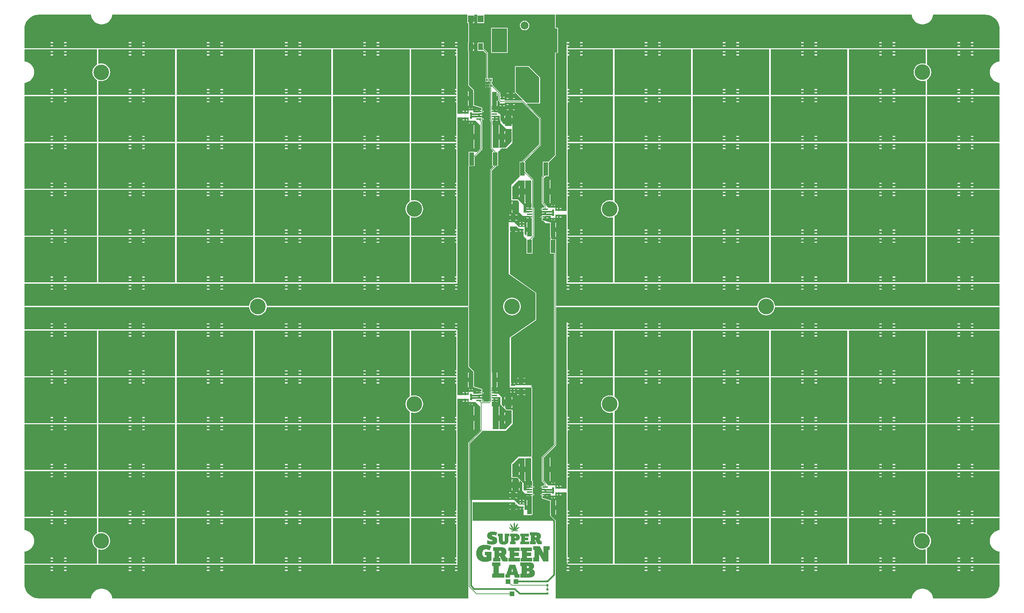
<source format=gtl>
%FSLAX25Y25*%
%MOIN*%
G70*
G01*
G75*
G04 Layer_Physical_Order=1*
G04 Layer_Color=255*
%ADD10C,0.00591*%
%ADD11R,0.11024X0.04921*%
%ADD12R,0.01378X0.02165*%
%ADD13R,0.12992X0.17323*%
%ADD14R,0.15354X0.24410*%
%ADD15R,0.04724X0.07087*%
%ADD16R,0.05906X0.07087*%
%ADD17R,0.04724X0.04724*%
%ADD18R,0.04724X0.13386*%
%ADD19R,0.01969X0.02362*%
%ADD20R,0.06693X0.09843*%
%ADD21R,0.06890X0.04724*%
%ADD22R,0.03543X0.02362*%
%ADD23R,0.06693X0.07874*%
%ADD24R,0.05315X0.01772*%
%ADD25R,0.06299X0.22441*%
%ADD26R,0.02362X0.01969*%
%ADD27R,0.12992X0.09843*%
%ADD28C,0.01772*%
%ADD29C,0.00100*%
%ADD30C,0.15748*%
%ADD31C,0.07874*%
G36*
X-339370Y-212008D02*
X-416535D01*
Y-165945D01*
X-384646D01*
Y-165945D01*
X-371260D01*
Y-165945D01*
X-339370D01*
Y-212008D01*
D02*
G37*
G36*
X-260630D02*
X-337795D01*
Y-165945D01*
X-305906D01*
Y-165945D01*
X-292520D01*
Y-165945D01*
X-260630D01*
Y-212008D01*
D02*
G37*
G36*
X-69685Y-71457D02*
X-56299D01*
D01*
X-56299D01*
X-56102Y-71653D01*
Y-73228D01*
X-57480D01*
Y-74213D01*
X-56102D01*
Y-76378D01*
X-57480D01*
Y-77559D01*
X-56102D01*
Y-111417D01*
X-57480D01*
Y-112598D01*
X-56102D01*
Y-114764D01*
X-57480D01*
Y-115748D01*
X-56102D01*
Y-117520D01*
X-101575D01*
Y-107146D01*
X-101173Y-106849D01*
X-100162Y-107155D01*
X-98425Y-107326D01*
X-96689Y-107155D01*
X-95019Y-106649D01*
X-93480Y-105826D01*
X-92131Y-104719D01*
X-91024Y-103370D01*
X-90202Y-101831D01*
X-89695Y-100162D01*
X-89524Y-98425D01*
X-89695Y-96689D01*
X-90202Y-95019D01*
X-91024Y-93480D01*
X-92131Y-92131D01*
X-93480Y-91024D01*
X-95019Y-90202D01*
X-96689Y-89695D01*
X-98425Y-89524D01*
X-100162Y-89695D01*
X-101173Y-90002D01*
X-101575Y-89704D01*
Y-71457D01*
X-69685D01*
Y-71457D01*
D02*
G37*
G36*
X-418110Y-166298D02*
Y-212008D01*
X-490769Y-212008D01*
X-491123Y-211654D01*
Y-165945D01*
X-463386Y-165945D01*
X-463386Y-165945D01*
Y-165945D01*
X-450000D01*
Y-165945D01*
X-418464Y-165945D01*
X-418110Y-166298D01*
D02*
G37*
G36*
X-181890Y-212008D02*
X-259055D01*
Y-165945D01*
X-227165D01*
Y-165945D01*
X-213779D01*
Y-165945D01*
X-181890D01*
Y-212008D01*
D02*
G37*
G36*
X416535Y-227687D02*
X416134Y-227985D01*
X414827Y-227589D01*
X413091Y-227418D01*
X411354Y-227589D01*
X409684Y-228095D01*
X408145Y-228918D01*
X406797Y-230025D01*
X405689Y-231374D01*
X404867Y-232913D01*
X404360Y-234582D01*
X404189Y-236319D01*
X404360Y-238055D01*
X404867Y-239725D01*
X405689Y-241264D01*
X406797Y-242613D01*
X408145Y-243720D01*
X409684Y-244543D01*
X411354Y-245049D01*
X413091Y-245220D01*
X414827Y-245049D01*
X416134Y-244653D01*
X416535Y-244951D01*
Y-259252D01*
X384646D01*
Y-259252D01*
X371260D01*
Y-259252D01*
X339370D01*
Y-213189D01*
X416535D01*
Y-227687D01*
D02*
G37*
G36*
X337795Y24213D02*
X260630D01*
Y70276D01*
X337795D01*
Y24213D01*
D02*
G37*
G36*
X-103150Y-212008D02*
X-180315D01*
Y-165945D01*
X-148425D01*
Y-165945D01*
X-135039D01*
Y-165945D01*
X-103150D01*
Y-212008D01*
D02*
G37*
G36*
X416535Y24213D02*
X339370D01*
Y70276D01*
X416535D01*
Y24213D01*
D02*
G37*
G36*
X12700Y118839D02*
X16441D01*
Y115888D01*
X19393D01*
Y104076D01*
X19609D01*
Y100168D01*
X19656Y99935D01*
X19339Y99548D01*
X18606D01*
Y98071D01*
X17721D01*
Y97186D01*
X14472D01*
Y96595D01*
Y96398D01*
X17721D01*
Y94627D01*
X14472D01*
Y94620D01*
X13083D01*
X11591Y94635D01*
Y102198D01*
X5784Y108005D01*
X371D01*
Y110383D01*
X769D01*
Y115894D01*
Y121407D01*
X1630D01*
X1439Y121869D01*
X6670Y127100D01*
X12700D01*
Y118839D01*
D02*
G37*
G36*
X-181890Y165945D02*
X-213779D01*
Y165945D01*
X-227165D01*
Y165945D01*
X-259055D01*
Y212008D01*
X-181890D01*
Y165945D01*
D02*
G37*
G36*
X-260630D02*
X-292520D01*
Y165945D01*
X-305906D01*
Y165945D01*
X-337795D01*
Y212008D01*
X-260630D01*
Y165945D01*
D02*
G37*
G36*
X-56102Y210236D02*
X-57480D01*
Y209252D01*
X-56102D01*
Y207087D01*
X-57480D01*
Y205906D01*
X-56102D01*
Y172047D01*
X-57480D01*
Y170866D01*
X-56102D01*
Y168701D01*
X-57480D01*
Y167717D01*
X-56102D01*
Y166142D01*
X-56299Y165945D01*
D01*
D01*
X-69685D01*
Y165945D01*
X-101575D01*
Y212008D01*
X-56102D01*
Y210236D01*
D02*
G37*
G36*
X-103150Y165945D02*
X-135039D01*
Y165945D01*
X-148425D01*
Y165945D01*
X-180315D01*
Y212008D01*
X-103150D01*
Y165945D01*
D02*
G37*
G36*
X-339370D02*
X-371260D01*
Y165945D01*
X-384646D01*
Y165945D01*
X-416535D01*
Y212008D01*
X-339370D01*
Y165945D01*
D02*
G37*
G36*
X-56102Y115748D02*
X-57480D01*
Y114764D01*
X-56102D01*
Y112599D01*
X-57480D01*
Y111417D01*
X-56102D01*
Y77559D01*
X-57480D01*
Y76378D01*
X-56102D01*
Y74213D01*
X-57480D01*
Y73228D01*
X-56102D01*
Y71457D01*
X-101575D01*
Y89704D01*
X-101173Y90002D01*
X-100162Y89695D01*
X-98425Y89524D01*
X-96689Y89695D01*
X-95019Y90202D01*
X-93480Y91024D01*
X-92131Y92131D01*
X-91024Y93480D01*
X-90202Y95019D01*
X-89695Y96689D01*
X-89524Y98425D01*
X-89695Y100162D01*
X-90202Y101831D01*
X-91024Y103370D01*
X-92131Y104719D01*
X-93480Y105826D01*
X-95019Y106649D01*
X-96689Y107155D01*
X-98425Y107326D01*
X-100162Y107155D01*
X-101173Y106849D01*
X-101575Y107146D01*
Y117520D01*
X-56102D01*
Y115748D01*
D02*
G37*
G36*
X54921Y23031D02*
X491123D01*
Y787D01*
X264729D01*
X264636Y1736D01*
X264129Y3406D01*
X263306Y4945D01*
X262199Y6294D01*
X260851Y7401D01*
X259312Y8224D01*
X257642Y8730D01*
X255906Y8901D01*
X254169Y8730D01*
X252499Y8224D01*
X250960Y7401D01*
X249611Y6294D01*
X248504Y4945D01*
X247682Y3406D01*
X247175Y1736D01*
X247082Y787D01*
X56102D01*
Y787D01*
X56102Y787D01*
X44210Y787D01*
Y53248D01*
X44291D01*
Y67815D01*
X40460D01*
X38954Y69324D01*
Y70079D01*
X39173D01*
Y77361D01*
Y84646D01*
X38740D01*
X30587Y87139D01*
Y88918D01*
X32385D01*
Y90395D01*
X33270D01*
Y91280D01*
X36519D01*
Y91273D01*
X38954D01*
Y89403D01*
X39650D01*
Y89339D01*
X43193D01*
Y89403D01*
X43776D01*
Y92750D01*
X44859D01*
Y92454D01*
X49584D01*
Y92750D01*
X54898D01*
X54921Y23031D01*
D02*
G37*
G36*
X491123Y211654D02*
Y165945D01*
X463386Y165945D01*
X463386Y165945D01*
Y165945D01*
X450000D01*
Y165945D01*
X418464Y165945D01*
X418110Y166298D01*
Y212008D01*
X490769Y212008D01*
X491123Y211654D01*
D02*
G37*
G36*
X-418110Y212008D02*
Y166298D01*
X-418464Y165945D01*
X-450000Y165945D01*
Y165945D01*
X-463386D01*
Y165945D01*
X-463386Y165945D01*
X-491123Y165945D01*
Y211654D01*
X-490769Y212008D01*
X-418110Y212008D01*
D02*
G37*
G36*
X101575Y-164764D02*
X69685D01*
Y-164764D01*
X56299D01*
D01*
D01*
X56102Y-164567D01*
Y-162992D01*
X57480D01*
Y-162008D01*
X56102D01*
Y-159843D01*
X57480D01*
Y-158661D01*
X56102D01*
Y-124803D01*
X57480D01*
Y-123622D01*
X56102D01*
Y-121457D01*
X57480D01*
Y-120472D01*
X56102D01*
Y-118701D01*
X101575D01*
Y-164764D01*
D02*
G37*
G36*
X180315D02*
X148425D01*
Y-164764D01*
X135039D01*
Y-164764D01*
X103150D01*
Y-118701D01*
X180315D01*
Y-164764D01*
D02*
G37*
G36*
X491123Y69922D02*
Y24213D01*
X463386Y24213D01*
X463386Y24213D01*
Y24213D01*
X450000D01*
Y24213D01*
X418464Y24213D01*
X418110Y24566D01*
Y70276D01*
X490769Y70276D01*
X491123Y69922D01*
D02*
G37*
G36*
X-418110Y70276D02*
Y24566D01*
X-418464Y24213D01*
X-450000Y24213D01*
Y24213D01*
X-463386D01*
Y24213D01*
X-463386Y24213D01*
X-491123Y24213D01*
Y69922D01*
X-490769Y70276D01*
X-418110Y70276D01*
D02*
G37*
G36*
X259055Y-164764D02*
X227165D01*
Y-164764D01*
X213779D01*
Y-164764D01*
X181890D01*
Y-118701D01*
X259055D01*
Y-164764D01*
D02*
G37*
G36*
X450000Y-118701D02*
D01*
X455118D01*
X491123Y-118701D01*
Y-164410D01*
X490769Y-164764D01*
X463386Y-164764D01*
D01*
X455118D01*
X418110Y-164764D01*
Y-119054D01*
X418464Y-118701D01*
X450000Y-118701D01*
D02*
G37*
G36*
X-69685D02*
X-56299D01*
D01*
X-56299D01*
X-56102Y-118898D01*
Y-120472D01*
X-57480D01*
Y-121457D01*
X-56102D01*
Y-123622D01*
X-57480D01*
Y-124803D01*
X-56102D01*
Y-158661D01*
X-57480D01*
Y-159843D01*
X-56102D01*
Y-162008D01*
X-57480D01*
Y-162992D01*
X-56102D01*
Y-164764D01*
X-101575D01*
Y-118701D01*
X-69685D01*
Y-118701D01*
D02*
G37*
G36*
X337795Y-164764D02*
X305906D01*
Y-164764D01*
X292520D01*
Y-164764D01*
X260630D01*
Y-118701D01*
X337795D01*
Y-164764D01*
D02*
G37*
G36*
X416535D02*
X384646D01*
Y-164764D01*
X371260D01*
Y-164764D01*
X339370D01*
Y-118701D01*
X416535D01*
Y-164764D01*
D02*
G37*
G36*
X-339370Y24213D02*
X-416535D01*
Y70276D01*
X-339370D01*
Y24213D01*
D02*
G37*
G36*
X416535Y244942D02*
X416134Y244644D01*
X415122Y244951D01*
X413386Y245122D01*
X411649Y244951D01*
X409979Y244444D01*
X408441Y243621D01*
X407092Y242514D01*
X405985Y241166D01*
X405162Y239627D01*
X404656Y237957D01*
X404485Y236221D01*
X404656Y234484D01*
X405162Y232814D01*
X405985Y231275D01*
X407092Y229926D01*
X408441Y228819D01*
X409979Y227997D01*
X411649Y227490D01*
X413386Y227319D01*
X415122Y227490D01*
X416134Y227797D01*
X416535Y227499D01*
Y213189D01*
X339370D01*
Y259252D01*
X416535D01*
Y244942D01*
D02*
G37*
G36*
X180315Y24213D02*
X103150D01*
Y70276D01*
X180315D01*
Y24213D01*
D02*
G37*
G36*
X259055D02*
X181890D01*
Y70276D01*
X259055D01*
Y24213D01*
D02*
G37*
G36*
X-339370Y213189D02*
X-416535D01*
Y227311D01*
X-416134Y227609D01*
X-415418Y227392D01*
X-413681Y227221D01*
X-411945Y227392D01*
X-410275Y227899D01*
X-408736Y228721D01*
X-407387Y229828D01*
X-406280Y231177D01*
X-405457Y232716D01*
X-404951Y234385D01*
X-404780Y236122D01*
X-404951Y237859D01*
X-405457Y239528D01*
X-406280Y241067D01*
X-407387Y242416D01*
X-408736Y243523D01*
X-410275Y244346D01*
X-411945Y244852D01*
X-413681Y245023D01*
X-415418Y244852D01*
X-416134Y244635D01*
X-416535Y244933D01*
Y259252D01*
X-339370D01*
Y213189D01*
D02*
G37*
G36*
X101575Y24213D02*
X56102D01*
Y25984D01*
X57480D01*
Y26969D01*
X56102D01*
Y29134D01*
X57480D01*
Y30315D01*
X56102D01*
Y64173D01*
X57480D01*
Y65354D01*
X56102D01*
Y67520D01*
X57480D01*
Y68504D01*
X56102D01*
Y70276D01*
X101575D01*
Y24213D01*
D02*
G37*
G36*
X-181890D02*
X-259055D01*
Y70276D01*
X-181890D01*
Y24213D01*
D02*
G37*
G36*
X-260630D02*
X-337795D01*
Y70276D01*
X-260630D01*
Y24213D01*
D02*
G37*
G36*
X-56102Y68504D02*
X-57480D01*
Y67520D01*
X-56102D01*
Y65354D01*
X-57480D01*
Y64173D01*
X-56102D01*
Y30315D01*
X-57480D01*
Y29134D01*
X-56102D01*
Y26969D01*
X-57480D01*
Y25984D01*
X-56102D01*
Y24213D01*
X-101575D01*
Y70276D01*
X-56102D01*
Y68504D01*
D02*
G37*
G36*
X-103150Y24213D02*
X-180315D01*
Y70276D01*
X-103150D01*
Y24213D01*
D02*
G37*
G36*
X101575Y165945D02*
X69685D01*
Y165945D01*
X56299D01*
D01*
D01*
X56102Y166142D01*
Y167717D01*
X57480D01*
Y168701D01*
X56102D01*
Y170866D01*
X57480D01*
Y172047D01*
X56102D01*
Y205906D01*
X57480D01*
Y207087D01*
X56102D01*
Y209252D01*
X57480D01*
Y210236D01*
X56102D01*
Y212008D01*
X101575D01*
Y165945D01*
D02*
G37*
G36*
X-260630Y213189D02*
X-337795D01*
Y259252D01*
X-260630D01*
Y213189D01*
D02*
G37*
G36*
X-181890D02*
X-259055D01*
Y259252D01*
X-181890D01*
Y213189D01*
D02*
G37*
G36*
X-418110Y259252D02*
Y243799D01*
X-418626Y243523D01*
X-419975Y242416D01*
X-421082Y241067D01*
X-421905Y239528D01*
X-422411Y237859D01*
X-422582Y236122D01*
X-422411Y234385D01*
X-421905Y232716D01*
X-421082Y231177D01*
X-419975Y229828D01*
X-418626Y228721D01*
X-418110Y228445D01*
Y213543D01*
X-418464Y213189D01*
X-450000Y213189D01*
Y213189D01*
X-463386D01*
Y213189D01*
X-463386Y213189D01*
X-491123Y213189D01*
Y225439D01*
X-490427Y225494D01*
X-488770Y225892D01*
X-487196Y226544D01*
X-485743Y227434D01*
X-484447Y228541D01*
X-483340Y229837D01*
X-482450Y231290D01*
X-481798Y232865D01*
X-481400Y234522D01*
X-481266Y236221D01*
X-481400Y237919D01*
X-481798Y239577D01*
X-482450Y241151D01*
X-483340Y242604D01*
X-484447Y243900D01*
X-485743Y245007D01*
X-487196Y245897D01*
X-488770Y246549D01*
X-490427Y246947D01*
X-491123Y247002D01*
Y258898D01*
X-490769Y259252D01*
X-418110Y259252D01*
D02*
G37*
G36*
X491123Y258898D02*
Y247002D01*
X490427Y246947D01*
X488770Y246549D01*
X487196Y245897D01*
X485743Y245007D01*
X484447Y243900D01*
X483340Y242604D01*
X482450Y241151D01*
X481798Y239577D01*
X481400Y237919D01*
X481266Y236221D01*
X481400Y234522D01*
X481798Y232865D01*
X482450Y231290D01*
X483340Y229837D01*
X484447Y228541D01*
X485743Y227434D01*
X487196Y226544D01*
X488770Y225892D01*
X490427Y225494D01*
X491123Y225439D01*
Y213189D01*
X463386Y213189D01*
X463386Y213189D01*
Y213189D01*
X450000D01*
Y213189D01*
X418464Y213189D01*
X418110Y213543D01*
Y228701D01*
X418331Y228819D01*
X419680Y229926D01*
X420787Y231275D01*
X421609Y232814D01*
X422116Y234484D01*
X422287Y236221D01*
X422116Y237957D01*
X421609Y239627D01*
X420787Y241166D01*
X419680Y242514D01*
X418331Y243621D01*
X418110Y243740D01*
Y259252D01*
X490769Y259252D01*
X491123Y258898D01*
D02*
G37*
G36*
X-103150Y213189D02*
X-180315D01*
Y259252D01*
X-103150D01*
Y213189D01*
D02*
G37*
G36*
X180315D02*
X103150D01*
Y259252D01*
X180315D01*
Y213189D01*
D02*
G37*
G36*
X259055D02*
X181890D01*
Y259252D01*
X259055D01*
Y213189D01*
D02*
G37*
G36*
X-56102Y257480D02*
X-57480D01*
Y256496D01*
X-56102D01*
Y254331D01*
X-57480D01*
Y253150D01*
X-56102D01*
Y219291D01*
X-57480D01*
Y218110D01*
X-56102D01*
Y215945D01*
X-57480D01*
Y214961D01*
X-56102D01*
Y213189D01*
X-101575D01*
Y259252D01*
X-56102D01*
Y257480D01*
D02*
G37*
G36*
X101575Y213189D02*
X56102D01*
Y214961D01*
X57480D01*
Y215945D01*
X56102D01*
Y218110D01*
X57480D01*
Y219291D01*
X56102D01*
Y253150D01*
X57480D01*
Y254331D01*
X56102D01*
Y256496D01*
X57480D01*
Y257480D01*
X56102D01*
Y259252D01*
X101575D01*
Y213189D01*
D02*
G37*
G36*
X-103150Y-259252D02*
X-180315D01*
Y-213189D01*
X-148425D01*
Y-213189D01*
X-135039D01*
Y-213189D01*
X-103150D01*
Y-259252D01*
D02*
G37*
G36*
X-69685Y-165945D02*
X-56299D01*
D01*
X-56299D01*
X-56102Y-166142D01*
Y-167717D01*
X-57480D01*
Y-168701D01*
X-56102D01*
Y-170866D01*
X-57480D01*
Y-172047D01*
X-56102D01*
Y-205906D01*
X-57480D01*
Y-207087D01*
X-56102D01*
Y-209252D01*
X-57480D01*
Y-210236D01*
X-56102D01*
Y-212008D01*
X-101575D01*
Y-165945D01*
X-69685D01*
Y-165945D01*
D02*
G37*
G36*
X450000D02*
D01*
X455118D01*
X491123Y-165945D01*
Y-211654D01*
X490769Y-212008D01*
X463386Y-212008D01*
D01*
X455118D01*
X418110Y-212008D01*
Y-166298D01*
X418464Y-165945D01*
X450000Y-165945D01*
D02*
G37*
G36*
X416535Y165945D02*
X384646D01*
Y165945D01*
X371260D01*
Y165945D01*
X339370D01*
Y212008D01*
X416535D01*
Y165945D01*
D02*
G37*
G36*
X337795D02*
X305906D01*
Y165945D01*
X292520D01*
Y165945D01*
X260630D01*
Y212008D01*
X337795D01*
Y165945D01*
D02*
G37*
G36*
X416535Y-212008D02*
X384646D01*
Y-212008D01*
X371260D01*
Y-212008D01*
X339370D01*
Y-165945D01*
X416535D01*
Y-212008D01*
D02*
G37*
G36*
X180315D02*
X148425D01*
Y-212008D01*
X135039D01*
Y-212008D01*
X103150D01*
Y-165945D01*
X180315D01*
Y-212008D01*
D02*
G37*
G36*
X101575D02*
X69685D01*
Y-212008D01*
X56299D01*
D01*
D01*
X56102Y-211811D01*
Y-210236D01*
X57480D01*
Y-209252D01*
X56102D01*
Y-207087D01*
X57480D01*
Y-205906D01*
X56102D01*
Y-172047D01*
X57480D01*
Y-170866D01*
X56102D01*
Y-168701D01*
X57480D01*
Y-167717D01*
X56102D01*
Y-165945D01*
X101575D01*
Y-212008D01*
D02*
G37*
G36*
X337795D02*
X305906D01*
Y-212008D01*
X292520D01*
Y-212008D01*
X260630D01*
Y-165945D01*
X337795D01*
Y-212008D01*
D02*
G37*
G36*
X259055D02*
X227165D01*
Y-212008D01*
X213779D01*
Y-212008D01*
X181890D01*
Y-165945D01*
X259055D01*
Y-212008D01*
D02*
G37*
G36*
X101575Y-70276D02*
X69685D01*
Y-70276D01*
X56299D01*
D01*
X56299D01*
X56102Y-70079D01*
Y-68504D01*
X57480D01*
Y-67520D01*
X56102D01*
Y-65354D01*
X57480D01*
Y-64173D01*
X56102D01*
Y-30315D01*
X57480D01*
Y-29134D01*
X56102D01*
Y-26969D01*
X57480D01*
Y-25984D01*
X56102D01*
Y-24213D01*
X101575D01*
Y-70276D01*
D02*
G37*
G36*
X180315D02*
X148425D01*
Y-70276D01*
X135039D01*
Y-70276D01*
X103150D01*
Y-24213D01*
X180315D01*
Y-70276D01*
D02*
G37*
G36*
X-181890Y-117520D02*
X-259055D01*
Y-71457D01*
X-227165D01*
Y-71457D01*
X-213779D01*
Y-71457D01*
X-181890D01*
Y-117520D01*
D02*
G37*
G36*
X-103150Y-90906D02*
X-103370Y-91024D01*
X-104719Y-92131D01*
X-105826Y-93480D01*
X-106649Y-95019D01*
X-107155Y-96689D01*
X-107326Y-98425D01*
X-107155Y-100162D01*
X-106649Y-101831D01*
X-105826Y-103370D01*
X-104719Y-104719D01*
X-103370Y-105826D01*
X-103150Y-105944D01*
Y-117520D01*
X-180315D01*
Y-71457D01*
X-148425D01*
Y-71457D01*
X-135039D01*
Y-71457D01*
X-103150D01*
Y-90906D01*
D02*
G37*
G36*
X259055Y-70276D02*
X227165D01*
Y-70276D01*
X213779D01*
Y-70276D01*
X181890D01*
Y-24213D01*
X259055D01*
Y-70276D01*
D02*
G37*
G36*
X491123Y-24213D02*
Y-69922D01*
X490769Y-70276D01*
X463386Y-70276D01*
Y-70276D01*
X450000D01*
Y-70276D01*
X450000Y-70276D01*
X418110Y-70276D01*
Y-24566D01*
X418464Y-24213D01*
X491123Y-24213D01*
D02*
G37*
G36*
X-69685Y-24213D02*
X-56299D01*
D01*
X-56299D01*
X-56102Y-24409D01*
Y-25984D01*
X-57480D01*
Y-26969D01*
X-56102D01*
Y-29134D01*
X-57480D01*
Y-30315D01*
X-56102D01*
Y-64173D01*
X-57480D01*
Y-65354D01*
X-56102D01*
Y-67520D01*
X-57480D01*
Y-68504D01*
X-56102D01*
Y-70276D01*
X-101575D01*
Y-24213D01*
X-69685D01*
Y-24213D01*
D02*
G37*
G36*
X337795Y-70276D02*
X305906D01*
Y-70276D01*
X292520D01*
Y-70276D01*
X260630D01*
Y-24213D01*
X337795D01*
Y-70276D01*
D02*
G37*
G36*
X416535D02*
X384646D01*
Y-70276D01*
X371260D01*
Y-70276D01*
X339370D01*
Y-24213D01*
X416535D01*
Y-70276D01*
D02*
G37*
G36*
X-260630Y-117520D02*
X-337795D01*
Y-71457D01*
X-305906D01*
Y-71457D01*
X-292520D01*
Y-71457D01*
X-260630D01*
Y-117520D01*
D02*
G37*
G36*
X-260630Y-259252D02*
X-337795D01*
Y-213189D01*
X-305906D01*
Y-213189D01*
X-292520D01*
Y-213189D01*
X-260630D01*
Y-259252D01*
D02*
G37*
G36*
X-339370D02*
X-416535D01*
Y-245130D01*
X-416134Y-244832D01*
X-415418Y-245049D01*
X-413681Y-245220D01*
X-411945Y-245049D01*
X-410275Y-244543D01*
X-408736Y-243720D01*
X-407387Y-242613D01*
X-406280Y-241264D01*
X-405457Y-239725D01*
X-404951Y-238055D01*
X-404780Y-236319D01*
X-404951Y-234582D01*
X-405457Y-232913D01*
X-406280Y-231374D01*
X-407387Y-230025D01*
X-408736Y-228918D01*
X-410275Y-228095D01*
X-411945Y-227589D01*
X-413681Y-227418D01*
X-415418Y-227589D01*
X-416134Y-227806D01*
X-416535Y-227508D01*
Y-213189D01*
X-384646D01*
Y-213189D01*
X-371260D01*
Y-213189D01*
X-339370D01*
Y-259252D01*
D02*
G37*
G36*
X337795Y213189D02*
X260630D01*
Y259252D01*
X337795D01*
Y213189D01*
D02*
G37*
G36*
X-181890Y-259252D02*
X-259055D01*
Y-213189D01*
X-227165D01*
Y-213189D01*
X-213779D01*
Y-213189D01*
X-181890D01*
Y-259252D01*
D02*
G37*
G36*
X-418110Y-213543D02*
Y-228642D01*
X-418626Y-228918D01*
X-419975Y-230025D01*
X-421082Y-231374D01*
X-421905Y-232913D01*
X-422411Y-234582D01*
X-422582Y-236319D01*
X-422411Y-238055D01*
X-421905Y-239725D01*
X-421082Y-241264D01*
X-419975Y-242613D01*
X-418626Y-243720D01*
X-418110Y-243996D01*
Y-259252D01*
X-490769Y-259252D01*
X-491123Y-258898D01*
Y-247002D01*
X-490427Y-246947D01*
X-488770Y-246549D01*
X-487196Y-245897D01*
X-485743Y-245007D01*
X-484447Y-243900D01*
X-483340Y-242604D01*
X-482450Y-241151D01*
X-481798Y-239577D01*
X-481400Y-237919D01*
X-481266Y-236221D01*
X-481400Y-234522D01*
X-481798Y-232865D01*
X-482450Y-231290D01*
X-483340Y-229837D01*
X-484447Y-228541D01*
X-485743Y-227434D01*
X-487196Y-226544D01*
X-488770Y-225892D01*
X-490427Y-225494D01*
X-491123Y-225439D01*
Y-213189D01*
X-463386Y-213189D01*
X-463386Y-213189D01*
Y-213189D01*
X-450000D01*
Y-213189D01*
X-418464Y-213189D01*
X-418110Y-213543D01*
D02*
G37*
G36*
X-418110Y-71810D02*
Y-117520D01*
X-490769Y-117520D01*
X-491123Y-117166D01*
Y-71457D01*
X-463386Y-71457D01*
X-463386Y-71457D01*
Y-71457D01*
X-450000D01*
Y-71457D01*
X-418464Y-71457D01*
X-418110Y-71810D01*
D02*
G37*
G36*
X-339370Y-117520D02*
X-416535D01*
Y-71457D01*
X-384646D01*
Y-71457D01*
X-371260D01*
Y-71457D01*
X-339370D01*
Y-117520D01*
D02*
G37*
G36*
X259055Y165945D02*
X227165D01*
Y165945D01*
X213779D01*
Y165945D01*
X181890D01*
Y212008D01*
X259055D01*
Y165945D01*
D02*
G37*
G36*
X180315D02*
X148425D01*
Y165945D01*
X135039D01*
Y165945D01*
X103150D01*
Y212008D01*
X180315D01*
Y165945D01*
D02*
G37*
G36*
X-260630Y-70276D02*
X-337795D01*
Y-24213D01*
X-305906D01*
Y-24213D01*
X-292520D01*
Y-24213D01*
X-260630D01*
Y-70276D01*
D02*
G37*
G36*
X-181890D02*
X-259055D01*
Y-24213D01*
X-227165D01*
Y-24213D01*
X-213779D01*
Y-24213D01*
X-181890D01*
Y-70276D01*
D02*
G37*
G36*
X-103150D02*
X-180315D01*
Y-24213D01*
X-148425D01*
Y-24213D01*
X-135039D01*
Y-24213D01*
X-103150D01*
Y-70276D01*
D02*
G37*
G36*
X-339370D02*
X-416535D01*
Y-24213D01*
X-384646D01*
Y-24213D01*
X-371260D01*
Y-24213D01*
X-339370D01*
Y-70276D01*
D02*
G37*
G36*
X-13600Y214570D02*
Y207874D01*
X-13531Y207528D01*
X-13336Y207235D01*
X-12174Y206074D01*
X-12193Y205574D01*
X-12228Y205545D01*
X-12228D01*
Y204659D01*
X-7503D01*
Y204921D01*
Y205545D01*
D01*
Y205545D01*
X-7258Y205790D01*
X10650D01*
X27246Y189193D01*
Y188206D01*
D01*
Y178347D01*
Y163465D01*
X9746Y145965D01*
X7480D01*
Y131398D01*
X7516D01*
X7707Y130936D01*
X-689Y122539D01*
Y107087D01*
X-591Y106988D01*
X5807D01*
X6674Y106121D01*
X6483Y105659D01*
X6674D01*
Y100146D01*
Y94635D01*
X7658D01*
X7658Y94635D01*
Y94635D01*
X7707Y94656D01*
X11122Y91240D01*
X14471D01*
Y91280D01*
X17721D01*
Y90395D01*
X18606D01*
Y88918D01*
X20079D01*
Y84646D01*
X19882D01*
Y77361D01*
X17718D01*
Y75197D01*
X14764D01*
Y71913D01*
X14302Y71722D01*
X12795Y73228D01*
Y80315D01*
X6890D01*
X2067Y85138D01*
X-3347D01*
Y32677D01*
X23622Y13583D01*
Y-13484D01*
X-2264Y-31496D01*
Y-81693D01*
X19587D01*
Y-151181D01*
X6398D01*
X-591Y-158169D01*
Y-172638D01*
X276D01*
X394Y-172686D01*
X5542D01*
X6788Y-173932D01*
X6596Y-174393D01*
X6697D01*
Y-176953D01*
X7681D01*
Y-175478D01*
X8143Y-175287D01*
X10433Y-177577D01*
Y-186024D01*
X13189Y-188779D01*
X14494D01*
Y-188772D01*
X17743D01*
Y-189657D01*
X18628D01*
Y-191135D01*
X20079D01*
Y-195407D01*
X19905D01*
Y-202692D01*
X17740D01*
Y-204856D01*
X14787D01*
Y-204921D01*
X12795D01*
Y-199705D01*
X6988D01*
X2165Y-194882D01*
X-42207D01*
Y-137874D01*
X-30267Y-125934D01*
X-30071Y-125641D01*
X-30042Y-125492D01*
X-6299D01*
X689Y-118504D01*
X689D01*
Y-104232D01*
X111D01*
X84Y-104167D01*
X-368Y-103980D01*
X-5516D01*
X-6762Y-102734D01*
X-6570Y-102273D01*
X-6671D01*
Y-99713D01*
X-7655D01*
Y-101188D01*
X-8117Y-101379D01*
X-10433Y-99063D01*
Y-91240D01*
X-13780Y-87894D01*
X-14469D01*
Y-87894D01*
X-17718D01*
Y-87009D01*
X-18602D01*
Y-85532D01*
X-20357D01*
Y-81259D01*
X-19879D01*
Y-73977D01*
Y-66692D01*
X-20357D01*
Y137025D01*
X-15846Y141535D01*
X-14173D01*
Y155709D01*
X-10630Y159252D01*
X-5512D01*
X197Y164961D01*
X194Y176533D01*
X246Y176657D01*
Y179035D01*
X193Y179161D01*
X193Y181890D01*
Y183941D01*
X-7681D01*
Y183362D01*
X-8156Y183206D01*
X-11614Y187894D01*
Y193799D01*
X-14494Y195445D01*
Y195564D01*
Y195761D01*
X-17743D01*
Y196645D01*
X-18628D01*
Y198123D01*
X-20374D01*
Y202395D01*
X-19905D01*
Y209680D01*
X-17740D01*
Y211844D01*
X-14787D01*
Y215103D01*
X-14325Y215295D01*
X-13600Y214570D01*
D02*
G37*
G36*
X-11588Y-91249D02*
Y-98812D01*
X-5781Y-104619D01*
X-368D01*
Y-106997D01*
X-765D01*
Y-112510D01*
Y-118021D01*
X-1627D01*
X-1436Y-118482D01*
X-6667Y-123713D01*
X-12697D01*
Y-115453D01*
X-16438D01*
Y-112501D01*
X-19390D01*
Y-100689D01*
X-20144D01*
X-20348Y-100485D01*
Y-96161D01*
X-18602D01*
Y-94684D01*
X-17718D01*
Y-93799D01*
X-14469D01*
Y-93602D01*
Y-93012D01*
X-17718D01*
Y-91240D01*
X-14469D01*
Y-91233D01*
X-13080D01*
X-11588Y-91249D01*
D02*
G37*
G36*
X-418110Y-24566D02*
Y-70275D01*
X-490769Y-70276D01*
X-491123Y-69922D01*
Y-24213D01*
X-463386Y-24213D01*
X-463386Y-24213D01*
Y-24213D01*
X-450000D01*
Y-24213D01*
X-418464Y-24213D01*
X-418110Y-24566D01*
D02*
G37*
G36*
X27264Y231102D02*
Y220079D01*
Y215354D01*
Y205512D01*
X14272D01*
X3642Y216142D01*
Y218898D01*
Y220079D01*
Y241732D01*
X16634D01*
X27264Y231102D01*
D02*
G37*
G36*
X-339370Y118701D02*
X-371260D01*
Y118701D01*
X-384646D01*
Y118701D01*
X-416535D01*
Y164764D01*
X-339370D01*
Y118701D01*
D02*
G37*
G36*
X-418110Y-119054D02*
Y-164764D01*
X-490769Y-164764D01*
X-491123Y-164410D01*
Y-118701D01*
X-463386Y-118701D01*
X-463386Y-118701D01*
Y-118701D01*
X-450000D01*
Y-118701D01*
X-418464Y-118701D01*
X-418110Y-119054D01*
D02*
G37*
G36*
X101575Y-259252D02*
X69685D01*
Y-259252D01*
X56299D01*
D01*
X56299D01*
X56102Y-259055D01*
Y-257480D01*
X57480D01*
Y-256496D01*
X56102D01*
Y-254331D01*
X57480D01*
Y-253150D01*
X56102D01*
Y-219291D01*
X57480D01*
Y-218110D01*
X56102D01*
Y-215945D01*
X57480D01*
Y-214961D01*
X56102D01*
Y-213189D01*
X101575D01*
Y-259252D01*
D02*
G37*
G36*
X491123Y164410D02*
Y118701D01*
X463386Y118701D01*
X463386Y118701D01*
Y118701D01*
X450000D01*
Y118701D01*
X418464Y118701D01*
X418110Y119054D01*
Y164764D01*
X490769Y164764D01*
X491123Y164410D01*
D02*
G37*
G36*
X56102Y-787D02*
X247082D01*
X247175Y-1736D01*
X247682Y-3406D01*
X248504Y-4945D01*
X249611Y-6294D01*
X250960Y-7401D01*
X252499Y-8224D01*
X254169Y-8730D01*
X255906Y-8901D01*
X257642Y-8730D01*
X259312Y-8224D01*
X260851Y-7401D01*
X262199Y-6294D01*
X263306Y-4945D01*
X264129Y-3406D01*
X264636Y-1736D01*
X264729Y-787D01*
X491123D01*
Y-23031D01*
X463386D01*
Y-23031D01*
X450000D01*
Y-23031D01*
X384646D01*
Y-23031D01*
X371260D01*
Y-23031D01*
X305906D01*
Y-23031D01*
X292520D01*
Y-23031D01*
X227165D01*
Y-23031D01*
X213779D01*
Y-23031D01*
X148425D01*
Y-23031D01*
X135039D01*
Y-23031D01*
X69685D01*
Y-23031D01*
X56299D01*
D01*
X56299D01*
X56102Y-22835D01*
Y-21260D01*
X57480D01*
Y-20276D01*
X56102D01*
Y-18110D01*
X57480D01*
Y-16929D01*
X56102D01*
Y-16043D01*
X54921D01*
Y-16929D01*
Y-18110D01*
Y-20276D01*
Y-21260D01*
Y-25984D01*
Y-26969D01*
Y-29134D01*
Y-30315D01*
Y-64173D01*
Y-65354D01*
Y-67520D01*
Y-68504D01*
Y-73228D01*
Y-74213D01*
Y-76378D01*
Y-77559D01*
Y-111417D01*
Y-112599D01*
Y-114764D01*
Y-115748D01*
Y-120472D01*
Y-121457D01*
Y-123622D01*
Y-124803D01*
Y-158661D01*
Y-159843D01*
Y-162008D01*
Y-162992D01*
Y-167717D01*
Y-168701D01*
Y-170866D01*
Y-172047D01*
Y-183760D01*
X49606D01*
Y-183465D01*
X44882D01*
Y-183760D01*
X43799D01*
Y-180315D01*
X43216D01*
Y-180249D01*
X39672D01*
Y-180315D01*
X36713D01*
X34048Y-177651D01*
X33932Y-177477D01*
X32894Y-176439D01*
X33086Y-175977D01*
X32433D01*
X32014Y-175559D01*
Y-164167D01*
Y-152355D01*
X32567D01*
X32375Y-151893D01*
X43946Y-140323D01*
X43946Y-140323D01*
X44142Y-140030D01*
X44153Y-139972D01*
X44210Y-139684D01*
X44210Y-139684D01*
Y-1141D01*
X44564Y-787D01*
X56102Y-787D01*
D02*
G37*
G36*
X-12253Y192412D02*
Y187894D01*
X-12177Y187709D01*
X-12129Y187514D01*
X-11614Y186817D01*
Y184843D01*
X-5807Y179035D01*
X-394D01*
Y176657D01*
X-791D01*
Y171145D01*
Y165634D01*
X-1653D01*
X-1462Y165172D01*
X-6693Y159941D01*
X-12723D01*
Y168202D01*
X-16464D01*
Y171153D01*
X-19416D01*
Y182965D01*
X-19632D01*
Y186873D01*
X-19632D01*
X-19632Y186873D01*
X-19632Y186873D01*
X-19701Y187219D01*
X-19555Y187493D01*
X-18628D01*
Y188970D01*
X-17743D01*
Y189855D01*
X-14494D01*
Y190052D01*
Y190642D01*
X-17743D01*
Y192414D01*
X-14494D01*
Y192421D01*
X-13106D01*
X-12253Y192412D01*
D02*
G37*
G36*
X-418110Y164764D02*
Y119054D01*
X-418464Y118701D01*
X-450000Y118701D01*
Y118701D01*
X-463386D01*
Y118701D01*
X-463386Y118701D01*
X-491123Y118701D01*
Y164410D01*
X-490769Y164764D01*
X-418110Y164764D01*
D02*
G37*
G36*
X-56102Y-787D02*
X-44094D01*
Y-60827D01*
X-38976Y-65945D01*
X-38976Y-66338D01*
X-39329Y-66692D01*
X-39170D01*
Y-73977D01*
Y-81259D01*
X-38737D01*
X-30584Y-83753D01*
Y-85532D01*
X-32382D01*
Y-87009D01*
X-33267D01*
Y-87894D01*
X-36516D01*
Y-87887D01*
X-38950D01*
Y-86016D01*
X-39647D01*
Y-85952D01*
X-43190D01*
Y-86016D01*
X-43773D01*
Y-89363D01*
X-44856D01*
Y-89068D01*
X-49580D01*
Y-89363D01*
X-54895D01*
Y-23221D01*
X-56299D01*
Y-23031D01*
X-58045D01*
Y-23031D01*
X-491123D01*
Y-787D01*
X-264729D01*
X-264636Y-1736D01*
X-264129Y-3406D01*
X-263306Y-4945D01*
X-262199Y-6294D01*
X-260851Y-7401D01*
X-259312Y-8224D01*
X-257642Y-8730D01*
X-255906Y-8901D01*
X-254169Y-8730D01*
X-252499Y-8224D01*
X-250960Y-7401D01*
X-249611Y-6294D01*
X-248504Y-4945D01*
X-247682Y-3406D01*
X-247175Y-1736D01*
X-247082Y-787D01*
X-56102D01*
Y-787D01*
D02*
G37*
G36*
X-103150Y105944D02*
X-103370Y105826D01*
X-104719Y104719D01*
X-105826Y103370D01*
X-106649Y101831D01*
X-107155Y100162D01*
X-107326Y98425D01*
X-107155Y96689D01*
X-106649Y95019D01*
X-105826Y93480D01*
X-104719Y92131D01*
X-103370Y91024D01*
X-103150Y90906D01*
Y71457D01*
X-180315D01*
Y117520D01*
X-103150D01*
Y105944D01*
D02*
G37*
G36*
X-181890Y71457D02*
X-259055D01*
Y117520D01*
X-181890D01*
Y71457D01*
D02*
G37*
G36*
X180315D02*
X103150D01*
Y90906D01*
X103370Y91024D01*
X104719Y92131D01*
X105826Y93480D01*
X106649Y95019D01*
X107155Y96689D01*
X107326Y98425D01*
X107155Y100162D01*
X106649Y101831D01*
X105826Y103370D01*
X104719Y104719D01*
X103370Y105826D01*
X103150Y105944D01*
Y117520D01*
X180315D01*
Y71457D01*
D02*
G37*
G36*
X-476378Y294272D02*
X-424167D01*
X-424113Y293577D01*
X-423715Y291920D01*
X-423063Y290345D01*
X-422172Y288892D01*
X-421065Y287596D01*
X-419769Y286490D01*
X-418317Y285599D01*
X-416742Y284947D01*
X-415085Y284549D01*
X-413386Y284416D01*
X-411687Y284549D01*
X-410030Y284947D01*
X-408456Y285599D01*
X-407003Y286490D01*
X-405707Y287596D01*
X-404600Y288892D01*
X-403710Y290345D01*
X-403057Y291920D01*
X-402660Y293577D01*
X-402605Y294272D01*
X-44980D01*
Y293996D01*
X-44980D01*
Y285728D01*
X-44094D01*
Y266043D01*
X-44390D01*
Y257776D01*
X-44094D01*
Y222835D01*
X-38976Y217717D01*
Y216962D01*
X-39196D01*
Y209678D01*
Y202395D01*
X-38763D01*
X-30610Y199902D01*
Y198123D01*
X-32408D01*
Y196645D01*
X-33293D01*
Y195761D01*
X-36542D01*
Y195768D01*
X-38976D01*
Y197638D01*
X-39672D01*
Y197702D01*
X-43216D01*
Y197638D01*
X-43799D01*
Y194291D01*
X-44882D01*
Y194587D01*
X-49606D01*
Y194291D01*
X-54921D01*
Y205906D01*
X-54921D01*
Y207087D01*
X-54921D01*
Y209252D01*
X-54921D01*
Y210236D01*
X-54921D01*
Y214961D01*
X-54921D01*
Y215945D01*
X-54921D01*
Y218110D01*
X-54921D01*
Y219291D01*
X-54921D01*
Y253150D01*
X-54921D01*
Y254331D01*
X-54921D01*
Y256496D01*
X-54921D01*
Y257480D01*
X-54921D01*
Y260433D01*
X-491123D01*
Y279528D01*
X-491133Y279581D01*
X-490956Y281837D01*
X-490415Y284089D01*
X-489529Y286228D01*
X-488319Y288203D01*
X-486815Y289964D01*
X-485053Y291468D01*
X-483079Y292678D01*
X-480939Y293565D01*
X-478687Y294105D01*
X-476432Y294283D01*
X-476378Y294272D01*
D02*
G37*
G36*
X337795Y71457D02*
X260630D01*
Y117520D01*
X337795D01*
Y71457D01*
D02*
G37*
G36*
X259055D02*
X181890D01*
Y117520D01*
X259055D01*
Y71457D01*
D02*
G37*
G36*
X-260630D02*
X-337795D01*
Y117520D01*
X-260630D01*
Y71457D01*
D02*
G37*
G36*
X54921Y-205906D02*
Y-207087D01*
Y-209252D01*
Y-210236D01*
Y-214961D01*
Y-215945D01*
Y-218110D01*
Y-219291D01*
Y-253445D01*
Y-254331D01*
X55463D01*
Y-256496D01*
X54921D01*
Y-257480D01*
X55463D01*
Y-259055D01*
X55463Y-259055D01*
X55463Y-259055D01*
X55554Y-259275D01*
X55650Y-259507D01*
X55650Y-259507D01*
X55650Y-259507D01*
X55847Y-259704D01*
X55847Y-259704D01*
X55847Y-259704D01*
X55847Y-259704D01*
X55989Y-259763D01*
X56299Y-259891D01*
Y-260433D01*
X58078D01*
Y-260433D01*
X491123D01*
Y-279528D01*
X491133Y-279581D01*
X490956Y-281837D01*
X490415Y-284089D01*
X489529Y-286228D01*
X488319Y-288203D01*
X486815Y-289964D01*
X485053Y-291468D01*
X483079Y-292678D01*
X480939Y-293565D01*
X478687Y-294105D01*
X476432Y-294283D01*
X476378Y-294272D01*
X424167D01*
X424113Y-293577D01*
X423715Y-291920D01*
X423063Y-290345D01*
X422172Y-288892D01*
X421065Y-287596D01*
X419769Y-286490D01*
X418317Y-285599D01*
X416742Y-284947D01*
X415085Y-284549D01*
X413386Y-284416D01*
X411687Y-284549D01*
X410030Y-284947D01*
X408456Y-285599D01*
X407003Y-286490D01*
X405707Y-287596D01*
X404600Y-288892D01*
X403710Y-290345D01*
X403057Y-291920D01*
X402660Y-293577D01*
X402605Y-294272D01*
X44094D01*
Y-215846D01*
X38976Y-210728D01*
Y-209974D01*
X39196D01*
Y-202692D01*
Y-195407D01*
X38763D01*
X30610Y-192913D01*
Y-191135D01*
X32408D01*
Y-189657D01*
X33293D01*
Y-188772D01*
X36542D01*
Y-188779D01*
X38976D01*
Y-190650D01*
X39672D01*
Y-190714D01*
X43216D01*
Y-190650D01*
X43799D01*
Y-187303D01*
X44882D01*
Y-187598D01*
X49606D01*
Y-187303D01*
X54921D01*
Y-205906D01*
D02*
G37*
G36*
X12723Y-161213D02*
X16464D01*
Y-164165D01*
X19416D01*
Y-175977D01*
X20170D01*
X20374Y-176181D01*
Y-180505D01*
X18628D01*
Y-181982D01*
X17743D01*
Y-182867D01*
X14494D01*
Y-183458D01*
Y-183654D01*
X17743D01*
Y-185426D01*
X14494D01*
Y-185433D01*
X13106D01*
X11614Y-185417D01*
Y-177854D01*
X5807Y-172047D01*
X394D01*
Y-169669D01*
X791D01*
Y-164158D01*
Y-158645D01*
X1653D01*
X1462Y-158184D01*
X6693Y-152953D01*
X12723D01*
Y-161213D01*
D02*
G37*
G36*
X416535Y71457D02*
X339370D01*
Y117520D01*
X416535D01*
Y71457D01*
D02*
G37*
G36*
X-43799Y187303D02*
X-43216D01*
Y187237D01*
X-39672D01*
Y187303D01*
X-36713D01*
X-32837Y183427D01*
X-33028Y182966D01*
X-32014D01*
Y171153D01*
Y159343D01*
X-32154D01*
X-31963Y158881D01*
X-35332Y155512D01*
X-37795D01*
Y156102D01*
X-43701D01*
Y141535D01*
X-43701Y141535D01*
X-43701D01*
X-43701Y141535D01*
X-44094Y141142D01*
Y787D01*
X-247082D01*
X-247175Y1736D01*
X-247682Y3406D01*
X-248504Y4945D01*
X-249611Y6294D01*
X-250960Y7401D01*
X-252499Y8224D01*
X-254169Y8730D01*
X-255906Y8901D01*
X-257642Y8730D01*
X-259312Y8224D01*
X-260851Y7401D01*
X-262199Y6294D01*
X-263306Y4945D01*
X-264129Y3406D01*
X-264636Y1736D01*
X-264729Y787D01*
X-491123D01*
Y23031D01*
X-54921D01*
Y25984D01*
X-54921D01*
Y26969D01*
X-54921D01*
Y29134D01*
X-54921D01*
Y30315D01*
X-54921D01*
Y64173D01*
X-54921D01*
Y65354D01*
X-54921D01*
Y67520D01*
X-54921D01*
Y68504D01*
X-54921D01*
Y73228D01*
X-54921D01*
Y74213D01*
X-54921D01*
Y76378D01*
X-54921D01*
Y77559D01*
X-54921D01*
Y111417D01*
X-54921D01*
Y112599D01*
X-54921D01*
Y114764D01*
X-54921D01*
Y115748D01*
X-54921D01*
Y120472D01*
X-54921D01*
Y121457D01*
X-54921D01*
Y123622D01*
X-54921D01*
Y124803D01*
X-54921D01*
Y158661D01*
X-54921D01*
Y159843D01*
X-54921D01*
Y162008D01*
X-54921D01*
Y162992D01*
X-54921D01*
Y167717D01*
X-54921D01*
Y168701D01*
X-54921D01*
Y170866D01*
X-54921D01*
Y172047D01*
X-54921D01*
Y190748D01*
X-49606D01*
Y190453D01*
X-44882D01*
Y190748D01*
X-43799D01*
Y187303D01*
D02*
G37*
G36*
X-339370Y71457D02*
X-416535D01*
Y117520D01*
X-339370D01*
Y71457D01*
D02*
G37*
G36*
X491123Y117166D02*
Y71457D01*
X463386Y71457D01*
X463386Y71457D01*
Y71457D01*
X450000D01*
Y71457D01*
X418464Y71457D01*
X418110Y71810D01*
Y117520D01*
X490769Y117520D01*
X491123Y117166D01*
D02*
G37*
G36*
X-418110Y117520D02*
Y71810D01*
X-418464Y71457D01*
X-450000Y71457D01*
Y71457D01*
X-463386D01*
Y71457D01*
X-463386Y71457D01*
X-491123Y71457D01*
Y117166D01*
X-490769Y117520D01*
X-418110Y117520D01*
D02*
G37*
G36*
X180315Y-259252D02*
X148425D01*
Y-259252D01*
X135039D01*
Y-259252D01*
X103150D01*
Y-213189D01*
X180315D01*
Y-259252D01*
D02*
G37*
G36*
X-56102Y162992D02*
X-57480D01*
Y162008D01*
X-56102D01*
Y159843D01*
X-57480D01*
Y158661D01*
X-56102D01*
Y124803D01*
X-57480D01*
Y123622D01*
X-56102D01*
Y121457D01*
X-57480D01*
Y120472D01*
X-56102D01*
Y118898D01*
X-56299Y118701D01*
D01*
D01*
X-69685D01*
Y118701D01*
X-101575D01*
Y164764D01*
X-56102D01*
Y162992D01*
D02*
G37*
G36*
X101575Y118701D02*
X69685D01*
Y118701D01*
X56299D01*
D01*
D01*
X56102Y118898D01*
Y120472D01*
X57480D01*
Y121457D01*
X56102D01*
Y123622D01*
X57480D01*
Y124803D01*
X56102D01*
Y158661D01*
X57480D01*
Y159843D01*
X56102D01*
Y162008D01*
X57480D01*
Y162992D01*
X56102D01*
Y164764D01*
X101575D01*
Y118701D01*
D02*
G37*
G36*
X101575Y-89704D02*
X101173Y-90002D01*
X100162Y-89695D01*
X98425Y-89524D01*
X96689Y-89695D01*
X95019Y-90202D01*
X93480Y-91024D01*
X92131Y-92131D01*
X91024Y-93480D01*
X90202Y-95019D01*
X89695Y-96689D01*
X89524Y-98425D01*
X89695Y-100162D01*
X90202Y-101831D01*
X91024Y-103370D01*
X92131Y-104719D01*
X93480Y-105826D01*
X95019Y-106649D01*
X96689Y-107155D01*
X98425Y-107326D01*
X100162Y-107155D01*
X101173Y-106849D01*
X101575Y-107146D01*
Y-117520D01*
X69685D01*
Y-117520D01*
X56299D01*
D01*
D01*
X56102Y-117323D01*
Y-115748D01*
X57480D01*
Y-114764D01*
X56102D01*
Y-112599D01*
X57480D01*
Y-111417D01*
X56102D01*
Y-77559D01*
X57480D01*
Y-76378D01*
X56102D01*
Y-74213D01*
X57480D01*
Y-73228D01*
X56102D01*
Y-71457D01*
X101575D01*
Y-89704D01*
D02*
G37*
G36*
X-103150Y118701D02*
X-135039D01*
Y118701D01*
X-148425D01*
Y118701D01*
X-180315D01*
Y164764D01*
X-103150D01*
Y118701D01*
D02*
G37*
G36*
X43455Y281102D02*
X43643Y280650D01*
X44094Y280463D01*
X45719D01*
Y256151D01*
X44094D01*
X43643Y255964D01*
X43455Y255512D01*
Y152725D01*
X36694Y145965D01*
X31102D01*
Y131691D01*
X30270Y130858D01*
X30074Y130565D01*
X30005Y130220D01*
Y104299D01*
X30074Y103954D01*
X30270Y103661D01*
X32368Y101563D01*
Y99548D01*
X30023D01*
Y96595D01*
Y96398D01*
X33272D01*
Y94627D01*
X30023D01*
Y94036D01*
Y93839D01*
X33272D01*
Y92068D01*
X30023D01*
Y91477D01*
Y89098D01*
X29948Y88918D01*
Y87139D01*
X30008Y86995D01*
X30023Y86839D01*
X30098Y86777D01*
X30135Y86687D01*
X30280Y86628D01*
X30400Y86528D01*
X31550Y86176D01*
X33672Y84055D01*
X38386D01*
Y70251D01*
X38314Y70079D01*
Y69324D01*
X38408Y69098D01*
X38501Y68873D01*
X38976Y68397D01*
Y67815D01*
X38386D01*
Y53248D01*
X42404D01*
Y-139310D01*
X30293Y-151421D01*
X30097Y-151714D01*
X30028Y-152060D01*
Y-175753D01*
X30097Y-176099D01*
X30293Y-176392D01*
X32390Y-178490D01*
Y-180505D01*
X30046D01*
Y-183458D01*
Y-183654D01*
X33295D01*
Y-185426D01*
X30046D01*
Y-186016D01*
Y-186213D01*
X33295D01*
Y-187985D01*
X30046D01*
Y-188576D01*
Y-190954D01*
X29971Y-191135D01*
Y-192913D01*
X30031Y-193058D01*
X30046Y-193213D01*
X30121Y-193275D01*
X30158Y-193365D01*
X30303Y-193425D01*
X30423Y-193525D01*
X38409Y-195967D01*
Y-209801D01*
X38337Y-209974D01*
Y-210728D01*
X38524Y-211180D01*
X42827Y-215483D01*
X42636Y-215945D01*
X-39833D01*
Y-197343D01*
X2559D01*
X3642Y-198425D01*
X3451Y-198887D01*
X3449D01*
Y-199675D01*
X5319D01*
Y-200756D01*
X5781Y-200564D01*
X6693Y-201476D01*
X7503D01*
Y-201805D01*
X9866D01*
Y-202690D01*
X10751D01*
Y-204462D01*
X11614D01*
Y-210433D01*
X20079D01*
Y-209974D01*
X20692D01*
Y-195469D01*
X20718Y-195407D01*
Y-191135D01*
X20990D01*
Y-188576D01*
Y-186016D01*
Y-183458D01*
Y-180560D01*
X21013Y-180505D01*
Y-176181D01*
X20826Y-175729D01*
X20622Y-175525D01*
X20203Y-175352D01*
Y-152355D01*
X19587D01*
Y-151820D01*
X20039Y-151633D01*
X20226Y-151181D01*
Y-81693D01*
X20039Y-81241D01*
X19587Y-81054D01*
Y-79331D01*
X3347D01*
X3347Y-79331D01*
X3347Y-79331D01*
X3051Y-79208D01*
Y-79921D01*
X688D01*
Y-79036D01*
X-197D01*
Y-77264D01*
X-1083D01*
Y-31453D01*
X23987Y-14009D01*
X24019Y-13959D01*
X24074Y-13936D01*
X24148Y-13759D01*
X24251Y-13597D01*
X24238Y-13539D01*
X24261Y-13484D01*
Y13583D01*
X24239Y13635D01*
X24252Y13690D01*
X24148Y13855D01*
X24074Y14035D01*
X24022Y14056D01*
X23991Y14104D01*
X-2165Y32624D01*
Y75260D01*
X-905D01*
Y78214D01*
X1260D01*
Y80378D01*
X5296D01*
Y79385D01*
X5758Y79577D01*
X6791Y78543D01*
X7480D01*
Y78248D01*
X9843D01*
Y77363D01*
X10728D01*
Y75590D01*
X11614D01*
Y70965D01*
X14764Y67815D01*
Y53248D01*
X20669D01*
Y67815D01*
X20642D01*
Y68703D01*
X21902Y69962D01*
X22097Y70255D01*
X22166Y70601D01*
Y89705D01*
X22346D01*
Y94232D01*
Y98761D01*
X22166D01*
Y99417D01*
X22097Y99763D01*
X21902Y100056D01*
X21416Y100542D01*
Y127530D01*
X21347Y127875D01*
X21151Y128169D01*
X13386Y135934D01*
Y145965D01*
X12795D01*
Y146459D01*
X28788Y162452D01*
X28984Y162745D01*
X29053Y163091D01*
Y189567D01*
X29053Y189567D01*
X28995Y189855D01*
X28984Y189913D01*
X28788Y190206D01*
X14928Y204066D01*
X15120Y204528D01*
X28150D01*
Y231147D01*
X27861Y231205D01*
X27716Y231554D01*
X17224Y242046D01*
Y242323D01*
X16751D01*
X16634Y242372D01*
X3642D01*
X3524Y242323D01*
X3051D01*
Y241850D01*
X3002Y241732D01*
Y220079D01*
Y218898D01*
Y216142D01*
X3190Y215690D01*
X10821Y208058D01*
X10630Y207596D01*
X-7503D01*
Y207907D01*
X-7503D01*
Y208793D01*
X-9866D01*
Y209678D01*
X-10751D01*
Y211450D01*
X-11794D01*
Y214944D01*
X-11862Y215290D01*
X-12058Y215583D01*
X-19685Y223210D01*
Y224410D01*
X-20357D01*
Y226673D01*
X-19685D01*
Y230217D01*
X-22835D01*
Y226673D01*
X-22163D01*
Y224410D01*
X-22835D01*
Y220866D01*
X-22189D01*
Y216440D01*
Y197335D01*
X-22368D01*
Y192807D01*
Y188280D01*
X-22189D01*
Y187624D01*
X-22120Y187278D01*
X-21925Y186985D01*
X-21439Y186499D01*
Y159511D01*
X-21370Y159165D01*
X-21174Y158872D01*
X-18866Y156564D01*
X-19057Y156102D01*
X-20079D01*
Y141535D01*
X-19155D01*
X-18964Y141074D01*
X-21899Y138139D01*
X-22094Y137846D01*
X-22163Y137500D01*
Y-86319D01*
X-22343D01*
Y-90847D01*
Y-94955D01*
X-22761Y-95374D01*
X-23414D01*
X-23349Y-95531D01*
X-23627Y-95947D01*
X-30020D01*
Y-93602D01*
Y-93012D01*
X-33269D01*
Y-91240D01*
X-30020D01*
Y-91043D01*
Y-90453D01*
X-33269D01*
Y-88681D01*
X-30020D01*
Y-88484D01*
Y-85712D01*
X-29945Y-85532D01*
Y-83753D01*
X-30005Y-83608D01*
X-30020Y-83453D01*
X-30095Y-83391D01*
X-30132Y-83301D01*
X-30277Y-83241D01*
X-30397Y-83141D01*
X-38383Y-80699D01*
Y-66692D01*
X-38383D01*
X-38445Y-66600D01*
X-38429Y-66562D01*
X-38337Y-66338D01*
X-38337Y-66338D01*
X-38337Y-66337D01*
X-38337Y-65944D01*
X-38431Y-65718D01*
X-38524Y-65493D01*
X-43455Y-60562D01*
Y-787D01*
X-43643Y-335D01*
X-44094Y-148D01*
Y148D01*
X-43643Y335D01*
X-43455Y787D01*
Y140877D01*
X-43249Y141083D01*
X-43062Y141535D01*
X-43062Y141535D01*
X-43062Y141535D01*
X-43062Y141535D01*
X-37795D01*
Y150494D01*
X-30293Y157997D01*
X-30097Y158290D01*
X-30028Y158635D01*
Y186607D01*
X-30097Y186953D01*
X-30293Y187246D01*
X-30190Y187493D01*
X-30046D01*
Y190052D01*
Y190642D01*
X-33295D01*
Y192414D01*
X-30046D01*
Y192611D01*
Y193202D01*
X-33295D01*
Y194973D01*
X-30046D01*
Y195170D01*
Y197943D01*
X-29971Y198123D01*
Y199902D01*
X-30031Y200046D01*
X-30046Y200202D01*
X-30121Y200264D01*
X-30158Y200354D01*
X-30303Y200413D01*
X-30423Y200513D01*
X-38409Y202955D01*
Y216790D01*
X-38337Y216962D01*
Y217717D01*
X-38524Y218168D01*
X-43455Y223099D01*
Y257776D01*
X-43455D01*
X-43602Y258131D01*
Y261908D01*
Y265688D01*
X-43455Y266043D01*
X-43455D01*
Y285728D01*
X-43455D01*
X-43602Y286084D01*
Y289863D01*
X-41438D01*
Y292028D01*
X-37894D01*
Y293996D01*
D01*
Y293996D01*
X-37617Y294272D01*
X-35491D01*
X-35138Y293919D01*
Y285728D01*
X-28051D01*
Y293919D01*
X-28051Y293919D01*
D01*
D01*
X-28051Y293996D01*
D01*
X-27775Y294272D01*
X43455D01*
Y281102D01*
D02*
G37*
G36*
X491123Y-71457D02*
Y-117166D01*
X490769Y-117520D01*
X463386Y-117520D01*
D01*
X455118D01*
X418110Y-117520D01*
Y-71810D01*
X418464Y-71457D01*
X491123Y-71457D01*
D02*
G37*
G36*
X-181890Y118701D02*
X-213779D01*
Y118701D01*
X-227165D01*
Y118701D01*
X-259055D01*
Y164764D01*
X-181890D01*
Y118701D01*
D02*
G37*
G36*
X337795D02*
X305906D01*
Y118701D01*
X292520D01*
Y118701D01*
X260630D01*
Y164764D01*
X337795D01*
Y118701D01*
D02*
G37*
G36*
X478687Y294105D02*
X480939Y293565D01*
X483079Y292678D01*
X485053Y291468D01*
X486815Y289964D01*
X488319Y288203D01*
X489529Y286228D01*
X490415Y284089D01*
X490956Y281837D01*
X491133Y279581D01*
X491123Y279528D01*
Y260433D01*
X56102D01*
Y262205D01*
X57480D01*
Y263189D01*
X56102D01*
Y263189D01*
Y264009D01*
X54898D01*
Y96293D01*
X49584D01*
Y96588D01*
X44859D01*
Y96293D01*
X43776D01*
Y99738D01*
X43193D01*
Y99804D01*
X39650D01*
Y99738D01*
X36690D01*
X34025Y102402D01*
X33909Y102576D01*
X32871Y103614D01*
X33063Y104075D01*
X32410D01*
X31991Y104494D01*
Y115886D01*
Y127698D01*
X31812D01*
Y129309D01*
X33901Y131398D01*
X37008D01*
Y145374D01*
X44094Y152461D01*
Y255512D01*
X46358D01*
Y281102D01*
X44094D01*
Y294272D01*
X402605D01*
X402660Y293577D01*
X403057Y291920D01*
X403710Y290345D01*
X404600Y288892D01*
X405707Y287596D01*
X407003Y286490D01*
X408456Y285599D01*
X410030Y284947D01*
X411687Y284549D01*
X413386Y284416D01*
X415085Y284549D01*
X416742Y284947D01*
X418317Y285599D01*
X419769Y286490D01*
X421065Y287596D01*
X422172Y288892D01*
X423063Y290345D01*
X423715Y291920D01*
X424113Y293577D01*
X424167Y294272D01*
X476378D01*
X476432Y294283D01*
X478687Y294105D01*
D02*
G37*
G36*
X259055Y118701D02*
X227165D01*
Y118701D01*
X213779D01*
Y118701D01*
X181890D01*
Y164764D01*
X259055D01*
Y118701D01*
D02*
G37*
G36*
X416535D02*
X384646D01*
Y118701D01*
X371260D01*
Y118701D01*
X339370D01*
Y164764D01*
X416535D01*
Y118701D01*
D02*
G37*
G36*
X-43773Y-96351D02*
X-43190D01*
Y-96417D01*
X-39647D01*
Y-96351D01*
X-36687D01*
X-32811Y-100227D01*
X-33002Y-100689D01*
X-31988D01*
Y-112501D01*
Y-124311D01*
X-31809D01*
Y-124921D01*
X-43749Y-136861D01*
X-43945Y-137154D01*
X-44013Y-137500D01*
Y-282185D01*
X-43996Y-282272D01*
Y-294272D01*
X-402605D01*
X-402660Y-293577D01*
X-403057Y-291920D01*
X-403710Y-290345D01*
X-404600Y-288892D01*
X-405707Y-287596D01*
X-407003Y-286490D01*
X-408456Y-285599D01*
X-410030Y-284947D01*
X-411687Y-284549D01*
X-413386Y-284416D01*
X-415085Y-284549D01*
X-416742Y-284947D01*
X-418317Y-285599D01*
X-419769Y-286490D01*
X-421065Y-287596D01*
X-422172Y-288892D01*
X-423063Y-290345D01*
X-423715Y-291920D01*
X-424113Y-293577D01*
X-424167Y-294272D01*
X-476378D01*
X-476432Y-294283D01*
X-478687Y-294105D01*
X-480939Y-293565D01*
X-483079Y-292678D01*
X-485053Y-291468D01*
X-486815Y-289964D01*
X-488319Y-288203D01*
X-489529Y-286228D01*
X-490415Y-284089D01*
X-490956Y-281837D01*
X-491133Y-279581D01*
X-491123Y-279528D01*
Y-260433D01*
X-463386D01*
Y-260433D01*
X-450000D01*
Y-260433D01*
X-384646D01*
Y-260433D01*
X-371260D01*
Y-260433D01*
X-305906D01*
Y-260433D01*
X-292520D01*
Y-260433D01*
X-227165D01*
Y-260433D01*
X-213779D01*
Y-260433D01*
X-148425D01*
Y-260433D01*
X-135039D01*
Y-260433D01*
X-69685D01*
Y-260433D01*
X-56299D01*
D01*
X-56299D01*
X-56109Y-260623D01*
X-54895D01*
Y-92906D01*
X-49580D01*
Y-93202D01*
X-44856D01*
Y-92906D01*
X-43773D01*
Y-96351D01*
D02*
G37*
G36*
X101575Y107146D02*
X101173Y106849D01*
X100162Y107155D01*
X98425Y107326D01*
X96689Y107155D01*
X95019Y106649D01*
X93480Y105826D01*
X92131Y104719D01*
X91024Y103370D01*
X90202Y101831D01*
X89695Y100162D01*
X89524Y98425D01*
X89695Y96689D01*
X90202Y95019D01*
X91024Y93480D01*
X92131Y92131D01*
X93480Y91024D01*
X95019Y90202D01*
X96689Y89695D01*
X98425Y89524D01*
X100162Y89695D01*
X101173Y90002D01*
X101575Y89704D01*
Y71457D01*
X56102D01*
Y73228D01*
X57480D01*
Y74213D01*
X56102D01*
Y76378D01*
X57480D01*
Y77559D01*
X56102D01*
Y111417D01*
X57480D01*
Y112598D01*
X56102D01*
Y114764D01*
X57480D01*
Y115748D01*
X56102D01*
Y117520D01*
X101575D01*
Y107146D01*
D02*
G37*
G36*
X180315Y118701D02*
X148425D01*
Y118701D01*
X135039D01*
Y118701D01*
X103150D01*
Y164764D01*
X180315D01*
Y118701D01*
D02*
G37*
G36*
X416535Y-117520D02*
X384646D01*
Y-117520D01*
X371260D01*
Y-117520D01*
X339370D01*
Y-71457D01*
X416535D01*
Y-117520D01*
D02*
G37*
G36*
X491123Y-213189D02*
Y-225439D01*
X490427Y-225494D01*
X488770Y-225892D01*
X487196Y-226544D01*
X485743Y-227434D01*
X484447Y-228541D01*
X483340Y-229837D01*
X482450Y-231290D01*
X481798Y-232865D01*
X481400Y-234522D01*
X481266Y-236221D01*
X481400Y-237919D01*
X481798Y-239577D01*
X482450Y-241151D01*
X483340Y-242604D01*
X484447Y-243900D01*
X485743Y-245007D01*
X487196Y-245897D01*
X488770Y-246549D01*
X490427Y-246947D01*
X491123Y-247002D01*
Y-258898D01*
X490769Y-259252D01*
X463386Y-259252D01*
Y-259252D01*
X450000D01*
Y-259252D01*
X450000Y-259252D01*
X418110Y-259252D01*
Y-243659D01*
X419385Y-242613D01*
X420492Y-241264D01*
X421314Y-239725D01*
X421821Y-238055D01*
X421992Y-236319D01*
X421821Y-234582D01*
X421314Y-232913D01*
X420492Y-231374D01*
X419385Y-230025D01*
X418110Y-228979D01*
Y-213543D01*
X418464Y-213189D01*
X491123Y-213189D01*
D02*
G37*
G36*
X337795Y-259252D02*
X305906D01*
Y-259252D01*
X292520D01*
Y-259252D01*
X260630D01*
Y-213189D01*
X337795D01*
Y-259252D01*
D02*
G37*
G36*
X-181890Y-164764D02*
X-259055D01*
Y-118701D01*
X-227165D01*
Y-118701D01*
X-213779D01*
Y-118701D01*
X-181890D01*
Y-164764D01*
D02*
G37*
G36*
X-69685Y-213189D02*
X-56299D01*
D01*
D01*
X-56102Y-213386D01*
Y-214961D01*
X-57480D01*
Y-215945D01*
X-56102D01*
Y-218110D01*
X-57480D01*
Y-219291D01*
X-56102D01*
Y-253150D01*
X-57480D01*
Y-254331D01*
X-56102D01*
Y-256496D01*
X-57480D01*
Y-257480D01*
X-56102D01*
Y-259252D01*
X-101575D01*
Y-213189D01*
X-69685D01*
Y-213189D01*
D02*
G37*
G36*
X-339370Y-164764D02*
X-416535D01*
Y-118701D01*
X-384646D01*
Y-118701D01*
X-371260D01*
Y-118701D01*
X-339370D01*
Y-164764D01*
D02*
G37*
G36*
X-260630D02*
X-337795D01*
Y-118701D01*
X-305906D01*
Y-118701D01*
X-292520D01*
Y-118701D01*
X-260630D01*
Y-164764D01*
D02*
G37*
G36*
X259055Y-117520D02*
X227165D01*
Y-117520D01*
X213779D01*
Y-117520D01*
X181890D01*
Y-71457D01*
X259055D01*
Y-117520D01*
D02*
G37*
G36*
X337795D02*
X305906D01*
Y-117520D01*
X292520D01*
Y-117520D01*
X260630D01*
Y-71457D01*
X337795D01*
Y-117520D01*
D02*
G37*
G36*
X259055Y-259252D02*
X227165D01*
Y-259252D01*
X213779D01*
Y-259252D01*
X181890D01*
Y-213189D01*
X259055D01*
Y-259252D01*
D02*
G37*
G36*
X-103150Y-164764D02*
X-180315D01*
Y-118701D01*
X-148425D01*
Y-118701D01*
X-135039D01*
Y-118701D01*
X-103150D01*
Y-164764D01*
D02*
G37*
G36*
X-260630Y118701D02*
X-292520D01*
Y118701D01*
X-305906D01*
Y118701D01*
X-337795D01*
Y164764D01*
X-260630D01*
Y118701D01*
D02*
G37*
G36*
X180315Y-117520D02*
X148425D01*
Y-117520D01*
X135039D01*
Y-117520D01*
X103150D01*
Y-105944D01*
X103370Y-105826D01*
X104719Y-104719D01*
X105826Y-103370D01*
X106649Y-101831D01*
X107155Y-100162D01*
X107326Y-98425D01*
X107155Y-96689D01*
X106649Y-95019D01*
X105826Y-93480D01*
X104719Y-92131D01*
X103370Y-91024D01*
X103150Y-90906D01*
Y-71457D01*
X180315D01*
Y-117520D01*
D02*
G37*
%LPC*%
G36*
X-448622Y-111417D02*
X-451181D01*
Y-112598D01*
X-448622D01*
Y-111417D01*
D02*
G37*
G36*
X-462205D02*
X-464764D01*
Y-112598D01*
X-462205D01*
Y-111417D01*
D02*
G37*
G36*
X464764Y-111417D02*
X462205D01*
Y-112599D01*
X464764D01*
Y-111417D01*
D02*
G37*
G36*
X-197Y-83169D02*
X-1673D01*
Y-84055D01*
X-197D01*
Y-83169D01*
D02*
G37*
G36*
X3051D02*
X1575D01*
Y-84055D01*
X3051D01*
Y-83169D01*
D02*
G37*
G36*
X7109Y-83290D02*
X5239D01*
Y-84078D01*
X7109D01*
Y-83290D01*
D02*
G37*
G36*
X13309D02*
X11439D01*
Y-84078D01*
X13309D01*
Y-83290D01*
D02*
G37*
G36*
Y-88409D02*
X11439D01*
Y-89196D01*
X13309D01*
Y-88409D01*
D02*
G37*
G36*
X-28642Y-86319D02*
X-29429D01*
Y-87697D01*
X-28642D01*
Y-86319D01*
D02*
G37*
G36*
X219Y-91249D02*
X-765D01*
Y-93808D01*
X219D01*
Y-91249D01*
D02*
G37*
G36*
X7109Y-88409D02*
X5239D01*
Y-89196D01*
X7109D01*
Y-88409D01*
D02*
G37*
G36*
X-197Y-85827D02*
X-1673D01*
Y-86713D01*
X-197D01*
Y-85827D01*
D02*
G37*
G36*
X3051D02*
X1575D01*
Y-86713D01*
X3051D01*
Y-85827D01*
D02*
G37*
G36*
X-48104Y-86410D02*
X-49580D01*
Y-87296D01*
X-48104D01*
Y-86410D01*
D02*
G37*
G36*
X-44856D02*
X-46332D01*
Y-87296D01*
X-44856D01*
Y-86410D01*
D02*
G37*
G36*
X-39647Y-98189D02*
X-40532D01*
Y-98878D01*
X-39647D01*
Y-98189D01*
D02*
G37*
G36*
X-42304D02*
X-43190D01*
Y-98878D01*
X-42304D01*
Y-98189D01*
D02*
G37*
G36*
X-48104Y-94973D02*
X-49580D01*
Y-95859D01*
X-48104D01*
Y-94973D01*
D02*
G37*
G36*
X-14469Y-95571D02*
X-16831D01*
Y-96161D01*
X-14469D01*
Y-95571D01*
D02*
G37*
G36*
X-28642Y-93996D02*
X-29429D01*
Y-95374D01*
X-28642D01*
Y-93996D01*
D02*
G37*
G36*
X-6671Y-91249D02*
X-7655D01*
Y-93808D01*
X-6671D01*
Y-91249D01*
D02*
G37*
G36*
X219Y-99713D02*
X-765D01*
Y-102272D01*
X219D01*
Y-99713D01*
D02*
G37*
G36*
X-44856Y-94973D02*
X-46332D01*
Y-95859D01*
X-44856D01*
Y-94973D01*
D02*
G37*
G36*
X-369882Y-111417D02*
X-372441D01*
Y-112598D01*
X-369882D01*
Y-111417D01*
D02*
G37*
G36*
X-383465D02*
X-386024D01*
Y-112598D01*
X-383465D01*
Y-111417D01*
D02*
G37*
G36*
X-291142D02*
X-293701D01*
Y-112598D01*
X-291142D01*
Y-111417D01*
D02*
G37*
G36*
X-304724D02*
X-307283D01*
Y-112598D01*
X-304724D01*
Y-111417D01*
D02*
G37*
G36*
X-42304Y-83491D02*
X-43190D01*
Y-84180D01*
X-42304D01*
Y-83491D01*
D02*
G37*
G36*
X-39647D02*
X-40532D01*
Y-84180D01*
X-39647D01*
Y-83491D01*
D02*
G37*
G36*
X-34154Y-85532D02*
X-36516D01*
Y-86122D01*
X-34154D01*
Y-85532D01*
D02*
G37*
G36*
X-14469D02*
X-16831D01*
Y-86122D01*
X-14469D01*
Y-85532D01*
D02*
G37*
G36*
X-6671Y-106997D02*
X-7655D01*
Y-109556D01*
X-6671D01*
Y-106997D01*
D02*
G37*
G36*
X-68504Y-111417D02*
X-71063D01*
Y-112598D01*
X-68504D01*
Y-111417D01*
D02*
G37*
G36*
X-12697Y-100689D02*
X-13484D01*
Y-109547D01*
X-12697D01*
Y-100689D01*
D02*
G37*
G36*
X-37894D02*
X-38681D01*
Y-109547D01*
X-37894D01*
Y-100689D01*
D02*
G37*
G36*
X-212402Y-111417D02*
X-214961D01*
Y-112598D01*
X-212402D01*
Y-111417D01*
D02*
G37*
G36*
X-225984D02*
X-228543D01*
Y-112598D01*
X-225984D01*
Y-111417D01*
D02*
G37*
G36*
X-133661D02*
X-136221D01*
Y-112598D01*
X-133661D01*
Y-111417D01*
D02*
G37*
G36*
X-147244D02*
X-149803D01*
Y-112598D01*
X-147244D01*
Y-111417D01*
D02*
G37*
G36*
X451181Y-111417D02*
X448622D01*
Y-112599D01*
X451181D01*
Y-111417D01*
D02*
G37*
G36*
X-369882Y-120472D02*
X-372441D01*
Y-121457D01*
X-369882D01*
Y-120472D01*
D02*
G37*
G36*
X-304724D02*
X-307283D01*
Y-121457D01*
X-304724D01*
Y-120472D01*
D02*
G37*
G36*
X-291142D02*
X-293701D01*
Y-121457D01*
X-291142D01*
Y-120472D01*
D02*
G37*
G36*
X-383465D02*
X-386024D01*
Y-121457D01*
X-383465D01*
Y-120472D01*
D02*
G37*
G36*
X464764Y-120472D02*
X462205D01*
Y-121457D01*
X464764D01*
Y-120472D01*
D02*
G37*
G36*
X-462205Y-120472D02*
X-464764D01*
Y-121457D01*
X-462205D01*
Y-120472D01*
D02*
G37*
G36*
X-448622D02*
X-451181D01*
Y-121457D01*
X-448622D01*
Y-120472D01*
D02*
G37*
G36*
X-68504D02*
X-71063D01*
Y-121457D01*
X-68504D01*
Y-120472D01*
D02*
G37*
G36*
X-6671Y-115461D02*
X-7655D01*
Y-118020D01*
X-6671D01*
Y-115461D01*
D02*
G37*
G36*
X71063Y-114764D02*
X68504D01*
Y-115748D01*
X71063D01*
Y-114764D01*
D02*
G37*
G36*
X-133661Y-120472D02*
X-136221D01*
Y-121457D01*
X-133661D01*
Y-120472D01*
D02*
G37*
G36*
X-225984D02*
X-228543D01*
Y-121457D01*
X-225984D01*
Y-120472D01*
D02*
G37*
G36*
X-212402D02*
X-214961D01*
Y-121457D01*
X-212402D01*
Y-120472D01*
D02*
G37*
G36*
X-147244D02*
X-149803D01*
Y-121457D01*
X-147244D01*
Y-120472D01*
D02*
G37*
G36*
X451181Y-120472D02*
X448622D01*
Y-121457D01*
X451181D01*
Y-120472D01*
D02*
G37*
G36*
X-37894Y-115453D02*
X-38681D01*
Y-124311D01*
X-37894D01*
Y-115453D01*
D02*
G37*
G36*
X71063Y-120472D02*
X68504D01*
Y-121457D01*
X71063D01*
Y-120472D01*
D02*
G37*
G36*
X136221D02*
X133661D01*
Y-121457D01*
X136221D01*
Y-120472D01*
D02*
G37*
G36*
X-68504Y-123622D02*
X-71063D01*
Y-124803D01*
X-68504D01*
Y-123622D01*
D02*
G37*
G36*
X-212402D02*
X-214961D01*
Y-124803D01*
X-212402D01*
Y-123622D01*
D02*
G37*
G36*
X-147244D02*
X-149803D01*
Y-124803D01*
X-147244D01*
Y-123622D01*
D02*
G37*
G36*
X-133661D02*
X-136221D01*
Y-124803D01*
X-133661D01*
Y-123622D01*
D02*
G37*
G36*
X307283Y-120472D02*
X304724D01*
Y-121457D01*
X307283D01*
Y-120472D01*
D02*
G37*
G36*
X372441D02*
X369882D01*
Y-121457D01*
X372441D01*
Y-120472D01*
D02*
G37*
G36*
X386024D02*
X383465D01*
Y-121457D01*
X386024D01*
Y-120472D01*
D02*
G37*
G36*
X293701D02*
X291142D01*
Y-121457D01*
X293701D01*
Y-120472D01*
D02*
G37*
G36*
X149803D02*
X147244D01*
Y-121457D01*
X149803D01*
Y-120472D01*
D02*
G37*
G36*
X214961D02*
X212402D01*
Y-121457D01*
X214961D01*
Y-120472D01*
D02*
G37*
G36*
X228543D02*
X225984D01*
Y-121457D01*
X228543D01*
Y-120472D01*
D02*
G37*
G36*
X136221Y-114764D02*
X133661D01*
Y-115748D01*
X136221D01*
Y-114764D01*
D02*
G37*
G36*
X-68504Y-114764D02*
X-71063D01*
Y-115748D01*
X-68504D01*
Y-114764D01*
D02*
G37*
G36*
X71063Y-111417D02*
X68504D01*
Y-112599D01*
X71063D01*
Y-111417D01*
D02*
G37*
G36*
X136221D02*
X133661D01*
Y-112599D01*
X136221D01*
Y-111417D01*
D02*
G37*
G36*
X-133661Y-114764D02*
X-136221D01*
Y-115748D01*
X-133661D01*
Y-114764D01*
D02*
G37*
G36*
X-225984D02*
X-228543D01*
Y-115748D01*
X-225984D01*
Y-114764D01*
D02*
G37*
G36*
X-212402D02*
X-214961D01*
Y-115748D01*
X-212402D01*
Y-114764D01*
D02*
G37*
G36*
X-147244D02*
X-149803D01*
Y-115748D01*
X-147244D01*
Y-114764D01*
D02*
G37*
G36*
X307283Y-111417D02*
X304724D01*
Y-112599D01*
X307283D01*
Y-111417D01*
D02*
G37*
G36*
X372441D02*
X369882D01*
Y-112599D01*
X372441D01*
Y-111417D01*
D02*
G37*
G36*
X386024D02*
X383465D01*
Y-112599D01*
X386024D01*
Y-111417D01*
D02*
G37*
G36*
X293701D02*
X291142D01*
Y-112599D01*
X293701D01*
Y-111417D01*
D02*
G37*
G36*
X149803D02*
X147244D01*
Y-112599D01*
X149803D01*
Y-111417D01*
D02*
G37*
G36*
X214961D02*
X212402D01*
Y-112599D01*
X214961D01*
Y-111417D01*
D02*
G37*
G36*
X228543D02*
X225984D01*
Y-112599D01*
X228543D01*
Y-111417D01*
D02*
G37*
G36*
X-291142Y-114764D02*
X-293701D01*
Y-115748D01*
X-291142D01*
Y-114764D01*
D02*
G37*
G36*
X307283Y-114764D02*
X304724D01*
Y-115748D01*
X307283D01*
Y-114764D01*
D02*
G37*
G36*
X372441D02*
X369882D01*
Y-115748D01*
X372441D01*
Y-114764D01*
D02*
G37*
G36*
X386024D02*
X383465D01*
Y-115748D01*
X386024D01*
Y-114764D01*
D02*
G37*
G36*
X293701D02*
X291142D01*
Y-115748D01*
X293701D01*
Y-114764D01*
D02*
G37*
G36*
X149803D02*
X147244D01*
Y-115748D01*
X149803D01*
Y-114764D01*
D02*
G37*
G36*
X214961D02*
X212402D01*
Y-115748D01*
X214961D01*
Y-114764D01*
D02*
G37*
G36*
X228543D02*
X225984D01*
Y-115748D01*
X228543D01*
Y-114764D01*
D02*
G37*
G36*
X-383465Y-114764D02*
X-386024D01*
Y-115748D01*
X-383465D01*
Y-114764D01*
D02*
G37*
G36*
X-369882D02*
X-372441D01*
Y-115748D01*
X-369882D01*
Y-114764D01*
D02*
G37*
G36*
X-304724D02*
X-307283D01*
Y-115748D01*
X-304724D01*
Y-114764D01*
D02*
G37*
G36*
X-448622D02*
X-451181D01*
Y-115748D01*
X-448622D01*
Y-114764D01*
D02*
G37*
G36*
X451181Y-114764D02*
X448622D01*
Y-115748D01*
X451181D01*
Y-114764D01*
D02*
G37*
G36*
X464764D02*
X462205D01*
Y-115748D01*
X464764D01*
Y-114764D01*
D02*
G37*
G36*
X-462205Y-114764D02*
X-464764D01*
Y-115748D01*
X-462205D01*
Y-114764D01*
D02*
G37*
G36*
X-43501Y-76141D02*
X-44288D01*
Y-81259D01*
X-43501D01*
Y-76141D01*
D02*
G37*
G36*
X372441Y-29134D02*
X369882D01*
Y-30315D01*
X372441D01*
Y-29134D01*
D02*
G37*
G36*
X307283D02*
X304724D01*
Y-30315D01*
X307283D01*
Y-29134D01*
D02*
G37*
G36*
X451181D02*
X448622D01*
Y-30315D01*
X451181D01*
Y-29134D01*
D02*
G37*
G36*
X386024D02*
X383465D01*
Y-30315D01*
X386024D01*
Y-29134D01*
D02*
G37*
G36*
X293701D02*
X291142D01*
Y-30315D01*
X293701D01*
Y-29134D01*
D02*
G37*
G36*
X149803D02*
X147244D01*
Y-30315D01*
X149803D01*
Y-29134D01*
D02*
G37*
G36*
X136221D02*
X133661D01*
Y-30315D01*
X136221D01*
Y-29134D01*
D02*
G37*
G36*
X228543D02*
X225984D01*
Y-30315D01*
X228543D01*
Y-29134D01*
D02*
G37*
G36*
X214961D02*
X212402D01*
Y-30315D01*
X214961D01*
Y-29134D01*
D02*
G37*
G36*
X464764D02*
X462205D01*
Y-30315D01*
X464764D01*
Y-29134D01*
D02*
G37*
G36*
X-225984Y-29134D02*
X-228543D01*
Y-30315D01*
X-225984D01*
Y-29134D01*
D02*
G37*
G36*
X-291142D02*
X-293701D01*
Y-30315D01*
X-291142D01*
Y-29134D01*
D02*
G37*
G36*
X-147244D02*
X-149803D01*
Y-30315D01*
X-147244D01*
Y-29134D01*
D02*
G37*
G36*
X-212402D02*
X-214961D01*
Y-30315D01*
X-212402D01*
Y-29134D01*
D02*
G37*
G36*
X-304724D02*
X-307283D01*
Y-30315D01*
X-304724D01*
Y-29134D01*
D02*
G37*
G36*
X-448622D02*
X-451181D01*
Y-30315D01*
X-448622D01*
Y-29134D01*
D02*
G37*
G36*
X-462205D02*
X-464764D01*
Y-30315D01*
X-462205D01*
Y-29134D01*
D02*
G37*
G36*
X-369882D02*
X-372441D01*
Y-30315D01*
X-369882D01*
Y-29134D01*
D02*
G37*
G36*
X-383465D02*
X-386024D01*
Y-30315D01*
X-383465D01*
Y-29134D01*
D02*
G37*
G36*
X464764Y-64173D02*
X462205D01*
Y-65354D01*
X464764D01*
Y-64173D01*
D02*
G37*
G36*
X451181D02*
X448622D01*
Y-65354D01*
X451181D01*
Y-64173D01*
D02*
G37*
G36*
X-448622Y-64173D02*
X-451181D01*
Y-65354D01*
X-448622D01*
Y-64173D01*
D02*
G37*
G36*
X-462205D02*
X-464764D01*
Y-65354D01*
X-462205D01*
Y-64173D01*
D02*
G37*
G36*
X386024Y-64173D02*
X383465D01*
Y-65354D01*
X386024D01*
Y-64173D01*
D02*
G37*
G36*
X293701D02*
X291142D01*
Y-65354D01*
X293701D01*
Y-64173D01*
D02*
G37*
G36*
X228543D02*
X225984D01*
Y-65354D01*
X228543D01*
Y-64173D01*
D02*
G37*
G36*
X372441D02*
X369882D01*
Y-65354D01*
X372441D01*
Y-64173D01*
D02*
G37*
G36*
X307283D02*
X304724D01*
Y-65354D01*
X307283D01*
Y-64173D01*
D02*
G37*
G36*
X-383465Y-64173D02*
X-386024D01*
Y-65354D01*
X-383465D01*
Y-64173D01*
D02*
G37*
G36*
X-133661D02*
X-136221D01*
Y-65354D01*
X-133661D01*
Y-64173D01*
D02*
G37*
G36*
X-147244D02*
X-149803D01*
Y-65354D01*
X-147244D01*
Y-64173D01*
D02*
G37*
G36*
X71063Y-29134D02*
X68504D01*
Y-30315D01*
X71063D01*
Y-29134D01*
D02*
G37*
G36*
X-68504Y-64173D02*
X-71063D01*
Y-65354D01*
X-68504D01*
Y-64173D01*
D02*
G37*
G36*
X-212402D02*
X-214961D01*
Y-65354D01*
X-212402D01*
Y-64173D01*
D02*
G37*
G36*
X-304724D02*
X-307283D01*
Y-65354D01*
X-304724D01*
Y-64173D01*
D02*
G37*
G36*
X-369882D02*
X-372441D01*
Y-65354D01*
X-369882D01*
Y-64173D01*
D02*
G37*
G36*
X-225984D02*
X-228543D01*
Y-65354D01*
X-225984D01*
Y-64173D01*
D02*
G37*
G36*
X-291142D02*
X-293701D01*
Y-65354D01*
X-291142D01*
Y-64173D01*
D02*
G37*
G36*
X-133661Y-29134D02*
X-136221D01*
Y-30315D01*
X-133661D01*
Y-29134D01*
D02*
G37*
G36*
X149803Y-20276D02*
X147244D01*
Y-21260D01*
X149803D01*
Y-20276D01*
D02*
G37*
G36*
X136221D02*
X133661D01*
Y-21260D01*
X136221D01*
Y-20276D01*
D02*
G37*
G36*
X228543D02*
X225984D01*
Y-21260D01*
X228543D01*
Y-20276D01*
D02*
G37*
G36*
X214961D02*
X212402D01*
Y-21260D01*
X214961D01*
Y-20276D01*
D02*
G37*
G36*
X71063D02*
X68504D01*
Y-21260D01*
X71063D01*
Y-20276D01*
D02*
G37*
G36*
X-147244Y-25984D02*
X-149803D01*
Y-26969D01*
X-147244D01*
Y-25984D01*
D02*
G37*
G36*
X-212402D02*
X-214961D01*
Y-26969D01*
X-212402D01*
Y-25984D01*
D02*
G37*
G36*
X-68504D02*
X-71063D01*
Y-26969D01*
X-68504D01*
Y-25984D01*
D02*
G37*
G36*
X-133661D02*
X-136221D01*
Y-26969D01*
X-133661D01*
Y-25984D01*
D02*
G37*
G36*
X293701Y-20276D02*
X291142D01*
Y-21260D01*
X293701D01*
Y-20276D01*
D02*
G37*
G36*
X-448622Y-20276D02*
X-451181D01*
Y-21260D01*
X-448622D01*
Y-20276D01*
D02*
G37*
G36*
X-462205D02*
X-464764D01*
Y-21260D01*
X-462205D01*
Y-20276D01*
D02*
G37*
G36*
X-369882D02*
X-372441D01*
Y-21260D01*
X-369882D01*
Y-20276D01*
D02*
G37*
G36*
X-383465D02*
X-386024D01*
Y-21260D01*
X-383465D01*
Y-20276D01*
D02*
G37*
G36*
X464764Y-20276D02*
X462205D01*
Y-21260D01*
X464764D01*
Y-20276D01*
D02*
G37*
G36*
X372441D02*
X369882D01*
Y-21260D01*
X372441D01*
Y-20276D01*
D02*
G37*
G36*
X307283D02*
X304724D01*
Y-21260D01*
X307283D01*
Y-20276D01*
D02*
G37*
G36*
X451181D02*
X448622D01*
Y-21260D01*
X451181D01*
Y-20276D01*
D02*
G37*
G36*
X386024D02*
X383465D01*
Y-21260D01*
X386024D01*
Y-20276D01*
D02*
G37*
G36*
X293701Y-25984D02*
X291142D01*
Y-26969D01*
X293701D01*
Y-25984D01*
D02*
G37*
G36*
X228543D02*
X225984D01*
Y-26969D01*
X228543D01*
Y-25984D01*
D02*
G37*
G36*
X372441D02*
X369882D01*
Y-26969D01*
X372441D01*
Y-25984D01*
D02*
G37*
G36*
X307283D02*
X304724D01*
Y-26969D01*
X307283D01*
Y-25984D01*
D02*
G37*
G36*
X214961D02*
X212402D01*
Y-26969D01*
X214961D01*
Y-25984D01*
D02*
G37*
G36*
X71063D02*
X68504D01*
Y-26969D01*
X71063D01*
Y-25984D01*
D02*
G37*
G36*
X-68504Y-29134D02*
X-71063D01*
Y-30315D01*
X-68504D01*
Y-29134D01*
D02*
G37*
G36*
X149803Y-25984D02*
X147244D01*
Y-26969D01*
X149803D01*
Y-25984D01*
D02*
G37*
G36*
X136221D02*
X133661D01*
Y-26969D01*
X136221D01*
Y-25984D01*
D02*
G37*
G36*
X386024D02*
X383465D01*
Y-26969D01*
X386024D01*
Y-25984D01*
D02*
G37*
G36*
X-304724Y-25984D02*
X-307283D01*
Y-26969D01*
X-304724D01*
Y-25984D01*
D02*
G37*
G36*
X-369882D02*
X-372441D01*
Y-26969D01*
X-369882D01*
Y-25984D01*
D02*
G37*
G36*
X-225984D02*
X-228543D01*
Y-26969D01*
X-225984D01*
Y-25984D01*
D02*
G37*
G36*
X-291142D02*
X-293701D01*
Y-26969D01*
X-291142D01*
Y-25984D01*
D02*
G37*
G36*
X-383465D02*
X-386024D01*
Y-26969D01*
X-383465D01*
Y-25984D01*
D02*
G37*
G36*
X464764Y-25984D02*
X462205D01*
Y-26969D01*
X464764D01*
Y-25984D01*
D02*
G37*
G36*
X451181D02*
X448622D01*
Y-26969D01*
X451181D01*
Y-25984D01*
D02*
G37*
G36*
X-448622Y-25984D02*
X-451181D01*
Y-26969D01*
X-448622D01*
Y-25984D01*
D02*
G37*
G36*
X-462205D02*
X-464764D01*
Y-26969D01*
X-462205D01*
Y-25984D01*
D02*
G37*
G36*
X214961Y-64173D02*
X212402D01*
Y-65354D01*
X214961D01*
Y-64173D01*
D02*
G37*
G36*
X-68504Y-76378D02*
X-71063D01*
Y-77559D01*
X-68504D01*
Y-76378D01*
D02*
G37*
G36*
X-133661D02*
X-136221D01*
Y-77559D01*
X-133661D01*
Y-76378D01*
D02*
G37*
G36*
X136221Y-73228D02*
X133661D01*
Y-74213D01*
X136221D01*
Y-73228D01*
D02*
G37*
G36*
X71063D02*
X68504D01*
Y-74213D01*
X71063D01*
Y-73228D01*
D02*
G37*
G36*
X-147244Y-76378D02*
X-149803D01*
Y-77559D01*
X-147244D01*
Y-76378D01*
D02*
G37*
G36*
X-291142D02*
X-293701D01*
Y-77559D01*
X-291142D01*
Y-76378D01*
D02*
G37*
G36*
X-304724D02*
X-307283D01*
Y-77559D01*
X-304724D01*
Y-76378D01*
D02*
G37*
G36*
X-212402D02*
X-214961D01*
Y-77559D01*
X-212402D01*
Y-76378D01*
D02*
G37*
G36*
X-225984D02*
X-228543D01*
Y-77559D01*
X-225984D01*
Y-76378D01*
D02*
G37*
G36*
X149803Y-73228D02*
X147244D01*
Y-74213D01*
X149803D01*
Y-73228D01*
D02*
G37*
G36*
X451181D02*
X448622D01*
Y-74213D01*
X451181D01*
Y-73228D01*
D02*
G37*
G36*
X386024D02*
X383465D01*
Y-74213D01*
X386024D01*
Y-73228D01*
D02*
G37*
G36*
X-462205Y-73228D02*
X-464764D01*
Y-74213D01*
X-462205D01*
Y-73228D01*
D02*
G37*
G36*
X464764Y-73228D02*
X462205D01*
Y-74213D01*
X464764D01*
Y-73228D01*
D02*
G37*
G36*
X372441D02*
X369882D01*
Y-74213D01*
X372441D01*
Y-73228D01*
D02*
G37*
G36*
X228543D02*
X225984D01*
Y-74213D01*
X228543D01*
Y-73228D01*
D02*
G37*
G36*
X214961D02*
X212402D01*
Y-74213D01*
X214961D01*
Y-73228D01*
D02*
G37*
G36*
X307283D02*
X304724D01*
Y-74213D01*
X307283D01*
Y-73228D01*
D02*
G37*
G36*
X293701D02*
X291142D01*
Y-74213D01*
X293701D01*
Y-73228D01*
D02*
G37*
G36*
X149803Y-76378D02*
X147244D01*
Y-77559D01*
X149803D01*
Y-76378D01*
D02*
G37*
G36*
X136221D02*
X133661D01*
Y-77559D01*
X136221D01*
Y-76378D01*
D02*
G37*
G36*
X228543D02*
X225984D01*
Y-77559D01*
X228543D01*
Y-76378D01*
D02*
G37*
G36*
X214961D02*
X212402D01*
Y-77559D01*
X214961D01*
Y-76378D01*
D02*
G37*
G36*
X71063D02*
X68504D01*
Y-77559D01*
X71063D01*
Y-76378D01*
D02*
G37*
G36*
X3051Y-77264D02*
X1575D01*
Y-78150D01*
X3051D01*
Y-77264D01*
D02*
G37*
G36*
X-14761Y-76141D02*
X-15548D01*
Y-81259D01*
X-14761D01*
Y-76141D01*
D02*
G37*
G36*
X13309Y-76991D02*
X11439D01*
Y-77779D01*
X13309D01*
Y-76991D01*
D02*
G37*
G36*
X7109D02*
X5239D01*
Y-77779D01*
X7109D01*
Y-76991D01*
D02*
G37*
G36*
X293701Y-76378D02*
X291142D01*
Y-77559D01*
X293701D01*
Y-76378D01*
D02*
G37*
G36*
X-448622Y-76378D02*
X-451181D01*
Y-77559D01*
X-448622D01*
Y-76378D01*
D02*
G37*
G36*
X-462205D02*
X-464764D01*
Y-77559D01*
X-462205D01*
Y-76378D01*
D02*
G37*
G36*
X-369882D02*
X-372441D01*
Y-77559D01*
X-369882D01*
Y-76378D01*
D02*
G37*
G36*
X-383465D02*
X-386024D01*
Y-77559D01*
X-383465D01*
Y-76378D01*
D02*
G37*
G36*
X464764Y-76378D02*
X462205D01*
Y-77559D01*
X464764D01*
Y-76378D01*
D02*
G37*
G36*
X372441D02*
X369882D01*
Y-77559D01*
X372441D01*
Y-76378D01*
D02*
G37*
G36*
X307283D02*
X304724D01*
Y-77559D01*
X307283D01*
Y-76378D01*
D02*
G37*
G36*
X451181D02*
X448622D01*
Y-77559D01*
X451181D01*
Y-76378D01*
D02*
G37*
G36*
X386024D02*
X383465D01*
Y-77559D01*
X386024D01*
Y-76378D01*
D02*
G37*
G36*
X-448622Y-73228D02*
X-451181D01*
Y-74213D01*
X-448622D01*
Y-73228D01*
D02*
G37*
G36*
Y-67520D02*
X-451181D01*
Y-68504D01*
X-448622D01*
Y-67520D01*
D02*
G37*
G36*
X-462205D02*
X-464764D01*
Y-68504D01*
X-462205D01*
Y-67520D01*
D02*
G37*
G36*
X-369882D02*
X-372441D01*
Y-68504D01*
X-369882D01*
Y-67520D01*
D02*
G37*
G36*
X-383465D02*
X-386024D01*
Y-68504D01*
X-383465D01*
Y-67520D01*
D02*
G37*
G36*
X464764Y-67520D02*
X462205D01*
Y-68504D01*
X464764D01*
Y-67520D01*
D02*
G37*
G36*
X372441D02*
X369882D01*
Y-68504D01*
X372441D01*
Y-67520D01*
D02*
G37*
G36*
X307283D02*
X304724D01*
Y-68504D01*
X307283D01*
Y-67520D01*
D02*
G37*
G36*
X451181D02*
X448622D01*
Y-68504D01*
X451181D01*
Y-67520D01*
D02*
G37*
G36*
X386024D02*
X383465D01*
Y-68504D01*
X386024D01*
Y-67520D01*
D02*
G37*
G36*
X-304724Y-67520D02*
X-307283D01*
Y-68504D01*
X-304724D01*
Y-67520D01*
D02*
G37*
G36*
X71063Y-64173D02*
X68504D01*
Y-65354D01*
X71063D01*
Y-64173D01*
D02*
G37*
G36*
X-68504Y-67520D02*
X-71063D01*
Y-68504D01*
X-68504D01*
Y-67520D01*
D02*
G37*
G36*
X149803Y-64173D02*
X147244D01*
Y-65354D01*
X149803D01*
Y-64173D01*
D02*
G37*
G36*
X136221D02*
X133661D01*
Y-65354D01*
X136221D01*
Y-64173D01*
D02*
G37*
G36*
X-133661Y-67520D02*
X-136221D01*
Y-68504D01*
X-133661D01*
Y-67520D01*
D02*
G37*
G36*
X-225984D02*
X-228543D01*
Y-68504D01*
X-225984D01*
Y-67520D01*
D02*
G37*
G36*
X-291142D02*
X-293701D01*
Y-68504D01*
X-291142D01*
Y-67520D01*
D02*
G37*
G36*
X-147244D02*
X-149803D01*
Y-68504D01*
X-147244D01*
Y-67520D01*
D02*
G37*
G36*
X-212402D02*
X-214961D01*
Y-68504D01*
X-212402D01*
Y-67520D01*
D02*
G37*
G36*
X-147244Y-73228D02*
X-149803D01*
Y-74213D01*
X-147244D01*
Y-73228D01*
D02*
G37*
G36*
X-212402D02*
X-214961D01*
Y-74213D01*
X-212402D01*
Y-73228D01*
D02*
G37*
G36*
X-68504D02*
X-71063D01*
Y-74213D01*
X-68504D01*
Y-73228D01*
D02*
G37*
G36*
X-133661D02*
X-136221D01*
Y-74213D01*
X-133661D01*
Y-73228D01*
D02*
G37*
G36*
X-225984D02*
X-228543D01*
Y-74213D01*
X-225984D01*
Y-73228D01*
D02*
G37*
G36*
X-369882D02*
X-372441D01*
Y-74213D01*
X-369882D01*
Y-73228D01*
D02*
G37*
G36*
X-383465D02*
X-386024D01*
Y-74213D01*
X-383465D01*
Y-73228D01*
D02*
G37*
G36*
X-291142D02*
X-293701D01*
Y-74213D01*
X-291142D01*
Y-73228D01*
D02*
G37*
G36*
X-304724D02*
X-307283D01*
Y-74213D01*
X-304724D01*
Y-73228D01*
D02*
G37*
G36*
X7109Y-71873D02*
X5239D01*
Y-72661D01*
X7109D01*
Y-71873D01*
D02*
G37*
G36*
X214961Y-67520D02*
X212402D01*
Y-68504D01*
X214961D01*
Y-67520D01*
D02*
G37*
G36*
X149803D02*
X147244D01*
Y-68504D01*
X149803D01*
Y-67520D01*
D02*
G37*
G36*
X293701D02*
X291142D01*
Y-68504D01*
X293701D01*
Y-67520D01*
D02*
G37*
G36*
X228543D02*
X225984D01*
Y-68504D01*
X228543D01*
Y-67520D01*
D02*
G37*
G36*
X136221D02*
X133661D01*
Y-68504D01*
X136221D01*
Y-67520D01*
D02*
G37*
G36*
X-43501Y-66692D02*
X-44288D01*
Y-71810D01*
X-43501D01*
Y-66692D01*
D02*
G37*
G36*
X13309Y-71873D02*
X11439D01*
Y-72661D01*
X13309D01*
Y-71873D01*
D02*
G37*
G36*
X71063Y-67520D02*
X68504D01*
Y-68504D01*
X71063D01*
Y-67520D01*
D02*
G37*
G36*
X-14761Y-66692D02*
X-15548D01*
Y-71810D01*
X-14761D01*
Y-66692D01*
D02*
G37*
G36*
X-304724Y-218110D02*
X-307283D01*
Y-219291D01*
X-304724D01*
Y-218110D01*
D02*
G37*
G36*
X-369882D02*
X-372441D01*
Y-219291D01*
X-369882D01*
Y-218110D01*
D02*
G37*
G36*
X-291142D02*
X-293701D01*
Y-219291D01*
X-291142D01*
Y-218110D01*
D02*
G37*
G36*
X-212402D02*
X-214961D01*
Y-219291D01*
X-212402D01*
Y-218110D01*
D02*
G37*
G36*
X-225984D02*
X-228543D01*
Y-219291D01*
X-225984D01*
Y-218110D01*
D02*
G37*
G36*
X464764Y-218110D02*
X462205D01*
Y-219291D01*
X464764D01*
Y-218110D01*
D02*
G37*
G36*
X451181D02*
X448622D01*
Y-219291D01*
X451181D01*
Y-218110D01*
D02*
G37*
G36*
X-462205Y-218110D02*
X-464764D01*
Y-219291D01*
X-462205D01*
Y-218110D01*
D02*
G37*
G36*
X-383465D02*
X-386024D01*
Y-219291D01*
X-383465D01*
Y-218110D01*
D02*
G37*
G36*
X-448622D02*
X-451181D01*
Y-219291D01*
X-448622D01*
Y-218110D01*
D02*
G37*
G36*
X214961Y-214961D02*
X212402D01*
Y-215945D01*
X214961D01*
Y-214961D01*
D02*
G37*
G36*
X149803D02*
X147244D01*
Y-215945D01*
X149803D01*
Y-214961D01*
D02*
G37*
G36*
X228543D02*
X225984D01*
Y-215945D01*
X228543D01*
Y-214961D01*
D02*
G37*
G36*
X307283D02*
X304724D01*
Y-215945D01*
X307283D01*
Y-214961D01*
D02*
G37*
G36*
X293701D02*
X291142D01*
Y-215945D01*
X293701D01*
Y-214961D01*
D02*
G37*
G36*
X-133661Y-218110D02*
X-136221D01*
Y-219291D01*
X-133661D01*
Y-218110D01*
D02*
G37*
G36*
X-147244D02*
X-149803D01*
Y-219291D01*
X-147244D01*
Y-218110D01*
D02*
G37*
G36*
X-68504D02*
X-71063D01*
Y-219291D01*
X-68504D01*
Y-218110D01*
D02*
G37*
G36*
X136221Y-214961D02*
X133661D01*
Y-215945D01*
X136221D01*
Y-214961D01*
D02*
G37*
G36*
X71063D02*
X68504D01*
Y-215945D01*
X71063D01*
Y-214961D01*
D02*
G37*
G36*
X-225984Y-253150D02*
X-228543D01*
Y-254331D01*
X-225984D01*
Y-253150D01*
D02*
G37*
G36*
X-291142D02*
X-293701D01*
Y-254331D01*
X-291142D01*
Y-253150D01*
D02*
G37*
G36*
X-212402D02*
X-214961D01*
Y-254331D01*
X-212402D01*
Y-253150D01*
D02*
G37*
G36*
X-133661D02*
X-136221D01*
Y-254331D01*
X-133661D01*
Y-253150D01*
D02*
G37*
G36*
X-147244D02*
X-149803D01*
Y-254331D01*
X-147244D01*
Y-253150D01*
D02*
G37*
G36*
X-448622D02*
X-451181D01*
Y-254331D01*
X-448622D01*
Y-253150D01*
D02*
G37*
G36*
X-462205D02*
X-464764D01*
Y-254331D01*
X-462205D01*
Y-253150D01*
D02*
G37*
G36*
X-383465D02*
X-386024D01*
Y-254331D01*
X-383465D01*
Y-253150D01*
D02*
G37*
G36*
X-304724D02*
X-307283D01*
Y-254331D01*
X-304724D01*
Y-253150D01*
D02*
G37*
G36*
X-369882D02*
X-372441D01*
Y-254331D01*
X-369882D01*
Y-253150D01*
D02*
G37*
G36*
X293701Y-218110D02*
X291142D01*
Y-219291D01*
X293701D01*
Y-218110D01*
D02*
G37*
G36*
X228543D02*
X225984D01*
Y-219291D01*
X228543D01*
Y-218110D01*
D02*
G37*
G36*
X307283D02*
X304724D01*
Y-219291D01*
X307283D01*
Y-218110D01*
D02*
G37*
G36*
X386024D02*
X383465D01*
Y-219291D01*
X386024D01*
Y-218110D01*
D02*
G37*
G36*
X372441D02*
X369882D01*
Y-219291D01*
X372441D01*
Y-218110D01*
D02*
G37*
G36*
X71063D02*
X68504D01*
Y-219291D01*
X71063D01*
Y-218110D01*
D02*
G37*
G36*
X-68504Y-253150D02*
X-71063D01*
Y-254331D01*
X-68504D01*
Y-253150D01*
D02*
G37*
G36*
X136221Y-218110D02*
X133661D01*
Y-219291D01*
X136221D01*
Y-218110D01*
D02*
G37*
G36*
X214961D02*
X212402D01*
Y-219291D01*
X214961D01*
Y-218110D01*
D02*
G37*
G36*
X149803D02*
X147244D01*
Y-219291D01*
X149803D01*
Y-218110D01*
D02*
G37*
G36*
X372441Y-214961D02*
X369882D01*
Y-215945D01*
X372441D01*
Y-214961D01*
D02*
G37*
G36*
X-448622Y-209252D02*
X-451181D01*
Y-210236D01*
X-448622D01*
Y-209252D01*
D02*
G37*
G36*
X-462205D02*
X-464764D01*
Y-210236D01*
X-462205D01*
Y-209252D01*
D02*
G37*
G36*
X-383465D02*
X-386024D01*
Y-210236D01*
X-383465D01*
Y-209252D01*
D02*
G37*
G36*
X-304724D02*
X-307283D01*
Y-210236D01*
X-304724D01*
Y-209252D01*
D02*
G37*
G36*
X-369882D02*
X-372441D01*
Y-210236D01*
X-369882D01*
Y-209252D01*
D02*
G37*
G36*
X372441Y-209252D02*
X369882D01*
Y-210236D01*
X372441D01*
Y-209252D01*
D02*
G37*
G36*
X307283D02*
X304724D01*
Y-210236D01*
X307283D01*
Y-209252D01*
D02*
G37*
G36*
X386024D02*
X383465D01*
Y-210236D01*
X386024D01*
Y-209252D01*
D02*
G37*
G36*
X464764D02*
X462205D01*
Y-210236D01*
X464764D01*
Y-209252D01*
D02*
G37*
G36*
X451181D02*
X448622D01*
Y-210236D01*
X451181D01*
Y-209252D01*
D02*
G37*
G36*
X44314Y-204856D02*
X43527D01*
Y-209974D01*
X44314D01*
Y-204856D01*
D02*
G37*
G36*
X-68504Y-209252D02*
X-71063D01*
Y-210236D01*
X-68504D01*
Y-209252D01*
D02*
G37*
G36*
X71063Y-205906D02*
X68504D01*
Y-207087D01*
X71063D01*
Y-205906D01*
D02*
G37*
G36*
X149803D02*
X147244D01*
Y-207087D01*
X149803D01*
Y-205906D01*
D02*
G37*
G36*
X136221D02*
X133661D01*
Y-207087D01*
X136221D01*
Y-205906D01*
D02*
G37*
G36*
X-225984Y-209252D02*
X-228543D01*
Y-210236D01*
X-225984D01*
Y-209252D01*
D02*
G37*
G36*
X-291142D02*
X-293701D01*
Y-210236D01*
X-291142D01*
Y-209252D01*
D02*
G37*
G36*
X-212402D02*
X-214961D01*
Y-210236D01*
X-212402D01*
Y-209252D01*
D02*
G37*
G36*
X-133661D02*
X-136221D01*
Y-210236D01*
X-133661D01*
Y-209252D01*
D02*
G37*
G36*
X-147244D02*
X-149803D01*
Y-210236D01*
X-147244D01*
Y-209252D01*
D02*
G37*
G36*
X-369882Y-214961D02*
X-372441D01*
Y-215945D01*
X-369882D01*
Y-214961D01*
D02*
G37*
G36*
X-383465D02*
X-386024D01*
Y-215945D01*
X-383465D01*
Y-214961D01*
D02*
G37*
G36*
X-304724D02*
X-307283D01*
Y-215945D01*
X-304724D01*
Y-214961D01*
D02*
G37*
G36*
X-225984D02*
X-228543D01*
Y-215945D01*
X-225984D01*
Y-214961D01*
D02*
G37*
G36*
X-291142D02*
X-293701D01*
Y-215945D01*
X-291142D01*
Y-214961D01*
D02*
G37*
G36*
X451181Y-214961D02*
X448622D01*
Y-215945D01*
X451181D01*
Y-214961D01*
D02*
G37*
G36*
X386024D02*
X383465D01*
Y-215945D01*
X386024D01*
Y-214961D01*
D02*
G37*
G36*
X464764D02*
X462205D01*
Y-215945D01*
X464764D01*
Y-214961D01*
D02*
G37*
G36*
X-448622Y-214961D02*
X-451181D01*
Y-215945D01*
X-448622D01*
Y-214961D01*
D02*
G37*
G36*
X-462205D02*
X-464764D01*
Y-215945D01*
X-462205D01*
Y-214961D01*
D02*
G37*
G36*
X149803Y-209252D02*
X147244D01*
Y-210236D01*
X149803D01*
Y-209252D01*
D02*
G37*
G36*
X136221D02*
X133661D01*
Y-210236D01*
X136221D01*
Y-209252D01*
D02*
G37*
G36*
X214961D02*
X212402D01*
Y-210236D01*
X214961D01*
Y-209252D01*
D02*
G37*
G36*
X293701D02*
X291142D01*
Y-210236D01*
X293701D01*
Y-209252D01*
D02*
G37*
G36*
X228543D02*
X225984D01*
Y-210236D01*
X228543D01*
Y-209252D01*
D02*
G37*
G36*
X-147244Y-214961D02*
X-149803D01*
Y-215945D01*
X-147244D01*
Y-214961D01*
D02*
G37*
G36*
X-212402D02*
X-214961D01*
Y-215945D01*
X-212402D01*
Y-214961D01*
D02*
G37*
G36*
X-133661D02*
X-136221D01*
Y-215945D01*
X-133661D01*
Y-214961D01*
D02*
G37*
G36*
X71063Y-209252D02*
X68504D01*
Y-210236D01*
X71063D01*
Y-209252D01*
D02*
G37*
G36*
X-68504Y-214961D02*
X-71063D01*
Y-215945D01*
X-68504D01*
Y-214961D01*
D02*
G37*
G36*
X136221Y-262205D02*
X133661D01*
Y-263189D01*
X136221D01*
Y-262205D01*
D02*
G37*
G36*
X71063D02*
X68504D01*
Y-263189D01*
X71063D01*
Y-262205D01*
D02*
G37*
G36*
X149803D02*
X147244D01*
Y-263189D01*
X149803D01*
Y-262205D01*
D02*
G37*
G36*
X228543D02*
X225984D01*
Y-263189D01*
X228543D01*
Y-262205D01*
D02*
G37*
G36*
X214961D02*
X212402D01*
Y-263189D01*
X214961D01*
Y-262205D01*
D02*
G37*
G36*
X-133661Y-265354D02*
X-136221D01*
Y-266535D01*
X-133661D01*
Y-265354D01*
D02*
G37*
G36*
X-147244D02*
X-149803D01*
Y-266535D01*
X-147244D01*
Y-265354D01*
D02*
G37*
G36*
X-68504D02*
X-71063D01*
Y-266535D01*
X-68504D01*
Y-265354D01*
D02*
G37*
G36*
X57480Y-262205D02*
X54921D01*
Y-263189D01*
X57480D01*
Y-262205D01*
D02*
G37*
G36*
X-54921Y-265354D02*
X-57480D01*
Y-266535D01*
X-54921D01*
Y-265354D01*
D02*
G37*
G36*
X-462205Y-262205D02*
X-464764D01*
Y-263189D01*
X-462205D01*
Y-262205D01*
D02*
G37*
G36*
X464764Y-262205D02*
X462205D01*
Y-263189D01*
X464764D01*
Y-262205D01*
D02*
G37*
G36*
X-448622Y-262205D02*
X-451181D01*
Y-263189D01*
X-448622D01*
Y-262205D01*
D02*
G37*
G36*
X-369882D02*
X-372441D01*
Y-263189D01*
X-369882D01*
Y-262205D01*
D02*
G37*
G36*
X-383465D02*
X-386024D01*
Y-263189D01*
X-383465D01*
Y-262205D01*
D02*
G37*
G36*
X307283Y-262205D02*
X304724D01*
Y-263189D01*
X307283D01*
Y-262205D01*
D02*
G37*
G36*
X293701D02*
X291142D01*
Y-263189D01*
X293701D01*
Y-262205D01*
D02*
G37*
G36*
X372441D02*
X369882D01*
Y-263189D01*
X372441D01*
Y-262205D01*
D02*
G37*
G36*
X451181D02*
X448622D01*
Y-263189D01*
X451181D01*
Y-262205D01*
D02*
G37*
G36*
X386024D02*
X383465D01*
Y-263189D01*
X386024D01*
Y-262205D01*
D02*
G37*
G36*
X293701Y-265354D02*
X291142D01*
Y-266535D01*
X293701D01*
Y-265354D01*
D02*
G37*
G36*
X228543D02*
X225984D01*
Y-266535D01*
X228543D01*
Y-265354D01*
D02*
G37*
G36*
X307283D02*
X304724D01*
Y-266535D01*
X307283D01*
Y-265354D01*
D02*
G37*
G36*
X386024D02*
X383465D01*
Y-266535D01*
X386024D01*
Y-265354D01*
D02*
G37*
G36*
X372441D02*
X369882D01*
Y-266535D01*
X372441D01*
Y-265354D01*
D02*
G37*
G36*
X71063D02*
X68504D01*
Y-266535D01*
X71063D01*
Y-265354D01*
D02*
G37*
G36*
X57480D02*
X54921D01*
Y-266535D01*
X57480D01*
Y-265354D01*
D02*
G37*
G36*
X136221D02*
X133661D01*
Y-266535D01*
X136221D01*
Y-265354D01*
D02*
G37*
G36*
X214961D02*
X212402D01*
Y-266535D01*
X214961D01*
Y-265354D01*
D02*
G37*
G36*
X149803D02*
X147244D01*
Y-266535D01*
X149803D01*
Y-265354D01*
D02*
G37*
G36*
X-304724Y-265354D02*
X-307283D01*
Y-266535D01*
X-304724D01*
Y-265354D01*
D02*
G37*
G36*
X-369882D02*
X-372441D01*
Y-266535D01*
X-369882D01*
Y-265354D01*
D02*
G37*
G36*
X-291142D02*
X-293701D01*
Y-266535D01*
X-291142D01*
Y-265354D01*
D02*
G37*
G36*
X-212402D02*
X-214961D01*
Y-266535D01*
X-212402D01*
Y-265354D01*
D02*
G37*
G36*
X-225984D02*
X-228543D01*
Y-266535D01*
X-225984D01*
Y-265354D01*
D02*
G37*
G36*
X464764Y-265354D02*
X462205D01*
Y-266535D01*
X464764D01*
Y-265354D01*
D02*
G37*
G36*
X451181D02*
X448622D01*
Y-266535D01*
X451181D01*
Y-265354D01*
D02*
G37*
G36*
X-462205Y-265354D02*
X-464764D01*
Y-266535D01*
X-462205D01*
Y-265354D01*
D02*
G37*
G36*
X-383465D02*
X-386024D01*
Y-266535D01*
X-383465D01*
Y-265354D01*
D02*
G37*
G36*
X-448622D02*
X-451181D01*
Y-266535D01*
X-448622D01*
Y-265354D01*
D02*
G37*
G36*
X-304724Y-262205D02*
X-307283D01*
Y-263189D01*
X-304724D01*
Y-262205D01*
D02*
G37*
G36*
X-147244Y-256496D02*
X-149803D01*
Y-257480D01*
X-147244D01*
Y-256496D01*
D02*
G37*
G36*
X-212402D02*
X-214961D01*
Y-257480D01*
X-212402D01*
Y-256496D01*
D02*
G37*
G36*
X-133661D02*
X-136221D01*
Y-257480D01*
X-133661D01*
Y-256496D01*
D02*
G37*
G36*
X71063Y-253150D02*
X68504D01*
Y-254331D01*
X71063D01*
Y-253150D01*
D02*
G37*
G36*
X-68504Y-256496D02*
X-71063D01*
Y-257480D01*
X-68504D01*
Y-256496D01*
D02*
G37*
G36*
X-369882D02*
X-372441D01*
Y-257480D01*
X-369882D01*
Y-256496D01*
D02*
G37*
G36*
X-383465D02*
X-386024D01*
Y-257480D01*
X-383465D01*
Y-256496D01*
D02*
G37*
G36*
X-304724D02*
X-307283D01*
Y-257480D01*
X-304724D01*
Y-256496D01*
D02*
G37*
G36*
X-225984D02*
X-228543D01*
Y-257480D01*
X-225984D01*
Y-256496D01*
D02*
G37*
G36*
X-291142D02*
X-293701D01*
Y-257480D01*
X-291142D01*
Y-256496D01*
D02*
G37*
G36*
X372441Y-253150D02*
X369882D01*
Y-254331D01*
X372441D01*
Y-253150D01*
D02*
G37*
G36*
X307283D02*
X304724D01*
Y-254331D01*
X307283D01*
Y-253150D01*
D02*
G37*
G36*
X386024D02*
X383465D01*
Y-254331D01*
X386024D01*
Y-253150D01*
D02*
G37*
G36*
X464764D02*
X462205D01*
Y-254331D01*
X464764D01*
Y-253150D01*
D02*
G37*
G36*
X451181D02*
X448622D01*
Y-254331D01*
X451181D01*
Y-253150D01*
D02*
G37*
G36*
X149803D02*
X147244D01*
Y-254331D01*
X149803D01*
Y-253150D01*
D02*
G37*
G36*
X136221D02*
X133661D01*
Y-254331D01*
X136221D01*
Y-253150D01*
D02*
G37*
G36*
X214961D02*
X212402D01*
Y-254331D01*
X214961D01*
Y-253150D01*
D02*
G37*
G36*
X293701D02*
X291142D01*
Y-254331D01*
X293701D01*
Y-253150D01*
D02*
G37*
G36*
X228543D02*
X225984D01*
Y-254331D01*
X228543D01*
Y-253150D01*
D02*
G37*
G36*
X-54921Y-262205D02*
X-57480D01*
Y-263189D01*
X-54921D01*
Y-262205D01*
D02*
G37*
G36*
X-68504D02*
X-71063D01*
Y-263189D01*
X-68504D01*
Y-262205D01*
D02*
G37*
G36*
X71063Y-256496D02*
X68504D01*
Y-257480D01*
X71063D01*
Y-256496D01*
D02*
G37*
G36*
X149803D02*
X147244D01*
Y-257480D01*
X149803D01*
Y-256496D01*
D02*
G37*
G36*
X136221D02*
X133661D01*
Y-257480D01*
X136221D01*
Y-256496D01*
D02*
G37*
G36*
X-225984Y-262205D02*
X-228543D01*
Y-263189D01*
X-225984D01*
Y-262205D01*
D02*
G37*
G36*
X-291142D02*
X-293701D01*
Y-263189D01*
X-291142D01*
Y-262205D01*
D02*
G37*
G36*
X-212402D02*
X-214961D01*
Y-263189D01*
X-212402D01*
Y-262205D01*
D02*
G37*
G36*
X-133661D02*
X-136221D01*
Y-263189D01*
X-133661D01*
Y-262205D01*
D02*
G37*
G36*
X-147244D02*
X-149803D01*
Y-263189D01*
X-147244D01*
Y-262205D01*
D02*
G37*
G36*
X451181Y-256496D02*
X448622D01*
Y-257480D01*
X451181D01*
Y-256496D01*
D02*
G37*
G36*
X386024D02*
X383465D01*
Y-257480D01*
X386024D01*
Y-256496D01*
D02*
G37*
G36*
X464764D02*
X462205D01*
Y-257480D01*
X464764D01*
Y-256496D01*
D02*
G37*
G36*
X-448622Y-256496D02*
X-451181D01*
Y-257480D01*
X-448622D01*
Y-256496D01*
D02*
G37*
G36*
X-462205D02*
X-464764D01*
Y-257480D01*
X-462205D01*
Y-256496D01*
D02*
G37*
G36*
X228543Y-256496D02*
X225984D01*
Y-257480D01*
X228543D01*
Y-256496D01*
D02*
G37*
G36*
X214961D02*
X212402D01*
Y-257480D01*
X214961D01*
Y-256496D01*
D02*
G37*
G36*
X293701D02*
X291142D01*
Y-257480D01*
X293701D01*
Y-256496D01*
D02*
G37*
G36*
X372441D02*
X369882D01*
Y-257480D01*
X372441D01*
Y-256496D01*
D02*
G37*
G36*
X307283D02*
X304724D01*
Y-257480D01*
X307283D01*
Y-256496D01*
D02*
G37*
G36*
X451181Y-162008D02*
X448622D01*
Y-162992D01*
X451181D01*
Y-162008D01*
D02*
G37*
G36*
X386024D02*
X383465D01*
Y-162992D01*
X386024D01*
Y-162008D01*
D02*
G37*
G36*
X464764D02*
X462205D01*
Y-162992D01*
X464764D01*
Y-162008D01*
D02*
G37*
G36*
X-448622Y-162008D02*
X-451181D01*
Y-162992D01*
X-448622D01*
Y-162008D01*
D02*
G37*
G36*
X-462205D02*
X-464764D01*
Y-162992D01*
X-462205D01*
Y-162008D01*
D02*
G37*
G36*
X228543Y-162008D02*
X225984D01*
Y-162992D01*
X228543D01*
Y-162008D01*
D02*
G37*
G36*
X214961D02*
X212402D01*
Y-162992D01*
X214961D01*
Y-162008D01*
D02*
G37*
G36*
X293701D02*
X291142D01*
Y-162992D01*
X293701D01*
Y-162008D01*
D02*
G37*
G36*
X372441D02*
X369882D01*
Y-162992D01*
X372441D01*
Y-162008D01*
D02*
G37*
G36*
X307283D02*
X304724D01*
Y-162992D01*
X307283D01*
Y-162008D01*
D02*
G37*
G36*
X-147244Y-162008D02*
X-149803D01*
Y-162992D01*
X-147244D01*
Y-162008D01*
D02*
G37*
G36*
X-212402D02*
X-214961D01*
Y-162992D01*
X-212402D01*
Y-162008D01*
D02*
G37*
G36*
X-133661D02*
X-136221D01*
Y-162992D01*
X-133661D01*
Y-162008D01*
D02*
G37*
G36*
X38707Y-152355D02*
X37920D01*
Y-161213D01*
X38707D01*
Y-152355D01*
D02*
G37*
G36*
X-68504Y-162008D02*
X-71063D01*
Y-162992D01*
X-68504D01*
Y-162008D01*
D02*
G37*
G36*
X-369882D02*
X-372441D01*
Y-162992D01*
X-369882D01*
Y-162008D01*
D02*
G37*
G36*
X-383465D02*
X-386024D01*
Y-162992D01*
X-383465D01*
Y-162008D01*
D02*
G37*
G36*
X-304724D02*
X-307283D01*
Y-162992D01*
X-304724D01*
Y-162008D01*
D02*
G37*
G36*
X-225984D02*
X-228543D01*
Y-162992D01*
X-225984D01*
Y-162008D01*
D02*
G37*
G36*
X-291142D02*
X-293701D01*
Y-162992D01*
X-291142D01*
Y-162008D01*
D02*
G37*
G36*
X-462205Y-167717D02*
X-464764D01*
Y-168701D01*
X-462205D01*
Y-167717D01*
D02*
G37*
G36*
X464764Y-167717D02*
X462205D01*
Y-168701D01*
X464764D01*
Y-167717D01*
D02*
G37*
G36*
X-448622Y-167717D02*
X-451181D01*
Y-168701D01*
X-448622D01*
Y-167717D01*
D02*
G37*
G36*
X-369882D02*
X-372441D01*
Y-168701D01*
X-369882D01*
Y-167717D01*
D02*
G37*
G36*
X-383465D02*
X-386024D01*
Y-168701D01*
X-383465D01*
Y-167717D01*
D02*
G37*
G36*
X307283Y-167717D02*
X304724D01*
Y-168701D01*
X307283D01*
Y-167717D01*
D02*
G37*
G36*
X293701D02*
X291142D01*
Y-168701D01*
X293701D01*
Y-167717D01*
D02*
G37*
G36*
X372441D02*
X369882D01*
Y-168701D01*
X372441D01*
Y-167717D01*
D02*
G37*
G36*
X451181D02*
X448622D01*
Y-168701D01*
X451181D01*
Y-167717D01*
D02*
G37*
G36*
X386024D02*
X383465D01*
Y-168701D01*
X386024D01*
Y-167717D01*
D02*
G37*
G36*
X-68504Y-167717D02*
X-71063D01*
Y-168701D01*
X-68504D01*
Y-167717D01*
D02*
G37*
G36*
X-133661D02*
X-136221D01*
Y-168701D01*
X-133661D01*
Y-167717D01*
D02*
G37*
G36*
X71063Y-162008D02*
X68504D01*
Y-162992D01*
X71063D01*
Y-162008D01*
D02*
G37*
G36*
X149803D02*
X147244D01*
Y-162992D01*
X149803D01*
Y-162008D01*
D02*
G37*
G36*
X136221D02*
X133661D01*
Y-162992D01*
X136221D01*
Y-162008D01*
D02*
G37*
G36*
X-291142Y-167717D02*
X-293701D01*
Y-168701D01*
X-291142D01*
Y-167717D01*
D02*
G37*
G36*
X-304724D02*
X-307283D01*
Y-168701D01*
X-304724D01*
Y-167717D01*
D02*
G37*
G36*
X-225984D02*
X-228543D01*
Y-168701D01*
X-225984D01*
Y-167717D01*
D02*
G37*
G36*
X-147244D02*
X-149803D01*
Y-168701D01*
X-147244D01*
Y-167717D01*
D02*
G37*
G36*
X-212402D02*
X-214961D01*
Y-168701D01*
X-212402D01*
Y-167717D01*
D02*
G37*
G36*
X7681Y-158646D02*
X6697D01*
Y-161205D01*
X7681D01*
Y-158646D01*
D02*
G37*
G36*
X228543Y-123622D02*
X225984D01*
Y-124803D01*
X228543D01*
Y-123622D01*
D02*
G37*
G36*
X214961D02*
X212402D01*
Y-124803D01*
X214961D01*
Y-123622D01*
D02*
G37*
G36*
X293701D02*
X291142D01*
Y-124803D01*
X293701D01*
Y-123622D01*
D02*
G37*
G36*
X372441D02*
X369882D01*
Y-124803D01*
X372441D01*
Y-123622D01*
D02*
G37*
G36*
X307283D02*
X304724D01*
Y-124803D01*
X307283D01*
Y-123622D01*
D02*
G37*
G36*
X-68504Y-158661D02*
X-71063D01*
Y-159843D01*
X-68504D01*
Y-158661D01*
D02*
G37*
G36*
X-133661D02*
X-136221D01*
Y-159843D01*
X-133661D01*
Y-158661D01*
D02*
G37*
G36*
X71063Y-123622D02*
X68504D01*
Y-124803D01*
X71063D01*
Y-123622D01*
D02*
G37*
G36*
X149803D02*
X147244D01*
Y-124803D01*
X149803D01*
Y-123622D01*
D02*
G37*
G36*
X136221D02*
X133661D01*
Y-124803D01*
X136221D01*
Y-123622D01*
D02*
G37*
G36*
X-369882Y-123622D02*
X-372441D01*
Y-124803D01*
X-369882D01*
Y-123622D01*
D02*
G37*
G36*
X-383465D02*
X-386024D01*
Y-124803D01*
X-383465D01*
Y-123622D01*
D02*
G37*
G36*
X-304724D02*
X-307283D01*
Y-124803D01*
X-304724D01*
Y-123622D01*
D02*
G37*
G36*
X-225984D02*
X-228543D01*
Y-124803D01*
X-225984D01*
Y-123622D01*
D02*
G37*
G36*
X-291142D02*
X-293701D01*
Y-124803D01*
X-291142D01*
Y-123622D01*
D02*
G37*
G36*
X451181Y-123622D02*
X448622D01*
Y-124803D01*
X451181D01*
Y-123622D01*
D02*
G37*
G36*
X386024D02*
X383465D01*
Y-124803D01*
X386024D01*
Y-123622D01*
D02*
G37*
G36*
X464764D02*
X462205D01*
Y-124803D01*
X464764D01*
Y-123622D01*
D02*
G37*
G36*
X-448622Y-123622D02*
X-451181D01*
Y-124803D01*
X-448622D01*
Y-123622D01*
D02*
G37*
G36*
X-462205D02*
X-464764D01*
Y-124803D01*
X-462205D01*
Y-123622D01*
D02*
G37*
G36*
X307283Y-158661D02*
X304724D01*
Y-159843D01*
X307283D01*
Y-158661D01*
D02*
G37*
G36*
X293701D02*
X291142D01*
Y-159843D01*
X293701D01*
Y-158661D01*
D02*
G37*
G36*
X372441D02*
X369882D01*
Y-159843D01*
X372441D01*
Y-158661D01*
D02*
G37*
G36*
X451181D02*
X448622D01*
Y-159843D01*
X451181D01*
Y-158661D01*
D02*
G37*
G36*
X386024D02*
X383465D01*
Y-159843D01*
X386024D01*
Y-158661D01*
D02*
G37*
G36*
X136221D02*
X133661D01*
Y-159843D01*
X136221D01*
Y-158661D01*
D02*
G37*
G36*
X71063D02*
X68504D01*
Y-159843D01*
X71063D01*
Y-158661D01*
D02*
G37*
G36*
X149803D02*
X147244D01*
Y-159843D01*
X149803D01*
Y-158661D01*
D02*
G37*
G36*
X228543D02*
X225984D01*
Y-159843D01*
X228543D01*
Y-158661D01*
D02*
G37*
G36*
X214961D02*
X212402D01*
Y-159843D01*
X214961D01*
Y-158661D01*
D02*
G37*
G36*
X-291142Y-158661D02*
X-293701D01*
Y-159843D01*
X-291142D01*
Y-158661D01*
D02*
G37*
G36*
X-304724D02*
X-307283D01*
Y-159843D01*
X-304724D01*
Y-158661D01*
D02*
G37*
G36*
X-225984D02*
X-228543D01*
Y-159843D01*
X-225984D01*
Y-158661D01*
D02*
G37*
G36*
X-147244D02*
X-149803D01*
Y-159843D01*
X-147244D01*
Y-158661D01*
D02*
G37*
G36*
X-212402D02*
X-214961D01*
Y-159843D01*
X-212402D01*
Y-158661D01*
D02*
G37*
G36*
X-462205D02*
X-464764D01*
Y-159843D01*
X-462205D01*
Y-158661D01*
D02*
G37*
G36*
X464764Y-158661D02*
X462205D01*
Y-159843D01*
X464764D01*
Y-158661D01*
D02*
G37*
G36*
X-448622Y-158661D02*
X-451181D01*
Y-159843D01*
X-448622D01*
Y-158661D01*
D02*
G37*
G36*
X-369882D02*
X-372441D01*
Y-159843D01*
X-369882D01*
Y-158661D01*
D02*
G37*
G36*
X-383465D02*
X-386024D01*
Y-159843D01*
X-383465D01*
Y-158661D01*
D02*
G37*
G36*
X12228Y-197671D02*
X10751D01*
Y-198557D01*
X12228D01*
Y-197671D01*
D02*
G37*
G36*
X8980D02*
X7503D01*
Y-198557D01*
X8980D01*
Y-197671D01*
D02*
G37*
G36*
Y-195013D02*
X7503D01*
Y-195899D01*
X8980D01*
Y-195013D01*
D02*
G37*
G36*
X-882Y-192588D02*
X-2752D01*
Y-193376D01*
X-882D01*
Y-192588D01*
D02*
G37*
G36*
X12228Y-195013D02*
X10751D01*
Y-195899D01*
X12228D01*
Y-195013D01*
D02*
G37*
G36*
X8980Y-203576D02*
X7503D01*
Y-204462D01*
X8980D01*
Y-203576D01*
D02*
G37*
G36*
X5319Y-204006D02*
X3449D01*
Y-204793D01*
X5319D01*
Y-204006D01*
D02*
G37*
G36*
X15574Y-195407D02*
X14787D01*
Y-200525D01*
X15574D01*
Y-195407D01*
D02*
G37*
G36*
X-882Y-198887D02*
X-2752D01*
Y-199675D01*
X-882D01*
Y-198887D01*
D02*
G37*
G36*
X44314Y-195407D02*
X43527D01*
Y-200525D01*
X44314D01*
Y-195407D01*
D02*
G37*
G36*
X29455Y-188969D02*
X28668D01*
Y-190347D01*
X29455D01*
Y-188969D01*
D02*
G37*
G36*
X22368D02*
X21581D01*
Y-190347D01*
X22368D01*
Y-188969D01*
D02*
G37*
G36*
X46358Y-189370D02*
X44882D01*
Y-190256D01*
X46358D01*
Y-189370D01*
D02*
G37*
G36*
X-882Y-187470D02*
X-2752D01*
Y-188258D01*
X-882D01*
Y-187470D01*
D02*
G37*
G36*
X49606Y-189370D02*
X48130D01*
Y-190256D01*
X49606D01*
Y-189370D01*
D02*
G37*
G36*
X40558Y-192486D02*
X39672D01*
Y-193175D01*
X40558D01*
Y-192486D01*
D02*
G37*
G36*
X5319Y-192588D02*
X3449D01*
Y-193376D01*
X5319D01*
Y-192588D01*
D02*
G37*
G36*
X43216Y-192486D02*
X42330D01*
Y-193175D01*
X43216D01*
Y-192486D01*
D02*
G37*
G36*
X36542Y-190544D02*
X34179D01*
Y-191135D01*
X36542D01*
Y-190544D01*
D02*
G37*
G36*
X16857D02*
X14494D01*
Y-191135D01*
X16857D01*
Y-190544D01*
D02*
G37*
G36*
X451181Y-205906D02*
X448622D01*
Y-207087D01*
X451181D01*
Y-205906D01*
D02*
G37*
G36*
X386024D02*
X383465D01*
Y-207087D01*
X386024D01*
Y-205906D01*
D02*
G37*
G36*
X464764D02*
X462205D01*
Y-207087D01*
X464764D01*
Y-205906D01*
D02*
G37*
G36*
X-448622Y-205906D02*
X-451181D01*
Y-207087D01*
X-448622D01*
Y-205906D01*
D02*
G37*
G36*
X-462205D02*
X-464764D01*
Y-207087D01*
X-462205D01*
Y-205906D01*
D02*
G37*
G36*
X228543Y-205906D02*
X225984D01*
Y-207087D01*
X228543D01*
Y-205906D01*
D02*
G37*
G36*
X214961D02*
X212402D01*
Y-207087D01*
X214961D01*
Y-205906D01*
D02*
G37*
G36*
X293701D02*
X291142D01*
Y-207087D01*
X293701D01*
Y-205906D01*
D02*
G37*
G36*
X372441D02*
X369882D01*
Y-207087D01*
X372441D01*
Y-205906D01*
D02*
G37*
G36*
X307283D02*
X304724D01*
Y-207087D01*
X307283D01*
Y-205906D01*
D02*
G37*
G36*
X-147244Y-205906D02*
X-149803D01*
Y-207087D01*
X-147244D01*
Y-205906D01*
D02*
G37*
G36*
X-212402D02*
X-214961D01*
Y-207087D01*
X-212402D01*
Y-205906D01*
D02*
G37*
G36*
X-133661D02*
X-136221D01*
Y-207087D01*
X-133661D01*
Y-205906D01*
D02*
G37*
G36*
X-882Y-204006D02*
X-2752D01*
Y-204793D01*
X-882D01*
Y-204006D01*
D02*
G37*
G36*
X-68504Y-205906D02*
X-71063D01*
Y-207087D01*
X-68504D01*
Y-205906D01*
D02*
G37*
G36*
X-369882D02*
X-372441D01*
Y-207087D01*
X-369882D01*
Y-205906D01*
D02*
G37*
G36*
X-383465D02*
X-386024D01*
Y-207087D01*
X-383465D01*
Y-205906D01*
D02*
G37*
G36*
X-304724D02*
X-307283D01*
Y-207087D01*
X-304724D01*
Y-205906D01*
D02*
G37*
G36*
X-225984D02*
X-228543D01*
Y-207087D01*
X-225984D01*
Y-205906D01*
D02*
G37*
G36*
X-291142D02*
X-293701D01*
Y-207087D01*
X-291142D01*
Y-205906D01*
D02*
G37*
G36*
X5319Y-187470D02*
X3449D01*
Y-188258D01*
X5319D01*
Y-187470D01*
D02*
G37*
G36*
X-369882Y-170866D02*
X-372441D01*
Y-172047D01*
X-369882D01*
Y-170866D01*
D02*
G37*
G36*
X-383465D02*
X-386024D01*
Y-172047D01*
X-383465D01*
Y-170866D01*
D02*
G37*
G36*
X-304724D02*
X-307283D01*
Y-172047D01*
X-304724D01*
Y-170866D01*
D02*
G37*
G36*
X-225984D02*
X-228543D01*
Y-172047D01*
X-225984D01*
Y-170866D01*
D02*
G37*
G36*
X-291142D02*
X-293701D01*
Y-172047D01*
X-291142D01*
Y-170866D01*
D02*
G37*
G36*
X451181Y-170866D02*
X448622D01*
Y-172047D01*
X451181D01*
Y-170866D01*
D02*
G37*
G36*
X386024D02*
X383465D01*
Y-172047D01*
X386024D01*
Y-170866D01*
D02*
G37*
G36*
X464764D02*
X462205D01*
Y-172047D01*
X464764D01*
Y-170866D01*
D02*
G37*
G36*
X-448622Y-170866D02*
X-451181D01*
Y-172047D01*
X-448622D01*
Y-170866D01*
D02*
G37*
G36*
X-462205D02*
X-464764D01*
Y-172047D01*
X-462205D01*
Y-170866D01*
D02*
G37*
G36*
X136221Y-167717D02*
X133661D01*
Y-168701D01*
X136221D01*
Y-167717D01*
D02*
G37*
G36*
X71063D02*
X68504D01*
Y-168701D01*
X71063D01*
Y-167717D01*
D02*
G37*
G36*
X149803D02*
X147244D01*
Y-168701D01*
X149803D01*
Y-167717D01*
D02*
G37*
G36*
X228543D02*
X225984D01*
Y-168701D01*
X228543D01*
Y-167717D01*
D02*
G37*
G36*
X214961D02*
X212402D01*
Y-168701D01*
X214961D01*
Y-167717D01*
D02*
G37*
G36*
X-147244Y-170866D02*
X-149803D01*
Y-172047D01*
X-147244D01*
Y-170866D01*
D02*
G37*
G36*
X-212402D02*
X-214961D01*
Y-172047D01*
X-212402D01*
Y-170866D01*
D02*
G37*
G36*
X-133661D02*
X-136221D01*
Y-172047D01*
X-133661D01*
Y-170866D01*
D02*
G37*
G36*
X7681Y-167110D02*
X6697D01*
Y-169669D01*
X7681D01*
Y-167110D01*
D02*
G37*
G36*
X-68504Y-170866D02*
X-71063D01*
Y-172047D01*
X-68504D01*
Y-170866D01*
D02*
G37*
G36*
X16857Y-180505D02*
X14494D01*
Y-181095D01*
X16857D01*
Y-180505D01*
D02*
G37*
G36*
X49606Y-180807D02*
X48130D01*
Y-181693D01*
X49606D01*
Y-180807D01*
D02*
G37*
G36*
X40558Y-177788D02*
X39672D01*
Y-178477D01*
X40558D01*
Y-177788D01*
D02*
G37*
G36*
X791Y-174394D02*
X-193D01*
Y-176953D01*
X791D01*
Y-174394D01*
D02*
G37*
G36*
X43216Y-177788D02*
X42330D01*
Y-178477D01*
X43216D01*
Y-177788D01*
D02*
G37*
G36*
X7681Y-182858D02*
X6697D01*
Y-185417D01*
X7681D01*
Y-182858D01*
D02*
G37*
G36*
X791D02*
X-193D01*
Y-185417D01*
X791D01*
Y-182858D01*
D02*
G37*
G36*
X22368Y-181292D02*
X21581D01*
Y-182670D01*
X22368D01*
Y-181292D01*
D02*
G37*
G36*
X46358Y-180807D02*
X44882D01*
Y-181693D01*
X46358D01*
Y-180807D01*
D02*
G37*
G36*
X29455Y-181292D02*
X28668D01*
Y-182670D01*
X29455D01*
Y-181292D01*
D02*
G37*
G36*
X228543Y-170866D02*
X225984D01*
Y-172047D01*
X228543D01*
Y-170866D01*
D02*
G37*
G36*
X214961D02*
X212402D01*
Y-172047D01*
X214961D01*
Y-170866D01*
D02*
G37*
G36*
X293701D02*
X291142D01*
Y-172047D01*
X293701D01*
Y-170866D01*
D02*
G37*
G36*
X372441D02*
X369882D01*
Y-172047D01*
X372441D01*
Y-170866D01*
D02*
G37*
G36*
X307283D02*
X304724D01*
Y-172047D01*
X307283D01*
Y-170866D01*
D02*
G37*
G36*
X38707Y-167119D02*
X37920D01*
Y-175977D01*
X38707D01*
Y-167119D01*
D02*
G37*
G36*
X13510D02*
X12723D01*
Y-175977D01*
X13510D01*
Y-167119D01*
D02*
G37*
G36*
X71063Y-170866D02*
X68504D01*
Y-172047D01*
X71063D01*
Y-170866D01*
D02*
G37*
G36*
X149803D02*
X147244D01*
Y-172047D01*
X149803D01*
Y-170866D01*
D02*
G37*
G36*
X136221D02*
X133661D01*
Y-172047D01*
X136221D01*
Y-170866D01*
D02*
G37*
G36*
X-48130Y188681D02*
X-49606D01*
Y187795D01*
X-48130D01*
Y188681D01*
D02*
G37*
G36*
X-14494Y188084D02*
X-16857D01*
Y187493D01*
X-14494D01*
Y188084D01*
D02*
G37*
G36*
X-44882Y188681D02*
X-46358D01*
Y187795D01*
X-44882D01*
Y188681D01*
D02*
G37*
G36*
X-6697Y192405D02*
X-7681D01*
Y189847D01*
X-6697D01*
Y192405D01*
D02*
G37*
G36*
X-28668Y189658D02*
X-29455D01*
Y188280D01*
X-28668D01*
Y189658D01*
D02*
G37*
G36*
X-37920Y182965D02*
X-38707D01*
Y174107D01*
X-37920D01*
Y182965D01*
D02*
G37*
G36*
X-6697Y176657D02*
X-7681D01*
Y174098D01*
X-6697D01*
Y176657D01*
D02*
G37*
G36*
X-12723Y182965D02*
X-13510D01*
Y174107D01*
X-12723D01*
Y182965D01*
D02*
G37*
G36*
X-39672Y185465D02*
X-40558D01*
Y184776D01*
X-39672D01*
Y185465D01*
D02*
G37*
G36*
X-42330D02*
X-43216D01*
Y184776D01*
X-42330D01*
Y185465D01*
D02*
G37*
G36*
X-3445Y198819D02*
X-5315D01*
Y198031D01*
X-3445D01*
Y198819D01*
D02*
G37*
G36*
X-14494Y198123D02*
X-16857D01*
Y197532D01*
X-14494D01*
Y198123D01*
D02*
G37*
G36*
X2756Y198819D02*
X886D01*
Y198031D01*
X2756D01*
Y198819D01*
D02*
G37*
G36*
X-39672Y200163D02*
X-40558D01*
Y199474D01*
X-39672D01*
Y200163D01*
D02*
G37*
G36*
X-42330D02*
X-43216D01*
Y199474D01*
X-42330D01*
Y200163D01*
D02*
G37*
G36*
X-28668Y197335D02*
X-29455D01*
Y195958D01*
X-28668D01*
Y197335D01*
D02*
G37*
G36*
X193Y192405D02*
X-791D01*
Y189847D01*
X193D01*
Y192405D01*
D02*
G37*
G36*
X-48130Y197244D02*
X-49606D01*
Y196358D01*
X-48130D01*
Y197244D01*
D02*
G37*
G36*
X-34179Y198123D02*
X-36542D01*
Y197532D01*
X-34179D01*
Y198123D01*
D02*
G37*
G36*
X-44882Y197244D02*
X-46358D01*
Y196358D01*
X-44882D01*
Y197244D01*
D02*
G37*
G36*
X386024Y172047D02*
X383465D01*
Y170866D01*
X386024D01*
Y172047D01*
D02*
G37*
G36*
X372441D02*
X369882D01*
Y170866D01*
X372441D01*
Y172047D01*
D02*
G37*
G36*
X451181D02*
X448622D01*
Y170866D01*
X451181D01*
Y172047D01*
D02*
G37*
G36*
X-462205Y172047D02*
X-464764D01*
Y170866D01*
X-462205D01*
Y172047D01*
D02*
G37*
G36*
X464764Y172047D02*
X462205D01*
Y170866D01*
X464764D01*
Y172047D01*
D02*
G37*
G36*
X214961D02*
X212402D01*
Y170866D01*
X214961D01*
Y172047D01*
D02*
G37*
G36*
X149803D02*
X147244D01*
Y170866D01*
X149803D01*
Y172047D01*
D02*
G37*
G36*
X228543D02*
X225984D01*
Y170866D01*
X228543D01*
Y172047D01*
D02*
G37*
G36*
X307283D02*
X304724D01*
Y170866D01*
X307283D01*
Y172047D01*
D02*
G37*
G36*
X293701D02*
X291142D01*
Y170866D01*
X293701D01*
Y172047D01*
D02*
G37*
G36*
X-212402Y172047D02*
X-214961D01*
Y170866D01*
X-212402D01*
Y172047D01*
D02*
G37*
G36*
X-225984D02*
X-228543D01*
Y170866D01*
X-225984D01*
Y172047D01*
D02*
G37*
G36*
X-147244D02*
X-149803D01*
Y170866D01*
X-147244D01*
Y172047D01*
D02*
G37*
G36*
X-68504D02*
X-71063D01*
Y170866D01*
X-68504D01*
Y172047D01*
D02*
G37*
G36*
X-133661D02*
X-136221D01*
Y170866D01*
X-133661D01*
Y172047D01*
D02*
G37*
G36*
X-383465D02*
X-386024D01*
Y170866D01*
X-383465D01*
Y172047D01*
D02*
G37*
G36*
X-448622D02*
X-451181D01*
Y170866D01*
X-448622D01*
Y172047D01*
D02*
G37*
G36*
X-369882D02*
X-372441D01*
Y170866D01*
X-369882D01*
Y172047D01*
D02*
G37*
G36*
X-291142D02*
X-293701D01*
Y170866D01*
X-291142D01*
Y172047D01*
D02*
G37*
G36*
X-304724D02*
X-307283D01*
Y170866D01*
X-304724D01*
Y172047D01*
D02*
G37*
G36*
X-133661Y207087D02*
X-136221D01*
Y205906D01*
X-133661D01*
Y207087D01*
D02*
G37*
G36*
X-147244D02*
X-149803D01*
Y205906D01*
X-147244D01*
Y207087D01*
D02*
G37*
G36*
X-68504D02*
X-71063D01*
Y205906D01*
X-68504D01*
Y207087D01*
D02*
G37*
G36*
X136221Y210236D02*
X133661D01*
Y209252D01*
X136221D01*
Y210236D01*
D02*
G37*
G36*
X71063D02*
X68504D01*
Y209252D01*
X71063D01*
Y210236D01*
D02*
G37*
G36*
X-304724Y207087D02*
X-307283D01*
Y205906D01*
X-304724D01*
Y207087D01*
D02*
G37*
G36*
X-369882D02*
X-372441D01*
Y205906D01*
X-369882D01*
Y207087D01*
D02*
G37*
G36*
X-291142D02*
X-293701D01*
Y205906D01*
X-291142D01*
Y207087D01*
D02*
G37*
G36*
X-212402D02*
X-214961D01*
Y205906D01*
X-212402D01*
Y207087D01*
D02*
G37*
G36*
X-225984D02*
X-228543D01*
Y205906D01*
X-225984D01*
Y207087D01*
D02*
G37*
G36*
X386024Y210236D02*
X383465D01*
Y209252D01*
X386024D01*
Y210236D01*
D02*
G37*
G36*
X372441D02*
X369882D01*
Y209252D01*
X372441D01*
Y210236D01*
D02*
G37*
G36*
X451181D02*
X448622D01*
Y209252D01*
X451181D01*
Y210236D01*
D02*
G37*
G36*
X-462205Y210236D02*
X-464764D01*
Y209252D01*
X-462205D01*
Y210236D01*
D02*
G37*
G36*
X464764Y210236D02*
X462205D01*
Y209252D01*
X464764D01*
Y210236D01*
D02*
G37*
G36*
X214961D02*
X212402D01*
Y209252D01*
X214961D01*
Y210236D01*
D02*
G37*
G36*
X149803D02*
X147244D01*
Y209252D01*
X149803D01*
Y210236D01*
D02*
G37*
G36*
X228543D02*
X225984D01*
Y209252D01*
X228543D01*
Y210236D01*
D02*
G37*
G36*
X307283D02*
X304724D01*
Y209252D01*
X307283D01*
Y210236D01*
D02*
G37*
G36*
X293701D02*
X291142D01*
Y209252D01*
X293701D01*
Y210236D01*
D02*
G37*
G36*
X71063Y207087D02*
X68504D01*
Y205906D01*
X71063D01*
Y207087D01*
D02*
G37*
G36*
X2756Y203937D02*
X886D01*
Y203150D01*
X2756D01*
Y203346D01*
Y203937D01*
D02*
G37*
G36*
X136221Y207087D02*
X133661D01*
Y205906D01*
X136221D01*
Y207087D01*
D02*
G37*
G36*
X214961D02*
X212402D01*
Y205906D01*
X214961D01*
Y207087D01*
D02*
G37*
G36*
X149803D02*
X147244D01*
Y205906D01*
X149803D01*
Y207087D01*
D02*
G37*
G36*
X-7503Y202887D02*
X-8980D01*
Y202002D01*
X-7503D01*
Y202887D01*
D02*
G37*
G36*
X-10751D02*
X-12228D01*
Y202002D01*
X-10751D01*
Y202887D01*
D02*
G37*
G36*
X-43527Y207513D02*
X-44314D01*
Y202395D01*
X-43527D01*
Y207513D01*
D02*
G37*
G36*
X-3445Y203937D02*
X-5315D01*
Y203937D01*
D01*
Y203150D01*
X-3445D01*
Y203937D01*
D02*
G37*
G36*
X-14787Y207513D02*
X-15574D01*
Y202395D01*
X-14787D01*
Y207513D01*
D02*
G37*
G36*
X464764Y207087D02*
X462205D01*
Y205906D01*
X464764D01*
Y207087D01*
D02*
G37*
G36*
X451181D02*
X448622D01*
Y205906D01*
X451181D01*
Y207087D01*
D02*
G37*
G36*
X-462205Y207087D02*
X-464764D01*
Y205906D01*
X-462205D01*
Y207087D01*
D02*
G37*
G36*
X-383465D02*
X-386024D01*
Y205906D01*
X-383465D01*
Y207087D01*
D02*
G37*
G36*
X-448622D02*
X-451181D01*
Y205906D01*
X-448622D01*
Y207087D01*
D02*
G37*
G36*
X293701Y207087D02*
X291142D01*
Y205906D01*
X293701D01*
Y207087D01*
D02*
G37*
G36*
X228543D02*
X225984D01*
Y205906D01*
X228543D01*
Y207087D01*
D02*
G37*
G36*
X307283D02*
X304724D01*
Y205906D01*
X307283D01*
Y207087D01*
D02*
G37*
G36*
X386024D02*
X383465D01*
Y205906D01*
X386024D01*
Y207087D01*
D02*
G37*
G36*
X372441D02*
X369882D01*
Y205906D01*
X372441D01*
Y207087D01*
D02*
G37*
G36*
X136221Y172047D02*
X133661D01*
Y170866D01*
X136221D01*
Y172047D01*
D02*
G37*
G36*
X-304724Y159843D02*
X-307283D01*
Y158661D01*
X-304724D01*
Y159843D01*
D02*
G37*
G36*
X-369882D02*
X-372441D01*
Y158661D01*
X-369882D01*
Y159843D01*
D02*
G37*
G36*
X-291142D02*
X-293701D01*
Y158661D01*
X-291142D01*
Y159843D01*
D02*
G37*
G36*
X-212402D02*
X-214961D01*
Y158661D01*
X-212402D01*
Y159843D01*
D02*
G37*
G36*
X-225984D02*
X-228543D01*
Y158661D01*
X-225984D01*
Y159843D01*
D02*
G37*
G36*
X464764Y159843D02*
X462205D01*
Y158661D01*
X464764D01*
Y159843D01*
D02*
G37*
G36*
X451181D02*
X448622D01*
Y158661D01*
X451181D01*
Y159843D01*
D02*
G37*
G36*
X-462205Y159843D02*
X-464764D01*
Y158661D01*
X-462205D01*
Y159843D01*
D02*
G37*
G36*
X-383465D02*
X-386024D01*
Y158661D01*
X-383465D01*
Y159843D01*
D02*
G37*
G36*
X-448622D02*
X-451181D01*
Y158661D01*
X-448622D01*
Y159843D01*
D02*
G37*
G36*
X149803Y162992D02*
X147244D01*
Y162008D01*
X149803D01*
Y162992D01*
D02*
G37*
G36*
X136221D02*
X133661D01*
Y162008D01*
X136221D01*
Y162992D01*
D02*
G37*
G36*
X214961D02*
X212402D01*
Y162008D01*
X214961D01*
Y162992D01*
D02*
G37*
G36*
X293701D02*
X291142D01*
Y162008D01*
X293701D01*
Y162992D01*
D02*
G37*
G36*
X228543D02*
X225984D01*
Y162008D01*
X228543D01*
Y162992D01*
D02*
G37*
G36*
X-133661Y159843D02*
X-136221D01*
Y158661D01*
X-133661D01*
Y159843D01*
D02*
G37*
G36*
X-147244D02*
X-149803D01*
Y158661D01*
X-147244D01*
Y159843D01*
D02*
G37*
G36*
X-68504D02*
X-71063D01*
Y158661D01*
X-68504D01*
Y159843D01*
D02*
G37*
G36*
X71063Y162992D02*
X68504D01*
Y162008D01*
X71063D01*
Y162992D01*
D02*
G37*
G36*
X-37920Y168202D02*
X-38707D01*
Y159343D01*
X-37920D01*
Y168202D01*
D02*
G37*
G36*
X-225984Y124803D02*
X-228543D01*
Y123622D01*
X-225984D01*
Y124803D01*
D02*
G37*
G36*
X-291142D02*
X-293701D01*
Y123622D01*
X-291142D01*
Y124803D01*
D02*
G37*
G36*
X-212402D02*
X-214961D01*
Y123622D01*
X-212402D01*
Y124803D01*
D02*
G37*
G36*
X-133661D02*
X-136221D01*
Y123622D01*
X-133661D01*
Y124803D01*
D02*
G37*
G36*
X-147244D02*
X-149803D01*
Y123622D01*
X-147244D01*
Y124803D01*
D02*
G37*
G36*
X-448622D02*
X-451181D01*
Y123622D01*
X-448622D01*
Y124803D01*
D02*
G37*
G36*
X-462205D02*
X-464764D01*
Y123622D01*
X-462205D01*
Y124803D01*
D02*
G37*
G36*
X-383465D02*
X-386024D01*
Y123622D01*
X-383465D01*
Y124803D01*
D02*
G37*
G36*
X-304724D02*
X-307283D01*
Y123622D01*
X-304724D01*
Y124803D01*
D02*
G37*
G36*
X-369882D02*
X-372441D01*
Y123622D01*
X-369882D01*
Y124803D01*
D02*
G37*
G36*
X293701Y159843D02*
X291142D01*
Y158661D01*
X293701D01*
Y159843D01*
D02*
G37*
G36*
X228543D02*
X225984D01*
Y158661D01*
X228543D01*
Y159843D01*
D02*
G37*
G36*
X307283D02*
X304724D01*
Y158661D01*
X307283D01*
Y159843D01*
D02*
G37*
G36*
X386024D02*
X383465D01*
Y158661D01*
X386024D01*
Y159843D01*
D02*
G37*
G36*
X372441D02*
X369882D01*
Y158661D01*
X372441D01*
Y159843D01*
D02*
G37*
G36*
X71063D02*
X68504D01*
Y158661D01*
X71063D01*
Y159843D01*
D02*
G37*
G36*
X-68504Y124803D02*
X-71063D01*
Y123622D01*
X-68504D01*
Y124803D01*
D02*
G37*
G36*
X136221Y159843D02*
X133661D01*
Y158661D01*
X136221D01*
Y159843D01*
D02*
G37*
G36*
X214961D02*
X212402D01*
Y158661D01*
X214961D01*
Y159843D01*
D02*
G37*
G36*
X149803D02*
X147244D01*
Y158661D01*
X149803D01*
Y159843D01*
D02*
G37*
G36*
X451181Y168701D02*
X448622D01*
Y167717D01*
X451181D01*
Y168701D01*
D02*
G37*
G36*
X386024D02*
X383465D01*
Y167717D01*
X386024D01*
Y168701D01*
D02*
G37*
G36*
X464764D02*
X462205D01*
Y167717D01*
X464764D01*
Y168701D01*
D02*
G37*
G36*
X-448622Y168701D02*
X-451181D01*
Y167717D01*
X-448622D01*
Y168701D01*
D02*
G37*
G36*
X-462205D02*
X-464764D01*
Y167717D01*
X-462205D01*
Y168701D01*
D02*
G37*
G36*
X228543Y168701D02*
X225984D01*
Y167717D01*
X228543D01*
Y168701D01*
D02*
G37*
G36*
X214961D02*
X212402D01*
Y167717D01*
X214961D01*
Y168701D01*
D02*
G37*
G36*
X293701D02*
X291142D01*
Y167717D01*
X293701D01*
Y168701D01*
D02*
G37*
G36*
X372441D02*
X369882D01*
Y167717D01*
X372441D01*
Y168701D01*
D02*
G37*
G36*
X307283D02*
X304724D01*
Y167717D01*
X307283D01*
Y168701D01*
D02*
G37*
G36*
X-147244Y168701D02*
X-149803D01*
Y167717D01*
X-147244D01*
Y168701D01*
D02*
G37*
G36*
X-212402D02*
X-214961D01*
Y167717D01*
X-212402D01*
Y168701D01*
D02*
G37*
G36*
X-133661D02*
X-136221D01*
Y167717D01*
X-133661D01*
Y168701D01*
D02*
G37*
G36*
X71063Y172047D02*
X68504D01*
Y170866D01*
X71063D01*
Y172047D01*
D02*
G37*
G36*
X-68504Y168701D02*
X-71063D01*
Y167717D01*
X-68504D01*
Y168701D01*
D02*
G37*
G36*
X-369882D02*
X-372441D01*
Y167717D01*
X-369882D01*
Y168701D01*
D02*
G37*
G36*
X-383465D02*
X-386024D01*
Y167717D01*
X-383465D01*
Y168701D01*
D02*
G37*
G36*
X-304724D02*
X-307283D01*
Y167717D01*
X-304724D01*
Y168701D01*
D02*
G37*
G36*
X-225984D02*
X-228543D01*
Y167717D01*
X-225984D01*
Y168701D01*
D02*
G37*
G36*
X-291142D02*
X-293701D01*
Y167717D01*
X-291142D01*
Y168701D01*
D02*
G37*
G36*
X-448622Y162992D02*
X-451181D01*
Y162008D01*
X-448622D01*
Y162992D01*
D02*
G37*
G36*
X-462205D02*
X-464764D01*
Y162008D01*
X-462205D01*
Y162992D01*
D02*
G37*
G36*
X-383465D02*
X-386024D01*
Y162008D01*
X-383465D01*
Y162992D01*
D02*
G37*
G36*
X-304724D02*
X-307283D01*
Y162008D01*
X-304724D01*
Y162992D01*
D02*
G37*
G36*
X-369882D02*
X-372441D01*
Y162008D01*
X-369882D01*
Y162992D01*
D02*
G37*
G36*
X372441Y162992D02*
X369882D01*
Y162008D01*
X372441D01*
Y162992D01*
D02*
G37*
G36*
X307283D02*
X304724D01*
Y162008D01*
X307283D01*
Y162992D01*
D02*
G37*
G36*
X386024D02*
X383465D01*
Y162008D01*
X386024D01*
Y162992D01*
D02*
G37*
G36*
X464764D02*
X462205D01*
Y162008D01*
X464764D01*
Y162992D01*
D02*
G37*
G36*
X451181D02*
X448622D01*
Y162008D01*
X451181D01*
Y162992D01*
D02*
G37*
G36*
X-6697Y168193D02*
X-7681D01*
Y165634D01*
X-6697D01*
Y168193D01*
D02*
G37*
G36*
X-68504Y162992D02*
X-71063D01*
Y162008D01*
X-68504D01*
Y162992D01*
D02*
G37*
G36*
X71063Y168701D02*
X68504D01*
Y167717D01*
X71063D01*
Y168701D01*
D02*
G37*
G36*
X149803D02*
X147244D01*
Y167717D01*
X149803D01*
Y168701D01*
D02*
G37*
G36*
X136221D02*
X133661D01*
Y167717D01*
X136221D01*
Y168701D01*
D02*
G37*
G36*
X-225984Y162992D02*
X-228543D01*
Y162008D01*
X-225984D01*
Y162992D01*
D02*
G37*
G36*
X-291142D02*
X-293701D01*
Y162008D01*
X-291142D01*
Y162992D01*
D02*
G37*
G36*
X-212402D02*
X-214961D01*
Y162008D01*
X-212402D01*
Y162992D01*
D02*
G37*
G36*
X-133661D02*
X-136221D01*
Y162008D01*
X-133661D01*
Y162992D01*
D02*
G37*
G36*
X-147244D02*
X-149803D01*
Y162008D01*
X-147244D01*
Y162992D01*
D02*
G37*
G36*
Y257480D02*
X-149803D01*
Y256496D01*
X-147244D01*
Y257480D01*
D02*
G37*
G36*
X-212402D02*
X-214961D01*
Y256496D01*
X-212402D01*
Y257480D01*
D02*
G37*
G36*
X-133661D02*
X-136221D01*
Y256496D01*
X-133661D01*
Y257480D01*
D02*
G37*
G36*
X-38484Y259744D02*
X-39272D01*
Y257776D01*
X-38484D01*
Y259744D01*
D02*
G37*
G36*
X-68504Y257480D02*
X-71063D01*
Y256496D01*
X-68504D01*
Y257480D01*
D02*
G37*
G36*
X-369882D02*
X-372441D01*
Y256496D01*
X-369882D01*
Y257480D01*
D02*
G37*
G36*
X-383465D02*
X-386024D01*
Y256496D01*
X-383465D01*
Y257480D01*
D02*
G37*
G36*
X-304724D02*
X-307283D01*
Y256496D01*
X-304724D01*
Y257480D01*
D02*
G37*
G36*
X-225984D02*
X-228543D01*
Y256496D01*
X-225984D01*
Y257480D01*
D02*
G37*
G36*
X-291142D02*
X-293701D01*
Y256496D01*
X-291142D01*
Y257480D01*
D02*
G37*
G36*
X307283Y263189D02*
X304724D01*
Y262205D01*
X307283D01*
Y263189D01*
D02*
G37*
G36*
X293701D02*
X291142D01*
Y262205D01*
X293701D01*
Y263189D01*
D02*
G37*
G36*
X372441D02*
X369882D01*
Y262205D01*
X372441D01*
Y263189D01*
D02*
G37*
G36*
X451181D02*
X448622D01*
Y262205D01*
X451181D01*
Y263189D01*
D02*
G37*
G36*
X386024D02*
X383465D01*
Y262205D01*
X386024D01*
Y263189D01*
D02*
G37*
G36*
X136221D02*
X133661D01*
Y262205D01*
X136221D01*
Y263189D01*
D02*
G37*
G36*
X71063D02*
X68504D01*
Y262205D01*
X71063D01*
Y263189D01*
D02*
G37*
G36*
X149803D02*
X147244D01*
Y262205D01*
X149803D01*
Y263189D01*
D02*
G37*
G36*
X228543D02*
X225984D01*
Y262205D01*
X228543D01*
Y263189D01*
D02*
G37*
G36*
X214961D02*
X212402D01*
Y262205D01*
X214961D01*
Y263189D01*
D02*
G37*
G36*
X-4429Y281102D02*
X-20965D01*
Y255512D01*
X-4429D01*
Y281102D01*
D02*
G37*
G36*
X-68504Y254331D02*
X-71063D01*
Y253150D01*
X-68504D01*
Y254331D01*
D02*
G37*
G36*
X71063Y257480D02*
X68504D01*
Y256496D01*
X71063D01*
Y257480D01*
D02*
G37*
G36*
X149803D02*
X147244D01*
Y256496D01*
X149803D01*
Y257480D01*
D02*
G37*
G36*
X136221D02*
X133661D01*
Y256496D01*
X136221D01*
Y257480D01*
D02*
G37*
G36*
X-225984Y254331D02*
X-228543D01*
Y253150D01*
X-225984D01*
Y254331D01*
D02*
G37*
G36*
X-291142D02*
X-293701D01*
Y253150D01*
X-291142D01*
Y254331D01*
D02*
G37*
G36*
X-212402D02*
X-214961D01*
Y253150D01*
X-212402D01*
Y254331D01*
D02*
G37*
G36*
X-133661D02*
X-136221D01*
Y253150D01*
X-133661D01*
Y254331D01*
D02*
G37*
G36*
X-147244D02*
X-149803D01*
Y253150D01*
X-147244D01*
Y254331D01*
D02*
G37*
G36*
X451181Y257480D02*
X448622D01*
Y256496D01*
X451181D01*
Y257480D01*
D02*
G37*
G36*
X386024D02*
X383465D01*
Y256496D01*
X386024D01*
Y257480D01*
D02*
G37*
G36*
X464764D02*
X462205D01*
Y256496D01*
X464764D01*
Y257480D01*
D02*
G37*
G36*
X-448622Y257480D02*
X-451181D01*
Y256496D01*
X-448622D01*
Y257480D01*
D02*
G37*
G36*
X-462205D02*
X-464764D01*
Y256496D01*
X-462205D01*
Y257480D01*
D02*
G37*
G36*
X228543Y257480D02*
X225984D01*
Y256496D01*
X228543D01*
Y257480D01*
D02*
G37*
G36*
X214961D02*
X212402D01*
Y256496D01*
X214961D01*
Y257480D01*
D02*
G37*
G36*
X293701D02*
X291142D01*
Y256496D01*
X293701D01*
Y257480D01*
D02*
G37*
G36*
X372441D02*
X369882D01*
Y256496D01*
X372441D01*
Y257480D01*
D02*
G37*
G36*
X307283D02*
X304724D01*
Y256496D01*
X307283D01*
Y257480D01*
D02*
G37*
G36*
X-462205Y266535D02*
X-464764D01*
Y265354D01*
X-462205D01*
Y266535D01*
D02*
G37*
G36*
X464764Y266535D02*
X462205D01*
Y265354D01*
X464764D01*
Y266535D01*
D02*
G37*
G36*
X-448622Y266535D02*
X-451181D01*
Y265354D01*
X-448622D01*
Y266535D01*
D02*
G37*
G36*
X-369882D02*
X-372441D01*
Y265354D01*
X-369882D01*
Y266535D01*
D02*
G37*
G36*
X-383465D02*
X-386024D01*
Y265354D01*
X-383465D01*
Y266535D01*
D02*
G37*
G36*
X307283Y266535D02*
X304724D01*
Y265354D01*
X307283D01*
Y266535D01*
D02*
G37*
G36*
X293701D02*
X291142D01*
Y265354D01*
X293701D01*
Y266535D01*
D02*
G37*
G36*
X372441D02*
X369882D01*
Y265354D01*
X372441D01*
Y266535D01*
D02*
G37*
G36*
X451181D02*
X448622D01*
Y265354D01*
X451181D01*
Y266535D01*
D02*
G37*
G36*
X386024D02*
X383465D01*
Y265354D01*
X386024D01*
Y266535D01*
D02*
G37*
G36*
X-68504Y266535D02*
X-71063D01*
Y265354D01*
X-68504D01*
Y266535D01*
D02*
G37*
G36*
X-133661D02*
X-136221D01*
Y265354D01*
X-133661D01*
Y266535D01*
D02*
G37*
G36*
X-54921D02*
X-57480D01*
Y265354D01*
X-54921D01*
Y266535D01*
D02*
G37*
G36*
X-37894Y287697D02*
X-39272D01*
Y285728D01*
X-37894D01*
Y287697D01*
D02*
G37*
G36*
X12697Y288033D02*
X11463Y287871D01*
X10314Y287394D01*
X9327Y286637D01*
X8570Y285650D01*
X8094Y284501D01*
X7932Y283268D01*
X8094Y282034D01*
X8570Y280885D01*
X9327Y279898D01*
X10314Y279141D01*
X11463Y278665D01*
X12697Y278502D01*
X13930Y278665D01*
X15079Y279141D01*
X16066Y279898D01*
X16824Y280885D01*
X17300Y282034D01*
X17462Y283268D01*
X17300Y284501D01*
X16824Y285650D01*
X16066Y286637D01*
X15079Y287394D01*
X13930Y287871D01*
X12697Y288033D01*
D02*
G37*
G36*
X-291142Y266535D02*
X-293701D01*
Y265354D01*
X-291142D01*
Y266535D01*
D02*
G37*
G36*
X-304724D02*
X-307283D01*
Y265354D01*
X-304724D01*
Y266535D01*
D02*
G37*
G36*
X-225984D02*
X-228543D01*
Y265354D01*
X-225984D01*
Y266535D01*
D02*
G37*
G36*
X-147244D02*
X-149803D01*
Y265354D01*
X-147244D01*
Y266535D01*
D02*
G37*
G36*
X-212402D02*
X-214961D01*
Y265354D01*
X-212402D01*
Y266535D01*
D02*
G37*
G36*
X-291142Y263189D02*
X-293701D01*
Y262205D01*
X-291142D01*
Y263189D01*
D02*
G37*
G36*
X-304724D02*
X-307283D01*
Y262205D01*
X-304724D01*
Y263189D01*
D02*
G37*
G36*
X-225984D02*
X-228543D01*
Y262205D01*
X-225984D01*
Y263189D01*
D02*
G37*
G36*
X-147244D02*
X-149803D01*
Y262205D01*
X-147244D01*
Y263189D01*
D02*
G37*
G36*
X-212402D02*
X-214961D01*
Y262205D01*
X-212402D01*
Y263189D01*
D02*
G37*
G36*
X-462205D02*
X-464764D01*
Y262205D01*
X-462205D01*
Y263189D01*
D02*
G37*
G36*
X464764Y263189D02*
X462205D01*
Y262205D01*
X464764D01*
Y263189D01*
D02*
G37*
G36*
X-448622Y263189D02*
X-451181D01*
Y262205D01*
X-448622D01*
Y263189D01*
D02*
G37*
G36*
X-369882D02*
X-372441D01*
Y262205D01*
X-369882D01*
Y263189D01*
D02*
G37*
G36*
X-383465D02*
X-386024D01*
Y262205D01*
X-383465D01*
Y263189D01*
D02*
G37*
G36*
X136221Y266535D02*
X133661D01*
Y265354D01*
X136221D01*
Y266535D01*
D02*
G37*
G36*
X71063D02*
X68504D01*
Y265354D01*
X71063D01*
Y266535D01*
D02*
G37*
G36*
X149803D02*
X147244D01*
Y265354D01*
X149803D01*
Y266535D01*
D02*
G37*
G36*
X228543D02*
X225984D01*
Y265354D01*
X228543D01*
Y266535D01*
D02*
G37*
G36*
X214961D02*
X212402D01*
Y265354D01*
X214961D01*
Y266535D01*
D02*
G37*
G36*
X-68504Y263189D02*
X-71063D01*
Y262205D01*
X-68504D01*
Y263189D01*
D02*
G37*
G36*
X-133661D02*
X-136221D01*
Y262205D01*
X-133661D01*
Y263189D01*
D02*
G37*
G36*
X-54921D02*
X-57480D01*
Y262205D01*
X-54921D01*
Y263189D01*
D02*
G37*
G36*
X57480Y266535D02*
X54921D01*
Y265354D01*
X57480D01*
Y266535D01*
D02*
G37*
G36*
X-38484Y266043D02*
X-39272D01*
Y264075D01*
X-38484D01*
Y266043D01*
D02*
G37*
G36*
X-304724Y254331D02*
X-307283D01*
Y253150D01*
X-304724D01*
Y254331D01*
D02*
G37*
G36*
X464764Y215945D02*
X462205D01*
Y214961D01*
X464764D01*
Y215945D01*
D02*
G37*
G36*
X451181D02*
X448622D01*
Y214961D01*
X451181D01*
Y215945D01*
D02*
G37*
G36*
X-462205Y215945D02*
X-464764D01*
Y214961D01*
X-462205D01*
Y215945D01*
D02*
G37*
G36*
X-383465D02*
X-386024D01*
Y214961D01*
X-383465D01*
Y215945D01*
D02*
G37*
G36*
X-448622D02*
X-451181D01*
Y214961D01*
X-448622D01*
Y215945D01*
D02*
G37*
G36*
X293701Y215945D02*
X291142D01*
Y214961D01*
X293701D01*
Y215945D01*
D02*
G37*
G36*
X228543D02*
X225984D01*
Y214961D01*
X228543D01*
Y215945D01*
D02*
G37*
G36*
X307283D02*
X304724D01*
Y214961D01*
X307283D01*
Y215945D01*
D02*
G37*
G36*
X386024D02*
X383465D01*
Y214961D01*
X386024D01*
Y215945D01*
D02*
G37*
G36*
X372441D02*
X369882D01*
Y214961D01*
X372441D01*
Y215945D01*
D02*
G37*
G36*
X-133661Y215945D02*
X-136221D01*
Y214961D01*
X-133661D01*
Y215945D01*
D02*
G37*
G36*
X-147244D02*
X-149803D01*
Y214961D01*
X-147244D01*
Y215945D01*
D02*
G37*
G36*
X-68504D02*
X-71063D01*
Y214961D01*
X-68504D01*
Y215945D01*
D02*
G37*
G36*
X136221Y219291D02*
X133661D01*
Y218110D01*
X136221D01*
Y219291D01*
D02*
G37*
G36*
X71063D02*
X68504D01*
Y218110D01*
X71063D01*
Y219291D01*
D02*
G37*
G36*
X-304724Y215945D02*
X-307283D01*
Y214961D01*
X-304724D01*
Y215945D01*
D02*
G37*
G36*
X-369882D02*
X-372441D01*
Y214961D01*
X-369882D01*
Y215945D01*
D02*
G37*
G36*
X-291142D02*
X-293701D01*
Y214961D01*
X-291142D01*
Y215945D01*
D02*
G37*
G36*
X-212402D02*
X-214961D01*
Y214961D01*
X-212402D01*
Y215945D01*
D02*
G37*
G36*
X-225984D02*
X-228543D01*
Y214961D01*
X-225984D01*
Y215945D01*
D02*
G37*
G36*
X-212402Y210236D02*
X-214961D01*
Y209252D01*
X-212402D01*
Y210236D01*
D02*
G37*
G36*
X-225984D02*
X-228543D01*
Y209252D01*
X-225984D01*
Y210236D01*
D02*
G37*
G36*
X-147244D02*
X-149803D01*
Y209252D01*
X-147244D01*
Y210236D01*
D02*
G37*
G36*
X-68504D02*
X-71063D01*
Y209252D01*
X-68504D01*
Y210236D01*
D02*
G37*
G36*
X-133661D02*
X-136221D01*
Y209252D01*
X-133661D01*
Y210236D01*
D02*
G37*
G36*
X-383465D02*
X-386024D01*
Y209252D01*
X-383465D01*
Y210236D01*
D02*
G37*
G36*
X-448622D02*
X-451181D01*
Y209252D01*
X-448622D01*
Y210236D01*
D02*
G37*
G36*
X-369882D02*
X-372441D01*
Y209252D01*
X-369882D01*
Y210236D01*
D02*
G37*
G36*
X-291142D02*
X-293701D01*
Y209252D01*
X-291142D01*
Y210236D01*
D02*
G37*
G36*
X-304724D02*
X-307283D01*
Y209252D01*
X-304724D01*
Y210236D01*
D02*
G37*
G36*
X71063Y215945D02*
X68504D01*
Y214961D01*
X71063D01*
Y215945D01*
D02*
G37*
G36*
X2756Y215354D02*
X886D01*
Y214567D01*
X2756D01*
Y215354D01*
D02*
G37*
G36*
X136221Y215945D02*
X133661D01*
Y214961D01*
X136221D01*
Y215945D01*
D02*
G37*
G36*
X214961D02*
X212402D01*
Y214961D01*
X214961D01*
Y215945D01*
D02*
G37*
G36*
X149803D02*
X147244D01*
Y214961D01*
X149803D01*
Y215945D01*
D02*
G37*
G36*
X2756Y210236D02*
X886D01*
Y209449D01*
X2756D01*
Y210236D01*
D02*
G37*
G36*
X-3445D02*
X-5315D01*
Y209449D01*
X-3445D01*
Y210236D01*
D02*
G37*
G36*
X-7503Y211450D02*
X-8980D01*
Y210565D01*
X-7503D01*
Y211450D01*
D02*
G37*
G36*
X-3445Y215354D02*
X-5315D01*
Y214567D01*
X-3445D01*
Y215354D01*
D02*
G37*
G36*
X-43527Y216962D02*
X-44314D01*
Y211844D01*
X-43527D01*
Y216962D01*
D02*
G37*
G36*
X136221Y254331D02*
X133661D01*
Y253150D01*
X136221D01*
Y254331D01*
D02*
G37*
G36*
X71063D02*
X68504D01*
Y253150D01*
X71063D01*
Y254331D01*
D02*
G37*
G36*
X149803D02*
X147244D01*
Y253150D01*
X149803D01*
Y254331D01*
D02*
G37*
G36*
X228543D02*
X225984D01*
Y253150D01*
X228543D01*
Y254331D01*
D02*
G37*
G36*
X214961D02*
X212402D01*
Y253150D01*
X214961D01*
Y254331D01*
D02*
G37*
G36*
X-23622Y221752D02*
X-24311D01*
Y220866D01*
X-23622D01*
Y221752D01*
D02*
G37*
G36*
X-26083D02*
X-26772D01*
Y220866D01*
X-26083D01*
Y221752D01*
D02*
G37*
G36*
Y224410D02*
X-26772D01*
Y223524D01*
X-26083D01*
Y224410D01*
D02*
G37*
G36*
X-28642Y266043D02*
X-34547D01*
Y257776D01*
X-28738D01*
X-26100Y255138D01*
Y230217D01*
X-26772D01*
Y226673D01*
X-23622D01*
Y230217D01*
X-24294D01*
Y255512D01*
X-24362Y255857D01*
X-24558Y256151D01*
X-28642Y260234D01*
Y266043D01*
D02*
G37*
G36*
X-23622Y224410D02*
X-24311D01*
Y223524D01*
X-23622D01*
Y224410D01*
D02*
G37*
G36*
X-462205Y254331D02*
X-464764D01*
Y253150D01*
X-462205D01*
Y254331D01*
D02*
G37*
G36*
X464764Y254331D02*
X462205D01*
Y253150D01*
X464764D01*
Y254331D01*
D02*
G37*
G36*
X-448622Y254331D02*
X-451181D01*
Y253150D01*
X-448622D01*
Y254331D01*
D02*
G37*
G36*
X-369882D02*
X-372441D01*
Y253150D01*
X-369882D01*
Y254331D01*
D02*
G37*
G36*
X-383465D02*
X-386024D01*
Y253150D01*
X-383465D01*
Y254331D01*
D02*
G37*
G36*
X307283Y254331D02*
X304724D01*
Y253150D01*
X307283D01*
Y254331D01*
D02*
G37*
G36*
X293701D02*
X291142D01*
Y253150D01*
X293701D01*
Y254331D01*
D02*
G37*
G36*
X372441D02*
X369882D01*
Y253150D01*
X372441D01*
Y254331D01*
D02*
G37*
G36*
X451181D02*
X448622D01*
Y253150D01*
X451181D01*
Y254331D01*
D02*
G37*
G36*
X386024D02*
X383465D01*
Y253150D01*
X386024D01*
Y254331D01*
D02*
G37*
G36*
Y219291D02*
X383465D01*
Y218110D01*
X386024D01*
Y219291D01*
D02*
G37*
G36*
X372441D02*
X369882D01*
Y218110D01*
X372441D01*
Y219291D01*
D02*
G37*
G36*
X451181D02*
X448622D01*
Y218110D01*
X451181D01*
Y219291D01*
D02*
G37*
G36*
X-462205Y219291D02*
X-464764D01*
Y218110D01*
X-462205D01*
Y219291D01*
D02*
G37*
G36*
X464764Y219291D02*
X462205D01*
Y218110D01*
X464764D01*
Y219291D01*
D02*
G37*
G36*
X214961D02*
X212402D01*
Y218110D01*
X214961D01*
Y219291D01*
D02*
G37*
G36*
X149803D02*
X147244D01*
Y218110D01*
X149803D01*
Y219291D01*
D02*
G37*
G36*
X228543D02*
X225984D01*
Y218110D01*
X228543D01*
Y219291D01*
D02*
G37*
G36*
X307283D02*
X304724D01*
Y218110D01*
X307283D01*
Y219291D01*
D02*
G37*
G36*
X293701D02*
X291142D01*
Y218110D01*
X293701D01*
Y219291D01*
D02*
G37*
G36*
X-212402Y219291D02*
X-214961D01*
Y218110D01*
X-212402D01*
Y219291D01*
D02*
G37*
G36*
X-225984D02*
X-228543D01*
Y218110D01*
X-225984D01*
Y219291D01*
D02*
G37*
G36*
X-147244D02*
X-149803D01*
Y218110D01*
X-147244D01*
Y219291D01*
D02*
G37*
G36*
X-68504D02*
X-71063D01*
Y218110D01*
X-68504D01*
Y219291D01*
D02*
G37*
G36*
X-133661D02*
X-136221D01*
Y218110D01*
X-133661D01*
Y219291D01*
D02*
G37*
G36*
X-383465D02*
X-386024D01*
Y218110D01*
X-383465D01*
Y219291D01*
D02*
G37*
G36*
X-448622D02*
X-451181D01*
Y218110D01*
X-448622D01*
Y219291D01*
D02*
G37*
G36*
X-369882D02*
X-372441D01*
Y218110D01*
X-369882D01*
Y219291D01*
D02*
G37*
G36*
X-291142D02*
X-293701D01*
Y218110D01*
X-291142D01*
Y219291D01*
D02*
G37*
G36*
X-304724D02*
X-307283D01*
Y218110D01*
X-304724D01*
Y219291D01*
D02*
G37*
G36*
X293701Y30315D02*
X291142D01*
Y29134D01*
X293701D01*
Y30315D01*
D02*
G37*
G36*
X228543D02*
X225984D01*
Y29134D01*
X228543D01*
Y30315D01*
D02*
G37*
G36*
X307283D02*
X304724D01*
Y29134D01*
X307283D01*
Y30315D01*
D02*
G37*
G36*
X386024D02*
X383465D01*
Y29134D01*
X386024D01*
Y30315D01*
D02*
G37*
G36*
X372441D02*
X369882D01*
Y29134D01*
X372441D01*
Y30315D01*
D02*
G37*
G36*
X71063D02*
X68504D01*
Y29134D01*
X71063D01*
Y30315D01*
D02*
G37*
G36*
X-68504Y26969D02*
X-71063D01*
Y25984D01*
X-68504D01*
Y26969D01*
D02*
G37*
G36*
X136221Y30315D02*
X133661D01*
Y29134D01*
X136221D01*
Y30315D01*
D02*
G37*
G36*
X214961D02*
X212402D01*
Y29134D01*
X214961D01*
Y30315D01*
D02*
G37*
G36*
X149803D02*
X147244D01*
Y29134D01*
X149803D01*
Y30315D01*
D02*
G37*
G36*
X-304724Y30315D02*
X-307283D01*
Y29134D01*
X-304724D01*
Y30315D01*
D02*
G37*
G36*
X-369882D02*
X-372441D01*
Y29134D01*
X-369882D01*
Y30315D01*
D02*
G37*
G36*
X-291142D02*
X-293701D01*
Y29134D01*
X-291142D01*
Y30315D01*
D02*
G37*
G36*
X-212402D02*
X-214961D01*
Y29134D01*
X-212402D01*
Y30315D01*
D02*
G37*
G36*
X-225984D02*
X-228543D01*
Y29134D01*
X-225984D01*
Y30315D01*
D02*
G37*
G36*
X464764Y30315D02*
X462205D01*
Y29134D01*
X464764D01*
Y30315D01*
D02*
G37*
G36*
X451181D02*
X448622D01*
Y29134D01*
X451181D01*
Y30315D01*
D02*
G37*
G36*
X-462205Y30315D02*
X-464764D01*
Y29134D01*
X-462205D01*
Y30315D01*
D02*
G37*
G36*
X-383465D02*
X-386024D01*
Y29134D01*
X-383465D01*
Y30315D01*
D02*
G37*
G36*
X-448622D02*
X-451181D01*
Y29134D01*
X-448622D01*
Y30315D01*
D02*
G37*
G36*
X372441Y26969D02*
X369882D01*
Y25984D01*
X372441D01*
Y26969D01*
D02*
G37*
G36*
X307283D02*
X304724D01*
Y25984D01*
X307283D01*
Y26969D01*
D02*
G37*
G36*
X386024D02*
X383465D01*
Y25984D01*
X386024D01*
Y26969D01*
D02*
G37*
G36*
X464764D02*
X462205D01*
Y25984D01*
X464764D01*
Y26969D01*
D02*
G37*
G36*
X451181D02*
X448622D01*
Y25984D01*
X451181D01*
Y26969D01*
D02*
G37*
G36*
X149803D02*
X147244D01*
Y25984D01*
X149803D01*
Y26969D01*
D02*
G37*
G36*
X136221D02*
X133661D01*
Y25984D01*
X136221D01*
Y26969D01*
D02*
G37*
G36*
X214961D02*
X212402D01*
Y25984D01*
X214961D01*
Y26969D01*
D02*
G37*
G36*
X293701D02*
X291142D01*
Y25984D01*
X293701D01*
Y26969D01*
D02*
G37*
G36*
X228543D02*
X225984D01*
Y25984D01*
X228543D01*
Y26969D01*
D02*
G37*
G36*
X-225984Y26969D02*
X-228543D01*
Y25984D01*
X-225984D01*
Y26969D01*
D02*
G37*
G36*
X-291142D02*
X-293701D01*
Y25984D01*
X-291142D01*
Y26969D01*
D02*
G37*
G36*
X-212402D02*
X-214961D01*
Y25984D01*
X-212402D01*
Y26969D01*
D02*
G37*
G36*
X-133661D02*
X-136221D01*
Y25984D01*
X-133661D01*
Y26969D01*
D02*
G37*
G36*
X-147244D02*
X-149803D01*
Y25984D01*
X-147244D01*
Y26969D01*
D02*
G37*
G36*
X-448622D02*
X-451181D01*
Y25984D01*
X-448622D01*
Y26969D01*
D02*
G37*
G36*
X-462205D02*
X-464764D01*
Y25984D01*
X-462205D01*
Y26969D01*
D02*
G37*
G36*
X-383465D02*
X-386024D01*
Y25984D01*
X-383465D01*
Y26969D01*
D02*
G37*
G36*
X-304724D02*
X-307283D01*
Y25984D01*
X-304724D01*
Y26969D01*
D02*
G37*
G36*
X-369882D02*
X-372441D01*
Y25984D01*
X-369882D01*
Y26969D01*
D02*
G37*
G36*
X136221Y68504D02*
X133661D01*
Y67520D01*
X136221D01*
Y68504D01*
D02*
G37*
G36*
X71063D02*
X68504D01*
Y67520D01*
X71063D01*
Y68504D01*
D02*
G37*
G36*
X149803D02*
X147244D01*
Y67520D01*
X149803D01*
Y68504D01*
D02*
G37*
G36*
X228543D02*
X225984D01*
Y67520D01*
X228543D01*
Y68504D01*
D02*
G37*
G36*
X214961D02*
X212402D01*
Y67520D01*
X214961D01*
Y68504D01*
D02*
G37*
G36*
X-212402Y65354D02*
X-214961D01*
Y64173D01*
X-212402D01*
Y65354D01*
D02*
G37*
G36*
X-225984D02*
X-228543D01*
Y64173D01*
X-225984D01*
Y65354D01*
D02*
G37*
G36*
X-147244D02*
X-149803D01*
Y64173D01*
X-147244D01*
Y65354D01*
D02*
G37*
G36*
X-68504D02*
X-71063D01*
Y64173D01*
X-68504D01*
Y65354D01*
D02*
G37*
G36*
X-133661D02*
X-136221D01*
Y64173D01*
X-133661D01*
Y65354D01*
D02*
G37*
G36*
X-462205Y68504D02*
X-464764D01*
Y67520D01*
X-462205D01*
Y68504D01*
D02*
G37*
G36*
X464764Y68504D02*
X462205D01*
Y67520D01*
X464764D01*
Y68504D01*
D02*
G37*
G36*
X-448622Y68504D02*
X-451181D01*
Y67520D01*
X-448622D01*
Y68504D01*
D02*
G37*
G36*
X-369882D02*
X-372441D01*
Y67520D01*
X-369882D01*
Y68504D01*
D02*
G37*
G36*
X-383465D02*
X-386024D01*
Y67520D01*
X-383465D01*
Y68504D01*
D02*
G37*
G36*
X307283Y68504D02*
X304724D01*
Y67520D01*
X307283D01*
Y68504D01*
D02*
G37*
G36*
X293701D02*
X291142D01*
Y67520D01*
X293701D01*
Y68504D01*
D02*
G37*
G36*
X372441D02*
X369882D01*
Y67520D01*
X372441D01*
Y68504D01*
D02*
G37*
G36*
X451181D02*
X448622D01*
Y67520D01*
X451181D01*
Y68504D01*
D02*
G37*
G36*
X386024D02*
X383465D01*
Y67520D01*
X386024D01*
Y68504D01*
D02*
G37*
G36*
X214961Y65354D02*
X212402D01*
Y64173D01*
X214961D01*
Y65354D01*
D02*
G37*
G36*
X149803D02*
X147244D01*
Y64173D01*
X149803D01*
Y65354D01*
D02*
G37*
G36*
X228543D02*
X225984D01*
Y64173D01*
X228543D01*
Y65354D01*
D02*
G37*
G36*
X307283D02*
X304724D01*
Y64173D01*
X307283D01*
Y65354D01*
D02*
G37*
G36*
X293701D02*
X291142D01*
Y64173D01*
X293701D01*
Y65354D01*
D02*
G37*
G36*
X-133661Y30315D02*
X-136221D01*
Y29134D01*
X-133661D01*
Y30315D01*
D02*
G37*
G36*
X-147244D02*
X-149803D01*
Y29134D01*
X-147244D01*
Y30315D01*
D02*
G37*
G36*
X-68504D02*
X-71063D01*
Y29134D01*
X-68504D01*
Y30315D01*
D02*
G37*
G36*
X136221Y65354D02*
X133661D01*
Y64173D01*
X136221D01*
Y65354D01*
D02*
G37*
G36*
X71063D02*
X68504D01*
Y64173D01*
X71063D01*
Y65354D01*
D02*
G37*
G36*
X-383465Y65354D02*
X-386024D01*
Y64173D01*
X-383465D01*
Y65354D01*
D02*
G37*
G36*
X-448622D02*
X-451181D01*
Y64173D01*
X-448622D01*
Y65354D01*
D02*
G37*
G36*
X-369882D02*
X-372441D01*
Y64173D01*
X-369882D01*
Y65354D01*
D02*
G37*
G36*
X-291142D02*
X-293701D01*
Y64173D01*
X-291142D01*
Y65354D01*
D02*
G37*
G36*
X-304724D02*
X-307283D01*
Y64173D01*
X-304724D01*
Y65354D01*
D02*
G37*
G36*
X386024Y65354D02*
X383465D01*
Y64173D01*
X386024D01*
Y65354D01*
D02*
G37*
G36*
X372441D02*
X369882D01*
Y64173D01*
X372441D01*
Y65354D01*
D02*
G37*
G36*
X451181D02*
X448622D01*
Y64173D01*
X451181D01*
Y65354D01*
D02*
G37*
G36*
X-462205Y65354D02*
X-464764D01*
Y64173D01*
X-462205D01*
Y65354D01*
D02*
G37*
G36*
X464764Y65354D02*
X462205D01*
Y64173D01*
X464764D01*
Y65354D01*
D02*
G37*
G36*
X71063Y26969D02*
X68504D01*
Y25984D01*
X71063D01*
Y26969D01*
D02*
G37*
G36*
X-212402Y-16929D02*
X-214961D01*
Y-18110D01*
X-212402D01*
Y-16929D01*
D02*
G37*
G36*
X-225984D02*
X-228543D01*
Y-18110D01*
X-225984D01*
Y-16929D01*
D02*
G37*
G36*
X-147244D02*
X-149803D01*
Y-18110D01*
X-147244D01*
Y-16929D01*
D02*
G37*
G36*
X-68504D02*
X-71063D01*
Y-18110D01*
X-68504D01*
Y-16929D01*
D02*
G37*
G36*
X-133661D02*
X-136221D01*
Y-18110D01*
X-133661D01*
Y-16929D01*
D02*
G37*
G36*
X-383465D02*
X-386024D01*
Y-18110D01*
X-383465D01*
Y-16929D01*
D02*
G37*
G36*
X-448622D02*
X-451181D01*
Y-18110D01*
X-448622D01*
Y-16929D01*
D02*
G37*
G36*
X-369882D02*
X-372441D01*
Y-18110D01*
X-369882D01*
Y-16929D01*
D02*
G37*
G36*
X-291142D02*
X-293701D01*
Y-18110D01*
X-291142D01*
Y-16929D01*
D02*
G37*
G36*
X-304724D02*
X-307283D01*
Y-18110D01*
X-304724D01*
Y-16929D01*
D02*
G37*
G36*
X214961Y18110D02*
X212402D01*
Y16929D01*
X214961D01*
Y18110D01*
D02*
G37*
G36*
X149803D02*
X147244D01*
Y16929D01*
X149803D01*
Y18110D01*
D02*
G37*
G36*
X228543D02*
X225984D01*
Y16929D01*
X228543D01*
Y18110D01*
D02*
G37*
G36*
X307283D02*
X304724D01*
Y16929D01*
X307283D01*
Y18110D01*
D02*
G37*
G36*
X293701D02*
X291142D01*
Y16929D01*
X293701D01*
Y18110D01*
D02*
G37*
G36*
X0Y8901D02*
X-1736Y8730D01*
X-3406Y8224D01*
X-4945Y7401D01*
X-6294Y6294D01*
X-7401Y4945D01*
X-8224Y3406D01*
X-8730Y1736D01*
X-8901Y0D01*
X-8730Y-1736D01*
X-8224Y-3406D01*
X-7401Y-4945D01*
X-6294Y-6294D01*
X-4945Y-7401D01*
X-3406Y-8224D01*
X-1736Y-8730D01*
X0Y-8901D01*
X1736Y-8730D01*
X3406Y-8224D01*
X4945Y-7401D01*
X6294Y-6294D01*
X7401Y-4945D01*
X8224Y-3406D01*
X8730Y-1736D01*
X8901Y0D01*
X8730Y1736D01*
X8224Y3406D01*
X7401Y4945D01*
X6294Y6294D01*
X4945Y7401D01*
X3406Y8224D01*
X1736Y8730D01*
X0Y8901D01*
D02*
G37*
G36*
X-54921Y-16929D02*
X-57480D01*
Y-18110D01*
X-54921D01*
Y-16929D01*
D02*
G37*
G36*
X57480Y18110D02*
X54921D01*
Y16929D01*
X57480D01*
Y18110D01*
D02*
G37*
G36*
X136221D02*
X133661D01*
Y16929D01*
X136221D01*
Y18110D01*
D02*
G37*
G36*
X71063D02*
X68504D01*
Y16929D01*
X71063D01*
Y18110D01*
D02*
G37*
G36*
X-68504Y-20276D02*
X-71063D01*
Y-21260D01*
X-68504D01*
Y-20276D01*
D02*
G37*
G36*
X-133661D02*
X-136221D01*
Y-21260D01*
X-133661D01*
Y-20276D01*
D02*
G37*
G36*
X-54921D02*
X-57480D01*
Y-21260D01*
X-54921D01*
Y-20276D01*
D02*
G37*
G36*
X136221Y-16929D02*
X133661D01*
Y-18110D01*
X136221D01*
Y-16929D01*
D02*
G37*
G36*
X71063D02*
X68504D01*
Y-18110D01*
X71063D01*
Y-16929D01*
D02*
G37*
G36*
X-291142Y-20276D02*
X-293701D01*
Y-21260D01*
X-291142D01*
Y-20276D01*
D02*
G37*
G36*
X-304724D02*
X-307283D01*
Y-21260D01*
X-304724D01*
Y-20276D01*
D02*
G37*
G36*
X-225984D02*
X-228543D01*
Y-21260D01*
X-225984D01*
Y-20276D01*
D02*
G37*
G36*
X-147244D02*
X-149803D01*
Y-21260D01*
X-147244D01*
Y-20276D01*
D02*
G37*
G36*
X-212402D02*
X-214961D01*
Y-21260D01*
X-212402D01*
Y-20276D01*
D02*
G37*
G36*
X386024Y-16929D02*
X383465D01*
Y-18110D01*
X386024D01*
Y-16929D01*
D02*
G37*
G36*
X372441D02*
X369882D01*
Y-18110D01*
X372441D01*
Y-16929D01*
D02*
G37*
G36*
X451181D02*
X448622D01*
Y-18110D01*
X451181D01*
Y-16929D01*
D02*
G37*
G36*
X-462205Y-16929D02*
X-464764D01*
Y-18110D01*
X-462205D01*
Y-16929D01*
D02*
G37*
G36*
X464764Y-16929D02*
X462205D01*
Y-18110D01*
X464764D01*
Y-16929D01*
D02*
G37*
G36*
X214961D02*
X212402D01*
Y-18110D01*
X214961D01*
Y-16929D01*
D02*
G37*
G36*
X149803D02*
X147244D01*
Y-18110D01*
X149803D01*
Y-16929D01*
D02*
G37*
G36*
X228543D02*
X225984D01*
Y-18110D01*
X228543D01*
Y-16929D01*
D02*
G37*
G36*
X307283D02*
X304724D01*
Y-18110D01*
X307283D01*
Y-16929D01*
D02*
G37*
G36*
X293701D02*
X291142D01*
Y-18110D01*
X293701D01*
Y-16929D01*
D02*
G37*
G36*
X451181Y21260D02*
X448622D01*
Y20276D01*
X451181D01*
Y21260D01*
D02*
G37*
G36*
X386024D02*
X383465D01*
Y20276D01*
X386024D01*
Y21260D01*
D02*
G37*
G36*
X464764D02*
X462205D01*
Y20276D01*
X464764D01*
Y21260D01*
D02*
G37*
G36*
X-448622Y21260D02*
X-451181D01*
Y20276D01*
X-448622D01*
Y21260D01*
D02*
G37*
G36*
X-462205D02*
X-464764D01*
Y20276D01*
X-462205D01*
Y21260D01*
D02*
G37*
G36*
X228543Y21260D02*
X225984D01*
Y20276D01*
X228543D01*
Y21260D01*
D02*
G37*
G36*
X214961D02*
X212402D01*
Y20276D01*
X214961D01*
Y21260D01*
D02*
G37*
G36*
X293701D02*
X291142D01*
Y20276D01*
X293701D01*
Y21260D01*
D02*
G37*
G36*
X372441D02*
X369882D01*
Y20276D01*
X372441D01*
Y21260D01*
D02*
G37*
G36*
X307283D02*
X304724D01*
Y20276D01*
X307283D01*
Y21260D01*
D02*
G37*
G36*
X-147244Y21260D02*
X-149803D01*
Y20276D01*
X-147244D01*
Y21260D01*
D02*
G37*
G36*
X-212402D02*
X-214961D01*
Y20276D01*
X-212402D01*
Y21260D01*
D02*
G37*
G36*
X-133661D02*
X-136221D01*
Y20276D01*
X-133661D01*
Y21260D01*
D02*
G37*
G36*
X-54921D02*
X-57480D01*
Y20276D01*
X-54921D01*
Y21260D01*
D02*
G37*
G36*
X-68504D02*
X-71063D01*
Y20276D01*
X-68504D01*
Y21260D01*
D02*
G37*
G36*
X-369882D02*
X-372441D01*
Y20276D01*
X-369882D01*
Y21260D01*
D02*
G37*
G36*
X-383465D02*
X-386024D01*
Y20276D01*
X-383465D01*
Y21260D01*
D02*
G37*
G36*
X-304724D02*
X-307283D01*
Y20276D01*
X-304724D01*
Y21260D01*
D02*
G37*
G36*
X-225984D02*
X-228543D01*
Y20276D01*
X-225984D01*
Y21260D01*
D02*
G37*
G36*
X-291142D02*
X-293701D01*
Y20276D01*
X-291142D01*
Y21260D01*
D02*
G37*
G36*
X-383465Y18110D02*
X-386024D01*
Y16929D01*
X-383465D01*
Y18110D01*
D02*
G37*
G36*
X-448622D02*
X-451181D01*
Y16929D01*
X-448622D01*
Y18110D01*
D02*
G37*
G36*
X-369882D02*
X-372441D01*
Y16929D01*
X-369882D01*
Y18110D01*
D02*
G37*
G36*
X-291142D02*
X-293701D01*
Y16929D01*
X-291142D01*
Y18110D01*
D02*
G37*
G36*
X-304724D02*
X-307283D01*
Y16929D01*
X-304724D01*
Y18110D01*
D02*
G37*
G36*
X386024Y18110D02*
X383465D01*
Y16929D01*
X386024D01*
Y18110D01*
D02*
G37*
G36*
X372441D02*
X369882D01*
Y16929D01*
X372441D01*
Y18110D01*
D02*
G37*
G36*
X451181D02*
X448622D01*
Y16929D01*
X451181D01*
Y18110D01*
D02*
G37*
G36*
X-462205Y18110D02*
X-464764D01*
Y16929D01*
X-462205D01*
Y18110D01*
D02*
G37*
G36*
X464764Y18110D02*
X462205D01*
Y16929D01*
X464764D01*
Y18110D01*
D02*
G37*
G36*
X57480Y21260D02*
X54921D01*
Y20276D01*
X57480D01*
Y21260D01*
D02*
G37*
G36*
X-54921Y18110D02*
X-57480D01*
Y16929D01*
X-54921D01*
Y18110D01*
D02*
G37*
G36*
X71063Y21260D02*
X68504D01*
Y20276D01*
X71063D01*
Y21260D01*
D02*
G37*
G36*
X149803D02*
X147244D01*
Y20276D01*
X149803D01*
Y21260D01*
D02*
G37*
G36*
X136221D02*
X133661D01*
Y20276D01*
X136221D01*
Y21260D01*
D02*
G37*
G36*
X-212402Y18110D02*
X-214961D01*
Y16929D01*
X-212402D01*
Y18110D01*
D02*
G37*
G36*
X-225984D02*
X-228543D01*
Y16929D01*
X-225984D01*
Y18110D01*
D02*
G37*
G36*
X-147244D02*
X-149803D01*
Y16929D01*
X-147244D01*
Y18110D01*
D02*
G37*
G36*
X-68504D02*
X-71063D01*
Y16929D01*
X-68504D01*
Y18110D01*
D02*
G37*
G36*
X-133661D02*
X-136221D01*
Y16929D01*
X-133661D01*
Y18110D01*
D02*
G37*
G36*
X214961Y115748D02*
X212402D01*
Y114764D01*
X214961D01*
Y115748D01*
D02*
G37*
G36*
X149803D02*
X147244D01*
Y114764D01*
X149803D01*
Y115748D01*
D02*
G37*
G36*
X228543D02*
X225984D01*
Y114764D01*
X228543D01*
Y115748D01*
D02*
G37*
G36*
X307283D02*
X304724D01*
Y114764D01*
X307283D01*
Y115748D01*
D02*
G37*
G36*
X293701D02*
X291142D01*
Y114764D01*
X293701D01*
Y115748D01*
D02*
G37*
G36*
X-133661Y112599D02*
X-136221D01*
Y111417D01*
X-133661D01*
Y112599D01*
D02*
G37*
G36*
X-147244D02*
X-149803D01*
Y111417D01*
X-147244D01*
Y112599D01*
D02*
G37*
G36*
X-68504D02*
X-71063D01*
Y111417D01*
X-68504D01*
Y112599D01*
D02*
G37*
G36*
X136221Y115748D02*
X133661D01*
Y114764D01*
X136221D01*
Y115748D01*
D02*
G37*
G36*
X71063D02*
X68504D01*
Y114764D01*
X71063D01*
Y115748D01*
D02*
G37*
G36*
X-383465Y115748D02*
X-386024D01*
Y114764D01*
X-383465D01*
Y115748D01*
D02*
G37*
G36*
X-448622D02*
X-451181D01*
Y114764D01*
X-448622D01*
Y115748D01*
D02*
G37*
G36*
X-369882D02*
X-372441D01*
Y114764D01*
X-369882D01*
Y115748D01*
D02*
G37*
G36*
X-291142D02*
X-293701D01*
Y114764D01*
X-291142D01*
Y115748D01*
D02*
G37*
G36*
X-304724D02*
X-307283D01*
Y114764D01*
X-304724D01*
Y115748D01*
D02*
G37*
G36*
X386024Y115748D02*
X383465D01*
Y114764D01*
X386024D01*
Y115748D01*
D02*
G37*
G36*
X372441D02*
X369882D01*
Y114764D01*
X372441D01*
Y115748D01*
D02*
G37*
G36*
X451181D02*
X448622D01*
Y114764D01*
X451181D01*
Y115748D01*
D02*
G37*
G36*
X-462205Y115748D02*
X-464764D01*
Y114764D01*
X-462205D01*
Y115748D01*
D02*
G37*
G36*
X464764Y115748D02*
X462205D01*
Y114764D01*
X464764D01*
Y115748D01*
D02*
G37*
G36*
X293701Y112598D02*
X291142D01*
Y111417D01*
X293701D01*
Y112598D01*
D02*
G37*
G36*
X228543D02*
X225984D01*
Y111417D01*
X228543D01*
Y112598D01*
D02*
G37*
G36*
X307283D02*
X304724D01*
Y111417D01*
X307283D01*
Y112598D01*
D02*
G37*
G36*
X386024D02*
X383465D01*
Y111417D01*
X386024D01*
Y112598D01*
D02*
G37*
G36*
X372441D02*
X369882D01*
Y111417D01*
X372441D01*
Y112598D01*
D02*
G37*
G36*
X71063D02*
X68504D01*
Y111417D01*
X71063D01*
Y112598D01*
D02*
G37*
G36*
X7658Y112943D02*
X6674D01*
Y110383D01*
X7658D01*
Y112943D01*
D02*
G37*
G36*
X136221Y112598D02*
X133661D01*
Y111417D01*
X136221D01*
Y112598D01*
D02*
G37*
G36*
X214961D02*
X212402D01*
Y111417D01*
X214961D01*
Y112598D01*
D02*
G37*
G36*
X149803D02*
X147244D01*
Y111417D01*
X149803D01*
Y112598D01*
D02*
G37*
G36*
X-304724Y112599D02*
X-307283D01*
Y111417D01*
X-304724D01*
Y112599D01*
D02*
G37*
G36*
X-369882D02*
X-372441D01*
Y111417D01*
X-369882D01*
Y112599D01*
D02*
G37*
G36*
X-291142D02*
X-293701D01*
Y111417D01*
X-291142D01*
Y112599D01*
D02*
G37*
G36*
X-212402D02*
X-214961D01*
Y111417D01*
X-212402D01*
Y112599D01*
D02*
G37*
G36*
X-225984D02*
X-228543D01*
Y111417D01*
X-225984D01*
Y112599D01*
D02*
G37*
G36*
X464764Y112598D02*
X462205D01*
Y111417D01*
X464764D01*
Y112598D01*
D02*
G37*
G36*
X451181D02*
X448622D01*
Y111417D01*
X451181D01*
Y112598D01*
D02*
G37*
G36*
X-462205Y112599D02*
X-464764D01*
Y111417D01*
X-462205D01*
Y112599D01*
D02*
G37*
G36*
X-383465D02*
X-386024D01*
Y111417D01*
X-383465D01*
Y112599D01*
D02*
G37*
G36*
X-448622D02*
X-451181D01*
Y111417D01*
X-448622D01*
Y112599D01*
D02*
G37*
G36*
X-147244Y121457D02*
X-149803D01*
Y120472D01*
X-147244D01*
Y121457D01*
D02*
G37*
G36*
X-212402D02*
X-214961D01*
Y120472D01*
X-212402D01*
Y121457D01*
D02*
G37*
G36*
X-133661D02*
X-136221D01*
Y120472D01*
X-133661D01*
Y121457D01*
D02*
G37*
G36*
X71063Y124803D02*
X68504D01*
Y123622D01*
X71063D01*
Y124803D01*
D02*
G37*
G36*
X-68504Y121457D02*
X-71063D01*
Y120472D01*
X-68504D01*
Y121457D01*
D02*
G37*
G36*
X-369882D02*
X-372441D01*
Y120472D01*
X-369882D01*
Y121457D01*
D02*
G37*
G36*
X-383465D02*
X-386024D01*
Y120472D01*
X-383465D01*
Y121457D01*
D02*
G37*
G36*
X-304724D02*
X-307283D01*
Y120472D01*
X-304724D01*
Y121457D01*
D02*
G37*
G36*
X-225984D02*
X-228543D01*
Y120472D01*
X-225984D01*
Y121457D01*
D02*
G37*
G36*
X-291142D02*
X-293701D01*
Y120472D01*
X-291142D01*
Y121457D01*
D02*
G37*
G36*
X372441Y124803D02*
X369882D01*
Y123622D01*
X372441D01*
Y124803D01*
D02*
G37*
G36*
X307283D02*
X304724D01*
Y123622D01*
X307283D01*
Y124803D01*
D02*
G37*
G36*
X386024D02*
X383465D01*
Y123622D01*
X386024D01*
Y124803D01*
D02*
G37*
G36*
X464764D02*
X462205D01*
Y123622D01*
X464764D01*
Y124803D01*
D02*
G37*
G36*
X451181D02*
X448622D01*
Y123622D01*
X451181D01*
Y124803D01*
D02*
G37*
G36*
X149803D02*
X147244D01*
Y123622D01*
X149803D01*
Y124803D01*
D02*
G37*
G36*
X136221D02*
X133661D01*
Y123622D01*
X136221D01*
Y124803D01*
D02*
G37*
G36*
X214961D02*
X212402D01*
Y123622D01*
X214961D01*
Y124803D01*
D02*
G37*
G36*
X293701D02*
X291142D01*
Y123622D01*
X293701D01*
Y124803D01*
D02*
G37*
G36*
X228543D02*
X225984D01*
Y123622D01*
X228543D01*
Y124803D01*
D02*
G37*
G36*
X7658Y121407D02*
X6674D01*
Y118848D01*
X7658D01*
Y121407D01*
D02*
G37*
G36*
X38684Y127698D02*
X37897D01*
Y118839D01*
X38684D01*
Y127698D01*
D02*
G37*
G36*
X71063Y121457D02*
X68504D01*
Y120472D01*
X71063D01*
Y121457D01*
D02*
G37*
G36*
X149803D02*
X147244D01*
Y120472D01*
X149803D01*
Y121457D01*
D02*
G37*
G36*
X136221D02*
X133661D01*
Y120472D01*
X136221D01*
Y121457D01*
D02*
G37*
G36*
X-212402Y115748D02*
X-214961D01*
Y114764D01*
X-212402D01*
Y115748D01*
D02*
G37*
G36*
X-225984D02*
X-228543D01*
Y114764D01*
X-225984D01*
Y115748D01*
D02*
G37*
G36*
X-147244D02*
X-149803D01*
Y114764D01*
X-147244D01*
Y115748D01*
D02*
G37*
G36*
X-68504D02*
X-71063D01*
Y114764D01*
X-68504D01*
Y115748D01*
D02*
G37*
G36*
X-133661D02*
X-136221D01*
Y114764D01*
X-133661D01*
Y115748D01*
D02*
G37*
G36*
X451181Y121457D02*
X448622D01*
Y120472D01*
X451181D01*
Y121457D01*
D02*
G37*
G36*
X386024D02*
X383465D01*
Y120472D01*
X386024D01*
Y121457D01*
D02*
G37*
G36*
X464764D02*
X462205D01*
Y120472D01*
X464764D01*
Y121457D01*
D02*
G37*
G36*
X-448622Y121457D02*
X-451181D01*
Y120472D01*
X-448622D01*
Y121457D01*
D02*
G37*
G36*
X-462205D02*
X-464764D01*
Y120472D01*
X-462205D01*
Y121457D01*
D02*
G37*
G36*
X228543Y121457D02*
X225984D01*
Y120472D01*
X228543D01*
Y121457D01*
D02*
G37*
G36*
X214961D02*
X212402D01*
Y120472D01*
X214961D01*
Y121457D01*
D02*
G37*
G36*
X293701D02*
X291142D01*
Y120472D01*
X293701D01*
Y121457D01*
D02*
G37*
G36*
X372441D02*
X369882D01*
Y120472D01*
X372441D01*
Y121457D01*
D02*
G37*
G36*
X307283D02*
X304724D01*
Y120472D01*
X307283D01*
Y121457D01*
D02*
G37*
G36*
X38684Y112934D02*
X37897D01*
Y104076D01*
X38684D01*
Y112934D01*
D02*
G37*
G36*
X-212402Y74213D02*
X-214961D01*
Y73228D01*
X-212402D01*
Y74213D01*
D02*
G37*
G36*
X-225984D02*
X-228543D01*
Y73228D01*
X-225984D01*
Y74213D01*
D02*
G37*
G36*
X-147244D02*
X-149803D01*
Y73228D01*
X-147244D01*
Y74213D01*
D02*
G37*
G36*
X-68504D02*
X-71063D01*
Y73228D01*
X-68504D01*
Y74213D01*
D02*
G37*
G36*
X-133661D02*
X-136221D01*
Y73228D01*
X-133661D01*
Y74213D01*
D02*
G37*
G36*
X-383465D02*
X-386024D01*
Y73228D01*
X-383465D01*
Y74213D01*
D02*
G37*
G36*
X-448622D02*
X-451181D01*
Y73228D01*
X-448622D01*
Y74213D01*
D02*
G37*
G36*
X-369882D02*
X-372441D01*
Y73228D01*
X-369882D01*
Y74213D01*
D02*
G37*
G36*
X-291142D02*
X-293701D01*
Y73228D01*
X-291142D01*
Y74213D01*
D02*
G37*
G36*
X-304724D02*
X-307283D01*
Y73228D01*
X-304724D01*
Y74213D01*
D02*
G37*
G36*
X228543Y77559D02*
X225984D01*
Y76378D01*
X228543D01*
Y77559D01*
D02*
G37*
G36*
X214961D02*
X212402D01*
Y76378D01*
X214961D01*
Y77559D01*
D02*
G37*
G36*
X293701D02*
X291142D01*
Y76378D01*
X293701D01*
Y77559D01*
D02*
G37*
G36*
X372441D02*
X369882D01*
Y76378D01*
X372441D01*
Y77559D01*
D02*
G37*
G36*
X307283D02*
X304724D01*
Y76378D01*
X307283D01*
Y77559D01*
D02*
G37*
G36*
X8957Y76476D02*
X7480D01*
Y75590D01*
X8957D01*
Y76476D01*
D02*
G37*
G36*
X5296Y76047D02*
X3426D01*
Y75260D01*
X5296D01*
Y76047D01*
D02*
G37*
G36*
X71063Y77559D02*
X68504D01*
Y76378D01*
X71063D01*
Y77559D01*
D02*
G37*
G36*
X149803D02*
X147244D01*
Y76378D01*
X149803D01*
Y77559D01*
D02*
G37*
G36*
X136221D02*
X133661D01*
Y76378D01*
X136221D01*
Y77559D01*
D02*
G37*
G36*
X-68504Y68504D02*
X-71063D01*
Y67520D01*
X-68504D01*
Y68504D01*
D02*
G37*
G36*
X-133661D02*
X-136221D01*
Y67520D01*
X-133661D01*
Y68504D01*
D02*
G37*
G36*
X44291Y75197D02*
X43504D01*
Y70079D01*
X44291D01*
Y75197D01*
D02*
G37*
G36*
X136221Y74213D02*
X133661D01*
Y73228D01*
X136221D01*
Y74213D01*
D02*
G37*
G36*
X71063D02*
X68504D01*
Y73228D01*
X71063D01*
Y74213D01*
D02*
G37*
G36*
X-291142Y68504D02*
X-293701D01*
Y67520D01*
X-291142D01*
Y68504D01*
D02*
G37*
G36*
X-304724D02*
X-307283D01*
Y67520D01*
X-304724D01*
Y68504D01*
D02*
G37*
G36*
X-225984D02*
X-228543D01*
Y67520D01*
X-225984D01*
Y68504D01*
D02*
G37*
G36*
X-147244D02*
X-149803D01*
Y67520D01*
X-147244D01*
Y68504D01*
D02*
G37*
G36*
X-212402D02*
X-214961D01*
Y67520D01*
X-212402D01*
Y68504D01*
D02*
G37*
G36*
X386024Y74213D02*
X383465D01*
Y73228D01*
X386024D01*
Y74213D01*
D02*
G37*
G36*
X372441D02*
X369882D01*
Y73228D01*
X372441D01*
Y74213D01*
D02*
G37*
G36*
X451181D02*
X448622D01*
Y73228D01*
X451181D01*
Y74213D01*
D02*
G37*
G36*
X-462205Y74213D02*
X-464764D01*
Y73228D01*
X-462205D01*
Y74213D01*
D02*
G37*
G36*
X464764Y74213D02*
X462205D01*
Y73228D01*
X464764D01*
Y74213D01*
D02*
G37*
G36*
X214961D02*
X212402D01*
Y73228D01*
X214961D01*
Y74213D01*
D02*
G37*
G36*
X149803D02*
X147244D01*
Y73228D01*
X149803D01*
Y74213D01*
D02*
G37*
G36*
X228543D02*
X225984D01*
Y73228D01*
X228543D01*
Y74213D01*
D02*
G37*
G36*
X307283D02*
X304724D01*
Y73228D01*
X307283D01*
Y74213D01*
D02*
G37*
G36*
X293701D02*
X291142D01*
Y73228D01*
X293701D01*
Y74213D01*
D02*
G37*
G36*
X29432Y91084D02*
X28645D01*
Y89705D01*
X29432D01*
Y91084D01*
D02*
G37*
G36*
X36519Y89509D02*
X34157D01*
Y88918D01*
X36519D01*
Y89509D01*
D02*
G37*
G36*
X46335Y90683D02*
X44859D01*
Y89797D01*
X46335D01*
Y90683D01*
D02*
G37*
G36*
X-905Y92583D02*
X-2775D01*
Y91795D01*
X-905D01*
Y92583D01*
D02*
G37*
G36*
X49584Y90683D02*
X48107D01*
Y89797D01*
X49584D01*
Y90683D01*
D02*
G37*
G36*
X5296Y87465D02*
X3426D01*
Y86677D01*
X5296D01*
Y87465D01*
D02*
G37*
G36*
X-905D02*
X-2775D01*
Y86677D01*
X-905D01*
Y87465D01*
D02*
G37*
G36*
X40535Y87567D02*
X39650D01*
Y86878D01*
X40535D01*
Y87567D01*
D02*
G37*
G36*
X16834Y89509D02*
X14472D01*
Y88918D01*
X16834D01*
Y89509D01*
D02*
G37*
G36*
X43193Y87567D02*
X42307D01*
Y86878D01*
X43193D01*
Y87567D01*
D02*
G37*
G36*
X40535Y102265D02*
X39650D01*
Y101576D01*
X40535D01*
Y102265D01*
D02*
G37*
G36*
X16834Y99548D02*
X14472D01*
Y98958D01*
X16834D01*
Y99548D01*
D02*
G37*
G36*
X43193Y102265D02*
X42307D01*
Y101576D01*
X43193D01*
Y102265D01*
D02*
G37*
G36*
X13487Y112934D02*
X12700D01*
Y104076D01*
X13487D01*
Y112934D01*
D02*
G37*
G36*
X769Y105659D02*
X-216D01*
Y103100D01*
X769D01*
Y105659D01*
D02*
G37*
G36*
Y97194D02*
X-216D01*
Y94635D01*
X769D01*
Y97194D01*
D02*
G37*
G36*
X5296Y92583D02*
X3426D01*
Y91795D01*
X5296D01*
Y92583D01*
D02*
G37*
G36*
X29432Y98761D02*
X28645D01*
Y97383D01*
X29432D01*
Y98761D01*
D02*
G37*
G36*
X49584Y99246D02*
X48107D01*
Y98360D01*
X49584D01*
Y99246D01*
D02*
G37*
G36*
X46335D02*
X44859D01*
Y98360D01*
X46335D01*
Y99246D01*
D02*
G37*
G36*
X-369882Y77559D02*
X-372441D01*
Y76378D01*
X-369882D01*
Y77559D01*
D02*
G37*
G36*
X-383465D02*
X-386024D01*
Y76378D01*
X-383465D01*
Y77559D01*
D02*
G37*
G36*
X-304724D02*
X-307283D01*
Y76378D01*
X-304724D01*
Y77559D01*
D02*
G37*
G36*
X-225984D02*
X-228543D01*
Y76378D01*
X-225984D01*
Y77559D01*
D02*
G37*
G36*
X-291142D02*
X-293701D01*
Y76378D01*
X-291142D01*
Y77559D01*
D02*
G37*
G36*
X451181Y77559D02*
X448622D01*
Y76378D01*
X451181D01*
Y77559D01*
D02*
G37*
G36*
X386024D02*
X383465D01*
Y76378D01*
X386024D01*
Y77559D01*
D02*
G37*
G36*
X464764D02*
X462205D01*
Y76378D01*
X464764D01*
Y77559D01*
D02*
G37*
G36*
X-448622Y77559D02*
X-451181D01*
Y76378D01*
X-448622D01*
Y77559D01*
D02*
G37*
G36*
X-462205D02*
X-464764D01*
Y76378D01*
X-462205D01*
Y77559D01*
D02*
G37*
G36*
X8957Y82382D02*
X7480D01*
Y81496D01*
X8957D01*
Y82382D01*
D02*
G37*
G36*
X44291Y84646D02*
X43504D01*
Y79527D01*
X44291D01*
Y84646D01*
D02*
G37*
G36*
X12205Y82382D02*
X10728D01*
Y81496D01*
X12205D01*
Y82382D01*
D02*
G37*
G36*
Y85039D02*
X10728D01*
Y84153D01*
X12205D01*
Y85039D01*
D02*
G37*
G36*
X8957D02*
X7480D01*
Y84153D01*
X8957D01*
Y85039D01*
D02*
G37*
G36*
X-147244Y77559D02*
X-149803D01*
Y76378D01*
X-147244D01*
Y77559D01*
D02*
G37*
G36*
X-212402D02*
X-214961D01*
Y76378D01*
X-212402D01*
Y77559D01*
D02*
G37*
G36*
X-133661D02*
X-136221D01*
Y76378D01*
X-133661D01*
Y77559D01*
D02*
G37*
G36*
X15551Y84646D02*
X14764D01*
Y79527D01*
X15551D01*
Y84646D01*
D02*
G37*
G36*
X-68504Y77559D02*
X-71063D01*
Y76378D01*
X-68504D01*
Y77559D01*
D02*
G37*
%LPD*%
D10*
X-20649Y222897D02*
G03*
X-21286Y221360I1537J-1537D01*
G01*
X35531Y-281102D02*
X35630Y-281004D01*
X-197Y-281102D02*
X35531D01*
X-30906Y-125295D02*
Y-97047D01*
X28150Y163091D02*
Y189567D01*
X-31102Y-96850D02*
X-22960D01*
X-31102D02*
X-30906Y-97047D01*
X-21286Y187624D02*
Y216440D01*
Y187624D02*
X-20535Y186873D01*
X30909Y104299D02*
X33271Y101937D01*
Y98072D02*
Y101937D01*
X-20535Y159511D02*
Y186873D01*
Y159511D02*
X-17126Y156102D01*
Y148819D02*
Y156102D01*
X18012Y67350D02*
X21263Y70601D01*
X-30931Y158635D02*
Y186607D01*
X-33294Y188969D02*
X-30931Y186607D01*
X-3744Y186894D02*
X-2022Y188616D01*
X-17713Y-73976D02*
X-15745D01*
X-3718Y-96761D02*
X-1257Y-94300D01*
X-25747Y-91102D02*
X-25492Y-90846D01*
X-17717Y-87008D02*
X-17713Y-87005D01*
X-25518Y192808D02*
X-22467Y189757D01*
X-17742Y196646D02*
X-16992D01*
X20513Y100168D02*
X21263Y99417D01*
Y70601D02*
Y99417D01*
X20513Y100168D02*
Y127530D01*
X33294Y-181981D02*
Y-178116D01*
X30931Y-175753D02*
X33294Y-178116D01*
X30931Y-175753D02*
Y-152060D01*
X-40748Y148819D02*
X-30931Y158635D01*
X-22960Y-96850D02*
X-21260Y-95150D01*
X10335Y142421D02*
Y145276D01*
X28150Y163091D01*
X-33268Y-94685D02*
X-31102Y-96850D01*
X-35728Y-289567D02*
X-0D01*
X-3937Y-277362D02*
X-2657D01*
X-21260Y-95150D02*
Y137500D01*
X-17126Y141634D01*
Y148819D01*
X-11516Y206693D02*
X11024D01*
X-12697Y207874D02*
X-11516Y206693D01*
X-12697Y207874D02*
Y214944D01*
X-43110Y-282185D02*
X-35728Y-289567D01*
X-43110Y-282185D02*
Y-137500D01*
X-30906Y-125295D01*
X30909Y104299D02*
Y130220D01*
X33465Y132776D01*
X43307Y-139684D02*
Y57874D01*
X30931Y-152060D02*
X43307Y-139684D01*
X11024Y206693D02*
X28150Y189567D01*
X35531Y-285433D02*
Y-281102D01*
X-3937Y-277362D02*
X-197Y-281102D01*
X-21260Y222638D02*
Y223507D01*
Y228445D01*
X-21286Y216440D02*
Y221360D01*
X-21260Y223507D02*
X-20649Y222897D01*
X18012Y59547D02*
Y67350D01*
X9750Y138293D02*
X20513Y127530D01*
X-20649Y222897D02*
X-12697Y214944D01*
X-25197Y228445D02*
Y255512D01*
X-31594Y261910D02*
X-25197Y255512D01*
D11*
X456693Y-26673D02*
D03*
Y-20571D02*
D03*
X-456693Y-256791D02*
D03*
Y-262894D02*
D03*
X456693Y256791D02*
D03*
Y262894D02*
D03*
X-456693Y26673D02*
D03*
Y20571D02*
D03*
X456693Y-73917D02*
D03*
Y-67815D02*
D03*
X-456693Y-209547D02*
D03*
Y-215650D02*
D03*
X456693Y209547D02*
D03*
Y215650D02*
D03*
X-456693Y73917D02*
D03*
Y67815D02*
D03*
X456693Y-121161D02*
D03*
Y-115059D02*
D03*
X-456693Y-162303D02*
D03*
Y-168405D02*
D03*
X456693Y162303D02*
D03*
Y168405D02*
D03*
X-456693Y121161D02*
D03*
Y115059D02*
D03*
X456693Y-168405D02*
D03*
Y-162303D02*
D03*
X-456693Y-115059D02*
D03*
Y-121161D02*
D03*
X456693Y115059D02*
D03*
Y121161D02*
D03*
X-456693Y168405D02*
D03*
Y162303D02*
D03*
X456693Y-215650D02*
D03*
Y-209547D02*
D03*
X-456693Y-67815D02*
D03*
Y-73917D02*
D03*
X456693Y67815D02*
D03*
Y73917D02*
D03*
X-456693Y215650D02*
D03*
Y209547D02*
D03*
X456693Y-262894D02*
D03*
Y-256791D02*
D03*
X-456693Y-20571D02*
D03*
Y-26673D02*
D03*
X456693Y20571D02*
D03*
Y26673D02*
D03*
X-456693Y262894D02*
D03*
Y256791D02*
D03*
X377953Y-26673D02*
D03*
Y-20571D02*
D03*
X-377953Y-256791D02*
D03*
Y-262894D02*
D03*
X377953Y256791D02*
D03*
Y262894D02*
D03*
X-377953Y26673D02*
D03*
Y20571D02*
D03*
X377953Y-73917D02*
D03*
Y-67815D02*
D03*
X-377953Y-209547D02*
D03*
Y-215650D02*
D03*
X377953Y209547D02*
D03*
Y215650D02*
D03*
X-377953Y73917D02*
D03*
Y67815D02*
D03*
X377953Y-121161D02*
D03*
Y-115059D02*
D03*
X-377953Y-162303D02*
D03*
Y-168405D02*
D03*
X377953Y162303D02*
D03*
Y168405D02*
D03*
X-377953Y121161D02*
D03*
Y115059D02*
D03*
X377953Y-168405D02*
D03*
Y-162303D02*
D03*
X-377953Y-115059D02*
D03*
Y-121161D02*
D03*
X377953Y115059D02*
D03*
Y121161D02*
D03*
X-377953Y168405D02*
D03*
Y162303D02*
D03*
X377953Y-215650D02*
D03*
Y-209547D02*
D03*
X-377953Y-67815D02*
D03*
Y-73917D02*
D03*
X377953Y67815D02*
D03*
Y73917D02*
D03*
X-377953Y215650D02*
D03*
Y209547D02*
D03*
X377953Y-262894D02*
D03*
Y-256791D02*
D03*
X-377953Y-20571D02*
D03*
Y-26673D02*
D03*
X377953Y20571D02*
D03*
Y26673D02*
D03*
X-377953Y262894D02*
D03*
Y256791D02*
D03*
X299213Y-26673D02*
D03*
Y-20571D02*
D03*
X-299213Y-256791D02*
D03*
Y-262894D02*
D03*
X299213Y256791D02*
D03*
Y262894D02*
D03*
X-299213Y26673D02*
D03*
Y20571D02*
D03*
X299213Y-73917D02*
D03*
Y-67815D02*
D03*
X-299213Y-209547D02*
D03*
Y-215650D02*
D03*
X299213Y209547D02*
D03*
Y215650D02*
D03*
X-299213Y73917D02*
D03*
Y67815D02*
D03*
X299213Y-121161D02*
D03*
Y-115059D02*
D03*
X-299213Y-162303D02*
D03*
Y-168405D02*
D03*
X299213Y162303D02*
D03*
Y168405D02*
D03*
X-299213Y121161D02*
D03*
Y115059D02*
D03*
X299213Y-168405D02*
D03*
Y-162303D02*
D03*
X-299213Y-115059D02*
D03*
Y-121161D02*
D03*
X299213Y115059D02*
D03*
Y121161D02*
D03*
X-299213Y168405D02*
D03*
Y162303D02*
D03*
X299213Y-215650D02*
D03*
Y-209547D02*
D03*
X-299213Y-67815D02*
D03*
Y-73917D02*
D03*
X299213Y67815D02*
D03*
Y73917D02*
D03*
X-299213Y215650D02*
D03*
Y209547D02*
D03*
X299213Y-262894D02*
D03*
Y-256791D02*
D03*
X-299213Y-20571D02*
D03*
Y-26673D02*
D03*
X299213Y20571D02*
D03*
Y26673D02*
D03*
X-299213Y262894D02*
D03*
Y256791D02*
D03*
X220472Y-26673D02*
D03*
Y-20571D02*
D03*
X-220472Y-256791D02*
D03*
Y-262894D02*
D03*
X220472Y256791D02*
D03*
Y262894D02*
D03*
X-220472Y26673D02*
D03*
Y20571D02*
D03*
X220472Y-73917D02*
D03*
Y-67815D02*
D03*
X-220472Y-209547D02*
D03*
Y-215650D02*
D03*
X220472Y209547D02*
D03*
Y215650D02*
D03*
X-220472Y73917D02*
D03*
Y67815D02*
D03*
X220472Y-121161D02*
D03*
Y-115059D02*
D03*
X-220472Y-162303D02*
D03*
Y-168405D02*
D03*
X220472Y162303D02*
D03*
Y168405D02*
D03*
X-220472Y121161D02*
D03*
Y115059D02*
D03*
X220472Y-168405D02*
D03*
Y-162303D02*
D03*
X-220472Y-115059D02*
D03*
Y-121161D02*
D03*
X220472Y115059D02*
D03*
Y121161D02*
D03*
X-220472Y168405D02*
D03*
Y162303D02*
D03*
X220472Y-215650D02*
D03*
Y-209547D02*
D03*
X-220472Y-67815D02*
D03*
Y-73917D02*
D03*
X220472Y67815D02*
D03*
Y73917D02*
D03*
X-220472Y215650D02*
D03*
Y209547D02*
D03*
X220472Y-262894D02*
D03*
Y-256791D02*
D03*
X-220472Y-20571D02*
D03*
Y-26673D02*
D03*
X220472Y20571D02*
D03*
Y26673D02*
D03*
X-220472Y262894D02*
D03*
Y256791D02*
D03*
X141732Y-26673D02*
D03*
Y-20571D02*
D03*
X-141732Y-256791D02*
D03*
Y-262894D02*
D03*
X141732Y256791D02*
D03*
Y262894D02*
D03*
X-141732Y26673D02*
D03*
Y20571D02*
D03*
X141732Y-73917D02*
D03*
Y-67815D02*
D03*
X-141732Y-209547D02*
D03*
Y-215650D02*
D03*
X141732Y209547D02*
D03*
Y215650D02*
D03*
X-141732Y73917D02*
D03*
Y67815D02*
D03*
X141732Y-121161D02*
D03*
Y-115059D02*
D03*
X-141732Y-162303D02*
D03*
Y-168405D02*
D03*
X141732Y162303D02*
D03*
Y168405D02*
D03*
X-141732Y121161D02*
D03*
Y115059D02*
D03*
X141732Y-168405D02*
D03*
Y-162303D02*
D03*
X-141732Y-115059D02*
D03*
Y-121161D02*
D03*
X141732Y115059D02*
D03*
Y121161D02*
D03*
X-141732Y168405D02*
D03*
Y162303D02*
D03*
X141732Y-215650D02*
D03*
Y-209547D02*
D03*
X-141732Y-67815D02*
D03*
Y-73917D02*
D03*
X141732Y67815D02*
D03*
Y73917D02*
D03*
X-141732Y215650D02*
D03*
Y209547D02*
D03*
X141732Y-262894D02*
D03*
Y-256791D02*
D03*
X-141732Y-20571D02*
D03*
Y-26673D02*
D03*
X141732Y20571D02*
D03*
Y26673D02*
D03*
X-141732Y262894D02*
D03*
Y256791D02*
D03*
X62992Y-26673D02*
D03*
Y-20571D02*
D03*
X-62992Y-256791D02*
D03*
Y-262894D02*
D03*
X62992Y256791D02*
D03*
Y262894D02*
D03*
X-62992Y26673D02*
D03*
Y20571D02*
D03*
X62992Y-73917D02*
D03*
Y-67815D02*
D03*
X-62992Y-209547D02*
D03*
Y-215650D02*
D03*
X62992Y209547D02*
D03*
Y215650D02*
D03*
X-62992Y73917D02*
D03*
Y67815D02*
D03*
X62992Y-121161D02*
D03*
Y-115059D02*
D03*
X-62992Y-162303D02*
D03*
Y-168405D02*
D03*
X62992Y162303D02*
D03*
Y168405D02*
D03*
X-62992Y121161D02*
D03*
Y115059D02*
D03*
X62992Y-168405D02*
D03*
Y-162303D02*
D03*
X-62992Y-115059D02*
D03*
Y-121161D02*
D03*
X62992Y115059D02*
D03*
Y121161D02*
D03*
X-62992Y168405D02*
D03*
Y162303D02*
D03*
X62992Y-215650D02*
D03*
Y-209547D02*
D03*
X-62992Y-67815D02*
D03*
Y-73917D02*
D03*
X62992Y67815D02*
D03*
Y73917D02*
D03*
X-62992Y215650D02*
D03*
Y209547D02*
D03*
X62992Y-262894D02*
D03*
Y-256791D02*
D03*
X-62992Y-20571D02*
D03*
Y-26673D02*
D03*
X62992Y20571D02*
D03*
Y26673D02*
D03*
X-62992Y262894D02*
D03*
Y256791D02*
D03*
D12*
X462894Y-28051D02*
D03*
X450492D02*
D03*
X462894Y-19193D02*
D03*
X450492D02*
D03*
X-462894Y-255413D02*
D03*
X-450492D02*
D03*
X-462894Y-264272D02*
D03*
X-450492D02*
D03*
X462894Y255413D02*
D03*
X450492D02*
D03*
X462894Y264272D02*
D03*
X450492D02*
D03*
X-462894Y28051D02*
D03*
X-450492D02*
D03*
X-462894Y19193D02*
D03*
X-450492D02*
D03*
X462894Y-75295D02*
D03*
X450492D02*
D03*
X462894Y-66437D02*
D03*
X450492D02*
D03*
X-462894Y-208169D02*
D03*
X-450492D02*
D03*
X-462894Y-217027D02*
D03*
X-450492D02*
D03*
X462894Y208169D02*
D03*
X450492D02*
D03*
X462894Y217027D02*
D03*
X450492D02*
D03*
X-462894Y75295D02*
D03*
X-450492D02*
D03*
X-462894Y66437D02*
D03*
X-450492D02*
D03*
X462894Y-122539D02*
D03*
X450492D02*
D03*
X462894Y-113681D02*
D03*
X450492D02*
D03*
X-462894Y-160925D02*
D03*
X-450492D02*
D03*
X-462894Y-169783D02*
D03*
X-450492D02*
D03*
X462894Y160925D02*
D03*
X450492D02*
D03*
X462894Y169783D02*
D03*
X450492D02*
D03*
X-462894Y122539D02*
D03*
X-450492D02*
D03*
X-462894Y113681D02*
D03*
X-450492D02*
D03*
X462894Y-169783D02*
D03*
X450492D02*
D03*
X462894Y-160925D02*
D03*
X450492D02*
D03*
X-462894Y-113681D02*
D03*
X-450492D02*
D03*
X-462894Y-122539D02*
D03*
X-450492D02*
D03*
X462894Y113681D02*
D03*
X450492D02*
D03*
X462894Y122539D02*
D03*
X450492D02*
D03*
X-462894Y169783D02*
D03*
X-450492D02*
D03*
X-462894Y160925D02*
D03*
X-450492D02*
D03*
X462894Y-217028D02*
D03*
X450492D02*
D03*
X462894Y-208169D02*
D03*
X450492D02*
D03*
X-462894Y-66437D02*
D03*
X-450492D02*
D03*
X-462894Y-75295D02*
D03*
X-450492D02*
D03*
X462894Y66437D02*
D03*
X450492D02*
D03*
X462894Y75295D02*
D03*
X450492D02*
D03*
X-462894Y217028D02*
D03*
X-450492D02*
D03*
X-462894Y208169D02*
D03*
X-450492D02*
D03*
X462894Y-264272D02*
D03*
X450492D02*
D03*
X462894Y-255413D02*
D03*
X450492D02*
D03*
X-462894Y-19193D02*
D03*
X-450492D02*
D03*
X-462894Y-28051D02*
D03*
X-450492D02*
D03*
X462894Y19193D02*
D03*
X450492D02*
D03*
X462894Y28051D02*
D03*
X450492D02*
D03*
X-462894Y264272D02*
D03*
X-450492D02*
D03*
X-462894Y255413D02*
D03*
X-450492D02*
D03*
X384154Y-28051D02*
D03*
X371752D02*
D03*
X384154Y-19193D02*
D03*
X371752D02*
D03*
X-384154Y-255413D02*
D03*
X-371752D02*
D03*
X-384154Y-264272D02*
D03*
X-371752D02*
D03*
X384154Y255413D02*
D03*
X371752D02*
D03*
X384154Y264272D02*
D03*
X371752D02*
D03*
X-384154Y28051D02*
D03*
X-371752D02*
D03*
X-384154Y19193D02*
D03*
X-371752D02*
D03*
X384154Y-75295D02*
D03*
X371752D02*
D03*
X384154Y-66437D02*
D03*
X371752D02*
D03*
X-384154Y-208169D02*
D03*
X-371752D02*
D03*
X-384154Y-217027D02*
D03*
X-371752D02*
D03*
X384154Y208169D02*
D03*
X371752D02*
D03*
X384154Y217027D02*
D03*
X371752D02*
D03*
X-384154Y75295D02*
D03*
X-371752D02*
D03*
X-384154Y66437D02*
D03*
X-371752D02*
D03*
X384154Y-122539D02*
D03*
X371752D02*
D03*
X384154Y-113681D02*
D03*
X371752D02*
D03*
X-384154Y-160925D02*
D03*
X-371752D02*
D03*
X-384154Y-169783D02*
D03*
X-371752D02*
D03*
X384154Y160925D02*
D03*
X371752D02*
D03*
X384154Y169783D02*
D03*
X371752D02*
D03*
X-384154Y122539D02*
D03*
X-371752D02*
D03*
X-384154Y113681D02*
D03*
X-371752D02*
D03*
X384154Y-169783D02*
D03*
X371752D02*
D03*
X384154Y-160925D02*
D03*
X371752D02*
D03*
X-384154Y-113681D02*
D03*
X-371752D02*
D03*
X-384154Y-122539D02*
D03*
X-371752D02*
D03*
X384154Y113681D02*
D03*
X371752D02*
D03*
X384154Y122539D02*
D03*
X371752D02*
D03*
X-384154Y169783D02*
D03*
X-371752D02*
D03*
X-384154Y160925D02*
D03*
X-371752D02*
D03*
X384154Y-217028D02*
D03*
X371752D02*
D03*
X384154Y-208169D02*
D03*
X371752D02*
D03*
X-384154Y-66437D02*
D03*
X-371752D02*
D03*
X-384154Y-75295D02*
D03*
X-371752D02*
D03*
X384154Y66437D02*
D03*
X371752D02*
D03*
X384154Y75295D02*
D03*
X371752D02*
D03*
X-384154Y217028D02*
D03*
X-371752D02*
D03*
X-384154Y208169D02*
D03*
X-371752D02*
D03*
X384154Y-264272D02*
D03*
X371752D02*
D03*
X384154Y-255413D02*
D03*
X371752D02*
D03*
X-384154Y-19193D02*
D03*
X-371752D02*
D03*
X-384154Y-28051D02*
D03*
X-371752D02*
D03*
X384154Y19193D02*
D03*
X371752D02*
D03*
X384154Y28051D02*
D03*
X371752D02*
D03*
X-384154Y264272D02*
D03*
X-371752D02*
D03*
X-384154Y255413D02*
D03*
X-371752D02*
D03*
X305413Y-28051D02*
D03*
X293012D02*
D03*
X305413Y-19193D02*
D03*
X293012D02*
D03*
X-305413Y-255413D02*
D03*
X-293012D02*
D03*
X-305413Y-264272D02*
D03*
X-293012D02*
D03*
X305413Y255413D02*
D03*
X293012D02*
D03*
X305413Y264272D02*
D03*
X293012D02*
D03*
X-305413Y28051D02*
D03*
X-293012D02*
D03*
X-305413Y19193D02*
D03*
X-293012D02*
D03*
X305413Y-75295D02*
D03*
X293012D02*
D03*
X305413Y-66437D02*
D03*
X293012D02*
D03*
X-305413Y-208169D02*
D03*
X-293012D02*
D03*
X-305413Y-217027D02*
D03*
X-293012D02*
D03*
X305413Y208169D02*
D03*
X293012D02*
D03*
X305413Y217027D02*
D03*
X293012D02*
D03*
X-305413Y75295D02*
D03*
X-293012D02*
D03*
X-305413Y66437D02*
D03*
X-293012D02*
D03*
X305413Y-122539D02*
D03*
X293012D02*
D03*
X305413Y-113681D02*
D03*
X293012D02*
D03*
X-305413Y-160925D02*
D03*
X-293012D02*
D03*
X-305413Y-169783D02*
D03*
X-293012D02*
D03*
X305413Y160925D02*
D03*
X293012D02*
D03*
X305413Y169783D02*
D03*
X293012D02*
D03*
X-305413Y122539D02*
D03*
X-293012D02*
D03*
X-305413Y113681D02*
D03*
X-293012D02*
D03*
X305413Y-169783D02*
D03*
X293012D02*
D03*
X305413Y-160925D02*
D03*
X293012D02*
D03*
X-305413Y-113681D02*
D03*
X-293012D02*
D03*
X-305413Y-122539D02*
D03*
X-293012D02*
D03*
X305413Y113681D02*
D03*
X293012D02*
D03*
X305413Y122539D02*
D03*
X293012D02*
D03*
X-305413Y169783D02*
D03*
X-293012D02*
D03*
X-305413Y160925D02*
D03*
X-293012D02*
D03*
X305413Y-217028D02*
D03*
X293012D02*
D03*
X305413Y-208169D02*
D03*
X293012D02*
D03*
X-305413Y-66437D02*
D03*
X-293012D02*
D03*
X-305413Y-75295D02*
D03*
X-293012D02*
D03*
X305413Y66437D02*
D03*
X293012D02*
D03*
X305413Y75295D02*
D03*
X293012D02*
D03*
X-305413Y217028D02*
D03*
X-293012D02*
D03*
X-305413Y208169D02*
D03*
X-293012D02*
D03*
X305413Y-264272D02*
D03*
X293012D02*
D03*
X305413Y-255413D02*
D03*
X293012D02*
D03*
X-305413Y-19193D02*
D03*
X-293012D02*
D03*
X-305413Y-28051D02*
D03*
X-293012D02*
D03*
X305413Y19193D02*
D03*
X293012D02*
D03*
X305413Y28051D02*
D03*
X293012D02*
D03*
X-305413Y264272D02*
D03*
X-293012D02*
D03*
X-305413Y255413D02*
D03*
X-293012D02*
D03*
X226673Y-28051D02*
D03*
X214272D02*
D03*
X226673Y-19193D02*
D03*
X214272D02*
D03*
X-226673Y-255413D02*
D03*
X-214272D02*
D03*
X-226673Y-264272D02*
D03*
X-214272D02*
D03*
X226673Y255413D02*
D03*
X214272D02*
D03*
X226673Y264272D02*
D03*
X214272D02*
D03*
X-226673Y28051D02*
D03*
X-214272D02*
D03*
X-226673Y19193D02*
D03*
X-214272D02*
D03*
X226673Y-75295D02*
D03*
X214272D02*
D03*
X226673Y-66437D02*
D03*
X214272D02*
D03*
X-226673Y-208169D02*
D03*
X-214272D02*
D03*
X-226673Y-217027D02*
D03*
X-214272D02*
D03*
X226673Y208169D02*
D03*
X214272D02*
D03*
X226673Y217027D02*
D03*
X214272D02*
D03*
X-226673Y75295D02*
D03*
X-214272D02*
D03*
X-226673Y66437D02*
D03*
X-214272D02*
D03*
X226673Y-122539D02*
D03*
X214272D02*
D03*
X226673Y-113681D02*
D03*
X214272D02*
D03*
X-226673Y-160925D02*
D03*
X-214272D02*
D03*
X-226673Y-169783D02*
D03*
X-214272D02*
D03*
X226673Y160925D02*
D03*
X214272D02*
D03*
X226673Y169783D02*
D03*
X214272D02*
D03*
X-226673Y122539D02*
D03*
X-214272D02*
D03*
X-226673Y113681D02*
D03*
X-214272D02*
D03*
X226673Y-169783D02*
D03*
X214272D02*
D03*
X226673Y-160925D02*
D03*
X214272D02*
D03*
X-226673Y-113681D02*
D03*
X-214272D02*
D03*
X-226673Y-122539D02*
D03*
X-214272D02*
D03*
X226673Y113681D02*
D03*
X214272D02*
D03*
X226673Y122539D02*
D03*
X214272D02*
D03*
X-226673Y169783D02*
D03*
X-214272D02*
D03*
X-226673Y160925D02*
D03*
X-214272D02*
D03*
X226673Y-217028D02*
D03*
X214272D02*
D03*
X226673Y-208169D02*
D03*
X214272D02*
D03*
X-226673Y-66437D02*
D03*
X-214272D02*
D03*
X-226673Y-75295D02*
D03*
X-214272D02*
D03*
X226673Y66437D02*
D03*
X214272D02*
D03*
X226673Y75295D02*
D03*
X214272D02*
D03*
X-226673Y217028D02*
D03*
X-214272D02*
D03*
X-226673Y208169D02*
D03*
X-214272D02*
D03*
X226673Y-264272D02*
D03*
X214272D02*
D03*
X226673Y-255413D02*
D03*
X214272D02*
D03*
X-226673Y-19193D02*
D03*
X-214272D02*
D03*
X-226673Y-28051D02*
D03*
X-214272D02*
D03*
X226673Y19193D02*
D03*
X214272D02*
D03*
X226673Y28051D02*
D03*
X214272D02*
D03*
X-226673Y264272D02*
D03*
X-214272D02*
D03*
X-226673Y255413D02*
D03*
X-214272D02*
D03*
X147933Y-28051D02*
D03*
X135531D02*
D03*
X147933Y-19193D02*
D03*
X135531D02*
D03*
X-147933Y-255413D02*
D03*
X-135531D02*
D03*
X-147933Y-264272D02*
D03*
X-135531D02*
D03*
X147933Y255413D02*
D03*
X135531D02*
D03*
X147933Y264272D02*
D03*
X135531D02*
D03*
X-147933Y28051D02*
D03*
X-135531D02*
D03*
X-147933Y19193D02*
D03*
X-135531D02*
D03*
X147933Y-75295D02*
D03*
X135531D02*
D03*
X147933Y-66437D02*
D03*
X135531D02*
D03*
X-147933Y-208169D02*
D03*
X-135531D02*
D03*
X-147933Y-217027D02*
D03*
X-135531D02*
D03*
X147933Y208169D02*
D03*
X135531D02*
D03*
X147933Y217027D02*
D03*
X135531D02*
D03*
X-147933Y75295D02*
D03*
X-135531D02*
D03*
X-147933Y66437D02*
D03*
X-135531D02*
D03*
X147933Y-122539D02*
D03*
X135531D02*
D03*
X147933Y-113681D02*
D03*
X135531D02*
D03*
X-147933Y-160925D02*
D03*
X-135531D02*
D03*
X-147933Y-169783D02*
D03*
X-135531D02*
D03*
X147933Y160925D02*
D03*
X135531D02*
D03*
X147933Y169783D02*
D03*
X135531D02*
D03*
X-147933Y122539D02*
D03*
X-135531D02*
D03*
X-147933Y113681D02*
D03*
X-135531D02*
D03*
X147933Y-169783D02*
D03*
X135531D02*
D03*
X147933Y-160925D02*
D03*
X135531D02*
D03*
X-147933Y-113681D02*
D03*
X-135531D02*
D03*
X-147933Y-122539D02*
D03*
X-135531D02*
D03*
X147933Y113681D02*
D03*
X135531D02*
D03*
X147933Y122539D02*
D03*
X135531D02*
D03*
X-147933Y169783D02*
D03*
X-135531D02*
D03*
X-147933Y160925D02*
D03*
X-135531D02*
D03*
X147933Y-217028D02*
D03*
X135531D02*
D03*
X147933Y-208169D02*
D03*
X135531D02*
D03*
X-147933Y-66437D02*
D03*
X-135531D02*
D03*
X-147933Y-75295D02*
D03*
X-135531D02*
D03*
X147933Y66437D02*
D03*
X135531D02*
D03*
X147933Y75295D02*
D03*
X135531D02*
D03*
X-147933Y217028D02*
D03*
X-135531D02*
D03*
X-147933Y208169D02*
D03*
X-135531D02*
D03*
X147933Y-264272D02*
D03*
X135531D02*
D03*
X147933Y-255413D02*
D03*
X135531D02*
D03*
X-147933Y-19193D02*
D03*
X-135531D02*
D03*
X-147933Y-28051D02*
D03*
X-135531D02*
D03*
X147933Y19193D02*
D03*
X135531D02*
D03*
X147933Y28051D02*
D03*
X135531D02*
D03*
X-147933Y264272D02*
D03*
X-135531D02*
D03*
X-147933Y255413D02*
D03*
X-135531D02*
D03*
X69193Y-28051D02*
D03*
X56791D02*
D03*
X69193Y-19193D02*
D03*
X56791D02*
D03*
X-69193Y-255413D02*
D03*
X-56791D02*
D03*
X-69193Y-264272D02*
D03*
X-56791D02*
D03*
X69193Y255413D02*
D03*
X56791D02*
D03*
X69193Y264272D02*
D03*
X56791D02*
D03*
X-69193Y28051D02*
D03*
X-56791D02*
D03*
X-69193Y19193D02*
D03*
X-56791D02*
D03*
X69193Y-75295D02*
D03*
X56791D02*
D03*
X69193Y-66437D02*
D03*
X56791D02*
D03*
X-69193Y-208169D02*
D03*
X-56791D02*
D03*
X-69193Y-217027D02*
D03*
X-56791D02*
D03*
X69193Y208169D02*
D03*
X56791D02*
D03*
X69193Y217027D02*
D03*
X56791D02*
D03*
X-69193Y75295D02*
D03*
X-56791D02*
D03*
X-69193Y66437D02*
D03*
X-56791D02*
D03*
X69193Y-122539D02*
D03*
X56791D02*
D03*
X69193Y-113681D02*
D03*
X56791D02*
D03*
X-69193Y-160925D02*
D03*
X-56791D02*
D03*
X-69193Y-169783D02*
D03*
X-56791D02*
D03*
X69193Y160925D02*
D03*
X56791D02*
D03*
X69193Y169783D02*
D03*
X56791D02*
D03*
X-69193Y122539D02*
D03*
X-56791D02*
D03*
X-69193Y113681D02*
D03*
X-56791D02*
D03*
X69193Y-169783D02*
D03*
X56791D02*
D03*
X69193Y-160925D02*
D03*
X56791D02*
D03*
X-69193Y-113681D02*
D03*
X-56791D02*
D03*
X-69193Y-122539D02*
D03*
X-56791D02*
D03*
X69193Y113681D02*
D03*
X56791D02*
D03*
X69193Y122539D02*
D03*
X56791D02*
D03*
X-69193Y169783D02*
D03*
X-56791D02*
D03*
X-69193Y160925D02*
D03*
X-56791D02*
D03*
X69193Y-217028D02*
D03*
X56791D02*
D03*
X69193Y-208169D02*
D03*
X56791D02*
D03*
X-69193Y-66437D02*
D03*
X-56791D02*
D03*
X-69193Y-75295D02*
D03*
X-56791D02*
D03*
X69193Y66437D02*
D03*
X56791D02*
D03*
X69193Y75295D02*
D03*
X56791D02*
D03*
X-69193Y217028D02*
D03*
X-56791D02*
D03*
X-69193Y208169D02*
D03*
X-56791D02*
D03*
X69193Y-264272D02*
D03*
X56791D02*
D03*
X69193Y-255413D02*
D03*
X56791D02*
D03*
X-69193Y-19193D02*
D03*
X-56791D02*
D03*
X-69193Y-28051D02*
D03*
X-56791D02*
D03*
X69193Y19193D02*
D03*
X56791D02*
D03*
X69193Y28051D02*
D03*
X56791D02*
D03*
X-69193Y264272D02*
D03*
X-56791D02*
D03*
X-69193Y255413D02*
D03*
X-56791D02*
D03*
D13*
X10138Y233071D02*
D03*
D14*
X38091Y268307D02*
D03*
X-12697D02*
D03*
D15*
X-31594Y261910D02*
D03*
X-41437D02*
D03*
D16*
X-31594Y289862D02*
D03*
X-41437D02*
D03*
D17*
X-0Y-289567D02*
D03*
X-3937Y-277362D02*
D03*
X3937D02*
D03*
D18*
X10433Y138681D02*
D03*
X34055D02*
D03*
X-41361Y209679D02*
D03*
X-17739D02*
D03*
X17717Y77362D02*
D03*
X41339D02*
D03*
X-41335Y-73976D02*
D03*
X-17713D02*
D03*
X17739Y-202691D02*
D03*
X41361D02*
D03*
X-40748Y148819D02*
D03*
X-17126D02*
D03*
X17717Y60532D02*
D03*
X41339D02*
D03*
D19*
X-25197Y228445D02*
D03*
X-21260D02*
D03*
X-25197Y222638D02*
D03*
X-21260D02*
D03*
D20*
X3744Y-164157D02*
D03*
Y-179905D02*
D03*
X-3718Y-112509D02*
D03*
Y-96761D02*
D03*
X3721Y115895D02*
D03*
Y100147D02*
D03*
X-3744Y171146D02*
D03*
Y186894D02*
D03*
D21*
X1283Y-201840D02*
D03*
Y-190423D02*
D03*
X9274Y-74826D02*
D03*
Y-86243D02*
D03*
X1261Y78213D02*
D03*
Y89630D02*
D03*
X-1280Y212402D02*
D03*
Y200984D02*
D03*
D22*
X9865Y-202691D02*
D03*
Y-196785D02*
D03*
X47244Y-182579D02*
D03*
Y-188484D02*
D03*
X689Y-79035D02*
D03*
Y-84941D02*
D03*
X-47218Y-94087D02*
D03*
Y-88182D02*
D03*
X9843Y77362D02*
D03*
Y83268D02*
D03*
X47221Y97474D02*
D03*
Y91568D02*
D03*
X-9865Y209679D02*
D03*
Y203773D02*
D03*
X-47244Y189567D02*
D03*
Y195472D02*
D03*
D23*
X25518Y-185820D02*
D03*
X-25492Y-90846D02*
D03*
X25495Y94233D02*
D03*
X-25518Y192808D02*
D03*
D24*
X17742Y-181981D02*
D03*
Y-184540D02*
D03*
Y-187099D02*
D03*
Y-189658D02*
D03*
X33294Y-181981D02*
D03*
Y-184540D02*
D03*
Y-187099D02*
D03*
Y-189658D02*
D03*
X-17717Y-94685D02*
D03*
Y-92126D02*
D03*
Y-89567D02*
D03*
Y-87008D02*
D03*
X-33268Y-94685D02*
D03*
Y-92126D02*
D03*
Y-89567D02*
D03*
Y-87008D02*
D03*
X17720Y98072D02*
D03*
Y95513D02*
D03*
Y92953D02*
D03*
Y90395D02*
D03*
X33271Y98072D02*
D03*
Y95513D02*
D03*
Y92953D02*
D03*
Y90395D02*
D03*
X-17742Y188969D02*
D03*
Y191528D02*
D03*
Y194087D02*
D03*
Y196646D02*
D03*
X-33294Y188969D02*
D03*
Y191528D02*
D03*
Y194087D02*
D03*
Y196646D02*
D03*
D25*
X34967Y-164166D02*
D03*
X16463D02*
D03*
X-34941Y-112500D02*
D03*
X-16437D02*
D03*
X34944Y115887D02*
D03*
X16440D02*
D03*
X-34967Y171154D02*
D03*
X-16463D02*
D03*
D26*
X41444Y-179363D02*
D03*
Y-183300D02*
D03*
Y-187663D02*
D03*
Y-191600D02*
D03*
X-41418Y-97303D02*
D03*
Y-93366D02*
D03*
Y-89003D02*
D03*
Y-85066D02*
D03*
X41421Y100690D02*
D03*
Y96753D02*
D03*
Y92390D02*
D03*
Y88453D02*
D03*
X-41444Y186351D02*
D03*
Y190288D02*
D03*
Y194651D02*
D03*
Y198588D02*
D03*
X35531Y-289370D02*
D03*
Y-285433D02*
D03*
X35630Y-277067D02*
D03*
Y-281004D02*
D03*
D27*
X20768Y210433D02*
D03*
Y183268D02*
D03*
D28*
X7480Y-289370D02*
X35531D01*
X2657Y-284547D02*
X7480Y-289370D01*
X-38243Y-284547D02*
X2657D01*
X-41339Y-281451D02*
X-38243Y-284547D01*
X-17742Y188969D02*
Y191528D01*
X-17972Y-94940D02*
Y-92381D01*
X33271Y92953D02*
X40857D01*
X41421Y92390D02*
Y96753D01*
X33271Y95513D02*
X40181D01*
X41421Y96753D01*
X33271Y92953D02*
Y95513D01*
X-40204Y191528D02*
X-33294D01*
X-41444Y190288D02*
X-40204Y191528D01*
X-40880Y194087D02*
X-33294D01*
X-41444Y194651D02*
X-40880Y194087D01*
X-41444Y190288D02*
Y194651D01*
X-33294Y191528D02*
Y194087D01*
X-40178Y-92126D02*
X-33268D01*
X-41418Y-93366D02*
X-40178Y-92126D01*
X-41418Y-93366D02*
Y-89003D01*
X-40854Y-89567D02*
X-33268D01*
X-41418Y-89003D02*
X-40854Y-89567D01*
X-33268Y-92126D02*
Y-89567D01*
X-41339Y-281451D02*
Y-178248D01*
X21555Y-277067D02*
X35630D01*
X42323Y-270374D01*
Y-216240D01*
X40256Y-214173D02*
X42323Y-216240D01*
X4232Y-277067D02*
X21555D01*
X3937Y-277362D02*
X4232Y-277067D01*
X33294Y-187099D02*
Y-184540D01*
X40880Y-187099D02*
X41444Y-187663D01*
X33294Y-187099D02*
X40880D01*
X41444Y-187663D02*
Y-183300D01*
X40204Y-184540D02*
X41444Y-183300D01*
X33294Y-184540D02*
X40204D01*
D29*
X2178Y-217761D02*
X2278D01*
X2178Y-217861D02*
X2278D01*
X2178Y-217961D02*
X2278D01*
X2178Y-218061D02*
X2278D01*
X2078Y-218161D02*
X2378D01*
X2078Y-218261D02*
X2378D01*
X1978Y-218361D02*
X2378D01*
X1978Y-218461D02*
X2478D01*
X1978Y-218561D02*
X2478D01*
X1878Y-218661D02*
X2478D01*
X1878Y-218761D02*
X2478D01*
X5378D02*
X5478D01*
X1978Y-218861D02*
X2578D01*
X1878Y-218961D02*
X2578D01*
X5278D02*
X5378D01*
X1778Y-219061D02*
X2478D01*
X5278D02*
X5378D01*
X-1922Y-219161D02*
X-1822D01*
X1778D02*
X2478D01*
X5078D02*
X5378D01*
X-1922Y-219261D02*
X-1722D01*
X1778D02*
X2578D01*
X5078D02*
X5378D01*
X-1922Y-219361D02*
X-1622D01*
X1778D02*
X2578D01*
X4978D02*
X5278D01*
X-1922Y-219461D02*
X-1522D01*
X1678D02*
X2578D01*
X4978D02*
X5378D01*
X-1822Y-219561D02*
X-1522D01*
X1678D02*
X2578D01*
X4978D02*
X5278D01*
X-1822Y-219661D02*
X-1522D01*
X1678D02*
X2578D01*
X4778D02*
X5278D01*
X-1822Y-219761D02*
X-1322D01*
X1778D02*
X2678D01*
X4778D02*
X5278D01*
X-1822Y-219861D02*
X-1222D01*
X1578D02*
X2678D01*
X4578D02*
X5278D01*
X-1722Y-219961D02*
X-1222D01*
X1678D02*
X2678D01*
X4578D02*
X5278D01*
X-1722Y-220061D02*
X-1022D01*
X1678D02*
X2678D01*
X4578D02*
X5178D01*
X-1722Y-220161D02*
X-1022D01*
X1678D02*
X2778D01*
X4378D02*
X5178D01*
X-1622Y-220261D02*
X-922D01*
X1578D02*
X2778D01*
X4378D02*
X5278D01*
X-1622Y-220361D02*
X-822D01*
X1678D02*
X2678D01*
X4378D02*
X5278D01*
X-1622Y-220461D02*
X-722D01*
X1678D02*
X2678D01*
X4378D02*
X5178D01*
X-1522Y-220561D02*
X-722D01*
X1678D02*
X2778D01*
X4178D02*
X5178D01*
X-1522Y-220661D02*
X-722D01*
X1478D02*
X2778D01*
X4178D02*
X5078D01*
X-1522Y-220761D02*
X-522D01*
X1578D02*
X2778D01*
X4078D02*
X5078D01*
X-1522Y-220861D02*
X-522D01*
X1578D02*
X2678D01*
X3978D02*
X5178D01*
X-1322Y-220961D02*
X-422D01*
X1678D02*
X2678D01*
X3978D02*
X5078D01*
X-1322Y-221061D02*
X-222D01*
X1678D02*
X2678D01*
X3978D02*
X4978D01*
X-1322Y-221161D02*
X-222D01*
X1478D02*
X2778D01*
X3778D02*
X4978D01*
X-1322Y-221261D02*
X-122D01*
X1578D02*
X2778D01*
X3778D02*
X4978D01*
X-1222Y-221361D02*
X-22D01*
X1578D02*
X2678D01*
X3778D02*
X4878D01*
X-1122Y-221461D02*
X-22D01*
X1578D02*
X2678D01*
X3778D02*
X4878D01*
X-1022Y-221561D02*
X78D01*
X1578D02*
X2678D01*
X3778D02*
X4778D01*
X-1022Y-221661D02*
X78D01*
X1478D02*
X2778D01*
X3478D02*
X4778D01*
X-1022Y-221761D02*
X178D01*
X1578D02*
X2678D01*
X3478D02*
X4778D01*
X-922Y-221861D02*
X278D01*
X1578D02*
X2678D01*
X3478D02*
X4678D01*
X-822Y-221961D02*
X278D01*
X1678D02*
X2578D01*
X3478D02*
X4678D01*
X-922Y-222061D02*
X478D01*
X1578D02*
X2678D01*
X3278D02*
X4678D01*
X-822Y-222161D02*
X478D01*
X1578D02*
X2778D01*
X3278D02*
X4578D01*
X-622Y-222261D02*
X478D01*
X1578D02*
X2678D01*
X3278D02*
X4478D01*
X6978D02*
X7178D01*
X-622Y-222361D02*
X478D01*
X1678D02*
X2578D01*
X3278D02*
X4478D01*
X6678D02*
X7078D01*
X-622Y-222461D02*
X678D01*
X1678D02*
X2578D01*
X3178D02*
X4478D01*
X6478D02*
X6978D01*
X-522Y-222561D02*
X678D01*
X1678D02*
X2678D01*
X3178D02*
X4278D01*
X6178D02*
X6878D01*
X-3122Y-222661D02*
X-2922D01*
X-422D02*
X678D01*
X1578D02*
X2678D01*
X3178D02*
X4278D01*
X6078D02*
X6778D01*
X-3022Y-222761D02*
X-2722D01*
X-422D02*
X778D01*
X1578D02*
X2578D01*
X3078D02*
X4278D01*
X5678D02*
X6778D01*
X-2922Y-222861D02*
X-2422D01*
X-422D02*
X778D01*
X1678D02*
X2578D01*
X3078D02*
X4178D01*
X5578D02*
X6578D01*
X-2822Y-222961D02*
X-2122D01*
X-322D02*
X878D01*
X1678D02*
X2578D01*
X2978D02*
X4078D01*
X5278D02*
X6478D01*
X-2822Y-223061D02*
X-1822D01*
X-122D02*
X978D01*
X1678D02*
X2578D01*
X2978D02*
X3978D01*
X5178D02*
X6478D01*
X-2622Y-223161D02*
X-1722D01*
X-122D02*
X978D01*
X1678D02*
X2578D01*
X2978D02*
X3978D01*
X4878D02*
X4978D01*
X5078D02*
X6278D01*
X-2522Y-223261D02*
X-1322D01*
X-122D02*
X1078D01*
X1678D02*
X2478D01*
X2978D02*
X3978D01*
X4878D02*
X6278D01*
X-2522Y-223361D02*
X-1222D01*
X-22D02*
X1078D01*
X1678D02*
X2478D01*
X2978D02*
X3878D01*
X4778D02*
X6178D01*
X-2322Y-223461D02*
X-1122D01*
X-1022D02*
X-922D01*
X178D02*
X1078D01*
X1778D02*
X2478D01*
X2778D02*
X3778D01*
X4478D02*
X5978D01*
X-2222Y-223561D02*
X-822D01*
X178D02*
X1278D01*
X1778D02*
X2578D01*
X2778D02*
X3678D01*
X4478D02*
X5978D01*
X-2222Y-223661D02*
X-822D01*
X278D02*
X1278D01*
X1778D02*
X2478D01*
X2778D02*
X3678D01*
X4378D02*
X5878D01*
X-2022Y-223761D02*
X-522D01*
X378D02*
X1278D01*
X1778D02*
X2478D01*
X2778D02*
X3578D01*
X4178D02*
X5578D01*
X-1922Y-223861D02*
X-422D01*
X478D02*
X1278D01*
X1778D02*
X2478D01*
X2778D02*
X3478D01*
X4078D02*
X5578D01*
X-1922Y-223961D02*
X-122D01*
X578D02*
X1278D01*
X1878D02*
X2478D01*
X2678D02*
X3378D01*
X3978D02*
X5578D01*
X-1622Y-224061D02*
X-22D01*
X578D02*
X1378D01*
X1878D02*
X3378D01*
X3878D02*
X5278D01*
X-1522Y-224161D02*
X78D01*
X678D02*
X1478D01*
X1878D02*
X2478D01*
X2578D02*
X3378D01*
X3778D02*
X5178D01*
X-1522Y-224261D02*
X278D01*
X778D02*
X1478D01*
X1878D02*
X2378D01*
X2678D02*
X3178D01*
X3778D02*
X5178D01*
X-1222Y-224361D02*
X378D01*
X978D02*
X1578D01*
X1878D02*
X2378D01*
X2678D02*
X3178D01*
X3578D02*
X4978D01*
X-1122Y-224461D02*
X478D01*
X1078D02*
X1578D01*
X1878D02*
X2378D01*
X2578D02*
X3078D01*
X3478D02*
X4778D01*
X-1122Y-224561D02*
X678D01*
X1078D02*
X1578D01*
X1978D02*
X2378D01*
X2578D02*
X2978D01*
X3478D02*
X4778D01*
X-822Y-224661D02*
X678D01*
X1178D02*
X1578D01*
X1978D02*
X2878D01*
X3378D02*
X4578D01*
X-722Y-224761D02*
X778D01*
X1278D02*
X1678D01*
X1978D02*
X2878D01*
X3278D02*
X4278D01*
X-622Y-224861D02*
X878D01*
X1378D02*
X1678D01*
X1978D02*
X2778D01*
X3178D02*
X4178D01*
X-322Y-224961D02*
X1078D01*
X1478D02*
X1678D01*
X2078D02*
X2678D01*
X3078D02*
X3878D01*
X-222Y-225061D02*
X1178D01*
X1578D02*
X1778D01*
X2078D02*
X2578D01*
X2978D02*
X3778D01*
X278Y-225161D02*
X1278D01*
X1678D02*
X1878D01*
X2078D02*
X2478D01*
X2978D02*
X3478D01*
X478Y-225261D02*
X1378D01*
X1778D02*
X1878D01*
X2078D02*
X2478D01*
X2878D02*
X3278D01*
X778Y-225361D02*
X1478D01*
X1778D02*
X2378D01*
X2778D02*
X3078D01*
X1178Y-225461D02*
X1578D01*
X1878D02*
X2378D01*
X2678D02*
X2778D01*
X1378Y-225561D02*
X1678D01*
X1878D02*
X2378D01*
X4078D02*
X4178D01*
X4378D02*
X4478D01*
X1578Y-225661D02*
X2478D01*
X3178D02*
X4878D01*
X1578Y-225761D02*
X2578D01*
X2778D02*
X5478D01*
X378Y-225861D02*
X2178D01*
X2578D02*
X5778D01*
X278Y-225961D02*
X1878D01*
X2878D02*
X5978D01*
X-22Y-226061D02*
X1678D01*
X3178D02*
X5578D01*
X-222Y-226161D02*
X1578D01*
X3578D02*
X5278D01*
X-322Y-226261D02*
X1378D01*
X4078D02*
X4778D01*
X-422Y-226361D02*
X978D01*
X-622Y-226461D02*
X478D01*
X-622Y-226561D02*
X78D01*
X178D02*
X278D01*
X-822Y-226661D02*
X-422D01*
X-21222Y-227061D02*
X-18322D01*
X-21822Y-227161D02*
X-17522D01*
X-22222Y-227261D02*
X-17122D01*
X-22522Y-227361D02*
X-16722D01*
X-22722Y-227461D02*
X-16322D01*
X-23022Y-227561D02*
X-15922D01*
X-23222Y-227661D02*
X-15622D01*
X-23322Y-227761D02*
X-15322D01*
X17778D02*
X25078D01*
X-23522Y-227861D02*
X-15322D01*
X17878D02*
X25678D01*
X-23622Y-227961D02*
X-15422D01*
X17878D02*
X26178D01*
X-23822Y-228061D02*
X-15422D01*
X17878D02*
X26478D01*
X-23922Y-228161D02*
X-15422D01*
X17878D02*
X26678D01*
X-24022Y-228261D02*
X-15522D01*
X17878D02*
X26878D01*
X-24122Y-228361D02*
X-15522D01*
X17878D02*
X27078D01*
X-24222Y-228461D02*
X-15522D01*
X17878D02*
X27278D01*
X-24322Y-228561D02*
X-15622D01*
X17878D02*
X27378D01*
X-24422Y-228661D02*
X-15622D01*
X17878D02*
X27578D01*
X-24422Y-228761D02*
X-15622D01*
X17878D02*
X27678D01*
X-24522Y-228861D02*
X-15722D01*
X17878D02*
X27778D01*
X-24622Y-228961D02*
X-15722D01*
X17878D02*
X27878D01*
X-24622Y-229061D02*
X-15722D01*
X-14322D02*
X-9822D01*
X-7222D02*
X-2922D01*
X-2022D02*
X3878D01*
X8278D02*
X16678D01*
X17878D02*
X27978D01*
X-24722Y-229161D02*
X-15822D01*
X-14322D02*
X-9822D01*
X-7222D02*
X-2922D01*
X-2022D02*
X4678D01*
X8278D02*
X16578D01*
X17878D02*
X28078D01*
X-24722Y-229261D02*
X-15822D01*
X-14322D02*
X-9822D01*
X-7222D02*
X-2922D01*
X-2022D02*
X5078D01*
X8278D02*
X16578D01*
X17878D02*
X28178D01*
X-24822Y-229361D02*
X-15822D01*
X-14322D02*
X-9822D01*
X-7222D02*
X-2922D01*
X-2022D02*
X5378D01*
X8278D02*
X16578D01*
X17878D02*
X28178D01*
X-24822Y-229461D02*
X-15822D01*
X-14322D02*
X-9822D01*
X-7222D02*
X-2922D01*
X-2022D02*
X5578D01*
X8278D02*
X16578D01*
X17878D02*
X28278D01*
X-24822Y-229561D02*
X-15922D01*
X-14322D02*
X-9822D01*
X-7222D02*
X-2922D01*
X-2022D02*
X5778D01*
X8278D02*
X16578D01*
X17878D02*
X28378D01*
X-24922Y-229661D02*
X-15922D01*
X-14322D02*
X-9822D01*
X-7222D02*
X-2922D01*
X-2022D02*
X5978D01*
X8278D02*
X16578D01*
X17878D02*
X28378D01*
X-24922Y-229761D02*
X-15922D01*
X-14322D02*
X-9822D01*
X-7222D02*
X-2922D01*
X-2022D02*
X6178D01*
X8278D02*
X16578D01*
X17878D02*
X28478D01*
X-24922Y-229861D02*
X-16022D01*
X-14322D02*
X-9822D01*
X-7222D02*
X-2922D01*
X-2022D02*
X6278D01*
X8278D02*
X16578D01*
X17878D02*
X28478D01*
X-24922Y-229961D02*
X-19522D01*
X-18922D02*
X-16022D01*
X-14322D02*
X-9822D01*
X-7222D02*
X-2922D01*
X-2022D02*
X6378D01*
X8278D02*
X16578D01*
X17878D02*
X28478D01*
X-25022Y-230061D02*
X-20022D01*
X-18122D02*
X-16022D01*
X-14322D02*
X-9822D01*
X-7222D02*
X-2922D01*
X-2022D02*
X6478D01*
X8278D02*
X16578D01*
X17878D02*
X28578D01*
X-25022Y-230161D02*
X-20222D01*
X-17722D02*
X-16122D01*
X-14322D02*
X-9822D01*
X-7222D02*
X-2922D01*
X-2022D02*
X6578D01*
X8278D02*
X16578D01*
X17878D02*
X28578D01*
X-25022Y-230261D02*
X-20322D01*
X-17322D02*
X-16122D01*
X-14322D02*
X-9822D01*
X-7222D02*
X-2922D01*
X-2022D02*
X6678D01*
X8278D02*
X16578D01*
X17878D02*
X28578D01*
X-25022Y-230361D02*
X-20422D01*
X-17022D02*
X-16122D01*
X-14322D02*
X-9822D01*
X-7222D02*
X-2922D01*
X-2022D02*
X6778D01*
X8278D02*
X16578D01*
X17878D02*
X28678D01*
X-25022Y-230461D02*
X-20522D01*
X-16722D02*
X-16222D01*
X-14322D02*
X-9822D01*
X-7222D02*
X-2922D01*
X-2022D02*
X6878D01*
X8278D02*
X16578D01*
X17878D02*
X18778D01*
X18878D02*
X28678D01*
X-25022Y-230561D02*
X-20622D01*
X-16422D02*
X-16222D01*
X-14322D02*
X-9822D01*
X-7222D02*
X-2922D01*
X-2022D02*
X6978D01*
X8278D02*
X16578D01*
X18978D02*
X28678D01*
X-25022Y-230661D02*
X-20622D01*
X-14322D02*
X-9822D01*
X-7222D02*
X-2922D01*
X-2022D02*
X6978D01*
X8278D02*
X16578D01*
X18978D02*
X22578D01*
X24078D02*
X28678D01*
X-25022Y-230761D02*
X-20622D01*
X-14322D02*
X-9822D01*
X-7222D02*
X-2922D01*
X-2022D02*
X7078D01*
X8278D02*
X16578D01*
X18978D02*
X22578D01*
X24378D02*
X28778D01*
X-25022Y-230861D02*
X-20622D01*
X-14322D02*
X-9822D01*
X-7222D02*
X-2922D01*
X-2022D02*
X7078D01*
X8278D02*
X16578D01*
X18978D02*
X22578D01*
X24578D02*
X28778D01*
X-25022Y-230961D02*
X-20522D01*
X-14322D02*
X-9822D01*
X-7222D02*
X-2922D01*
X-2022D02*
X7178D01*
X8278D02*
X16578D01*
X18978D02*
X22578D01*
X24678D02*
X28778D01*
X-25022Y-231061D02*
X-20522D01*
X-14322D02*
X-9822D01*
X-7222D02*
X-2922D01*
X-2022D02*
X7178D01*
X8278D02*
X16578D01*
X18978D02*
X22578D01*
X24678D02*
X28778D01*
X-25022Y-231161D02*
X-20422D01*
X-14322D02*
X-9822D01*
X-7222D02*
X-2922D01*
X-2022D02*
X7278D01*
X8278D02*
X16578D01*
X18978D02*
X22578D01*
X24778D02*
X28778D01*
X-25022Y-231261D02*
X-20322D01*
X-14322D02*
X-9822D01*
X-7222D02*
X-2922D01*
X-2022D02*
X7278D01*
X8278D02*
X16578D01*
X18978D02*
X22578D01*
X24778D02*
X28778D01*
X-25022Y-231361D02*
X-20122D01*
X-14322D02*
X-9822D01*
X-7222D02*
X-2922D01*
X-2022D02*
X7278D01*
X8278D02*
X16578D01*
X18978D02*
X22578D01*
X24878D02*
X28778D01*
X-25022Y-231461D02*
X-19922D01*
X-13322D02*
X-9822D01*
X-7222D02*
X-3922D01*
X-1022D02*
X7278D01*
X9278D02*
X16578D01*
X18978D02*
X22578D01*
X24878D02*
X28778D01*
X-25022Y-231561D02*
X-19622D01*
X-13322D02*
X-9822D01*
X-7222D02*
X-3922D01*
X-1022D02*
X7378D01*
X9278D02*
X16678D01*
X18978D02*
X22578D01*
X24878D02*
X28778D01*
X-25022Y-231661D02*
X-19422D01*
X-13322D02*
X-9822D01*
X-7222D02*
X-3922D01*
X-1022D02*
X2178D01*
X3478D02*
X7378D01*
X9278D02*
X12678D01*
X18978D02*
X22578D01*
X24878D02*
X28778D01*
X-24922Y-231761D02*
X-19122D01*
X-13322D02*
X-9822D01*
X-7222D02*
X-3922D01*
X-1022D02*
X2178D01*
X3778D02*
X7378D01*
X9278D02*
X12678D01*
X18978D02*
X22578D01*
X24878D02*
X28778D01*
X-24922Y-231861D02*
X-18822D01*
X-13322D02*
X-9822D01*
X-7222D02*
X-3922D01*
X-1022D02*
X2178D01*
X3978D02*
X7378D01*
X9278D02*
X12678D01*
X18978D02*
X22578D01*
X24878D02*
X28778D01*
X-24922Y-231961D02*
X-18522D01*
X-13322D02*
X-9822D01*
X-7222D02*
X-3922D01*
X-1022D02*
X2178D01*
X3978D02*
X7378D01*
X9278D02*
X12678D01*
X18978D02*
X22578D01*
X24778D02*
X28778D01*
X-24922Y-232061D02*
X-18222D01*
X-13322D02*
X-9822D01*
X-7222D02*
X-3922D01*
X-1022D02*
X2178D01*
X4078D02*
X7378D01*
X9278D02*
X12678D01*
X18978D02*
X22578D01*
X24778D02*
X28778D01*
X-24822Y-232161D02*
X-17922D01*
X-13322D02*
X-9822D01*
X-7222D02*
X-3922D01*
X-1022D02*
X2178D01*
X4178D02*
X7478D01*
X9278D02*
X12678D01*
X18978D02*
X22578D01*
X24678D02*
X28778D01*
X-24822Y-232261D02*
X-17622D01*
X-13322D02*
X-9822D01*
X-7222D02*
X-3922D01*
X-1022D02*
X2178D01*
X4178D02*
X7478D01*
X9278D02*
X12678D01*
X18978D02*
X22578D01*
X24678D02*
X28678D01*
X-24822Y-232361D02*
X-17422D01*
X-13322D02*
X-9822D01*
X-7222D02*
X-3922D01*
X-1022D02*
X2178D01*
X4178D02*
X7478D01*
X9278D02*
X12678D01*
X18978D02*
X22578D01*
X24578D02*
X28678D01*
X-24722Y-232461D02*
X-17222D01*
X-13322D02*
X-9822D01*
X-7222D02*
X-3922D01*
X-1022D02*
X2178D01*
X4178D02*
X7478D01*
X9278D02*
X12678D01*
X18978D02*
X22578D01*
X24378D02*
X28678D01*
X-24722Y-232561D02*
X-17022D01*
X-13322D02*
X-9822D01*
X-7222D02*
X-3922D01*
X-1022D02*
X2178D01*
X4178D02*
X7478D01*
X9278D02*
X12678D01*
X18978D02*
X22578D01*
X24078D02*
X28678D01*
X-24622Y-232661D02*
X-16822D01*
X-13322D02*
X-9822D01*
X-7222D02*
X-3922D01*
X-1022D02*
X2178D01*
X4178D02*
X7478D01*
X9278D02*
X12678D01*
X18978D02*
X28578D01*
X-24622Y-232761D02*
X-16622D01*
X-13322D02*
X-9822D01*
X-7222D02*
X-3922D01*
X-1022D02*
X2178D01*
X4178D02*
X7478D01*
X9278D02*
X12678D01*
X18978D02*
X28578D01*
X-24522Y-232861D02*
X-16522D01*
X-13322D02*
X-9822D01*
X-7222D02*
X-3922D01*
X-1022D02*
X2178D01*
X4178D02*
X7378D01*
X9278D02*
X16078D01*
X18978D02*
X28578D01*
X-24522Y-232961D02*
X-16422D01*
X-13322D02*
X-9822D01*
X-7222D02*
X-3922D01*
X-1022D02*
X2178D01*
X4078D02*
X7378D01*
X9278D02*
X16078D01*
X18978D02*
X28478D01*
X-24422Y-233061D02*
X-16222D01*
X-13322D02*
X-9822D01*
X-7222D02*
X-3922D01*
X-1022D02*
X2178D01*
X4078D02*
X7378D01*
X9278D02*
X16078D01*
X18978D02*
X28478D01*
X-24322Y-233161D02*
X-16122D01*
X-13322D02*
X-9822D01*
X-7222D02*
X-3922D01*
X-1022D02*
X2178D01*
X3978D02*
X7378D01*
X9278D02*
X16078D01*
X18978D02*
X28378D01*
X-24222Y-233261D02*
X-16022D01*
X-13322D02*
X-9822D01*
X-7222D02*
X-3922D01*
X-1022D02*
X2178D01*
X3878D02*
X7378D01*
X9278D02*
X16078D01*
X18978D02*
X28278D01*
X-24122Y-233361D02*
X-15922D01*
X-13322D02*
X-9822D01*
X-7222D02*
X-3922
... [50990 chars truncated]
</source>
